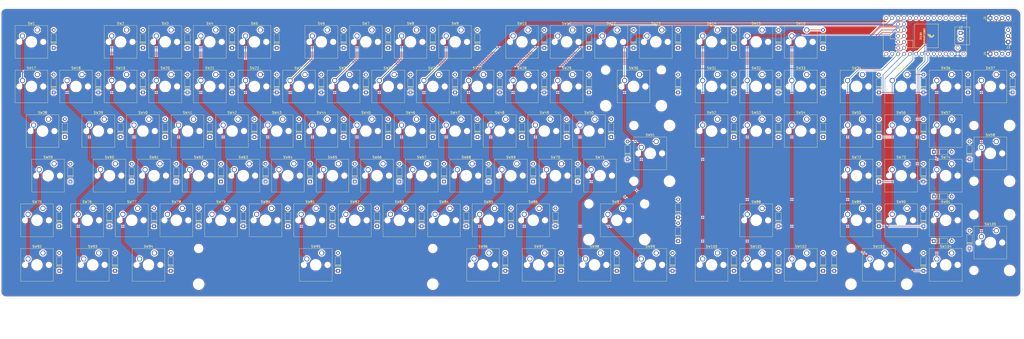
<source format=kicad_pcb>
(kicad_pcb (version 20171130) (host pcbnew "(5.1.12)-1")
  (layers (0 Front signal) (31 Back signal) (34 B.Paste user) (35 F.Paste user) (36 B.SilkS user) (37 F.SilkS user) (38 B.Mask user) (39 F.Mask user) (44 Edge.Cuts user))
  (net 0 "")
  (net 1 GND)
  (net 2 ROW1)
  (net 3 COL21)
  (net 4 COL20)
  (net 5 COL19)
  (net 6 COL18)
  (net 7 COL17)
  (net 8 COL16)
  (net 9 COL12)
  (net 10 COL11)
  (net 11 COL10)
  (net 12 COL9)
  (net 13 ROW6)
  (net 14 ROW5)
  (net 15 ROW4)
  (net 16 ROW3)
  (net 17 ROW2)
  (net 18 COL15)
  (net 19 COL14)
  (net 20 COL13)
  (net 21 COL8)
  (net 22 COL7)
  (net 23 COL6)
  (net 24 COL5)
  (net 25 COL4)
  (net 26 COL3)
  (net 27 COL2)
  (net 28 COL1)
  (net 29 "Net-(D1-Pad2)")
  (net 30 "Net-(D2-Pad2)")
  (net 31 "Net-(D3-Pad2)")
  (net 32 "Net-(D4-Pad2)")
  (net 33 "Net-(D5-Pad2)")
  (net 34 "Net-(D6-Pad2)")
  (net 35 "Net-(D7-Pad2)")
  (net 36 "Net-(D8-Pad2)")
  (net 37 "Net-(D9-Pad2)")
  (net 38 "Net-(D10-Pad2)")
  (net 39 "Net-(D11-Pad2)")
  (net 40 "Net-(D12-Pad2)")
  (net 41 "Net-(D13-Pad2)")
  (net 42 "Net-(D14-Pad2)")
  (net 43 "Net-(D15-Pad2)")
  (net 44 "Net-(D16-Pad2)")
  (net 45 "Net-(D17-Pad2)")
  (net 46 "Net-(D18-Pad2)")
  (net 47 "Net-(D19-Pad2)")
  (net 48 "Net-(D20-Pad2)")
  (net 49 "Net-(D21-Pad2)")
  (net 50 "Net-(D22-Pad2)")
  (net 51 "Net-(D23-Pad2)")
  (net 52 "Net-(D24-Pad2)")
  (net 53 "Net-(D25-Pad2)")
  (net 54 "Net-(D26-Pad2)")
  (net 55 "Net-(D27-Pad2)")
  (net 56 "Net-(D28-Pad2)")
  (net 57 "Net-(D29-Pad2)")
  (net 58 "Net-(D30-Pad2)")
  (net 59 "Net-(D31-Pad2)")
  (net 60 "Net-(D32-Pad2)")
  (net 61 "Net-(D33-Pad2)")
  (net 62 "Net-(D34-Pad2)")
  (net 63 "Net-(D35-Pad2)")
  (net 64 "Net-(D36-Pad2)")
  (net 65 "Net-(D37-Pad2)")
  (net 66 "Net-(D38-Pad2)")
  (net 67 "Net-(D39-Pad2)")
  (net 68 "Net-(D40-Pad2)")
  (net 69 "Net-(D41-Pad2)")
  (net 70 "Net-(D42-Pad2)")
  (net 71 "Net-(D43-Pad2)")
  (net 72 "Net-(D44-Pad2)")
  (net 73 "Net-(D45-Pad2)")
  (net 74 "Net-(D46-Pad2)")
  (net 75 "Net-(D47-Pad2)")
  (net 76 "Net-(D48-Pad2)")
  (net 77 "Net-(D49-Pad2)")
  (net 78 "Net-(D50-Pad2)")
  (net 79 "Net-(D51-Pad2)")
  (net 80 "Net-(D52-Pad2)")
  (net 81 "Net-(D53-Pad2)")
  (net 82 "Net-(D54-Pad2)")
  (net 83 "Net-(D55-Pad2)")
  (net 84 "Net-(D56-Pad2)")
  (net 85 "Net-(D57-Pad2)")
  (net 86 "Net-(D58-Pad2)")
  (net 87 "Net-(D59-Pad2)")
  (net 88 "Net-(D60-Pad2)")
  (net 89 "Net-(D61-Pad2)")
  (net 90 "Net-(D62-Pad2)")
  (net 91 "Net-(D63-Pad2)")
  (net 92 "Net-(D64-Pad2)")
  (net 93 "Net-(D65-Pad2)")
  (net 94 "Net-(D66-Pad2)")
  (net 95 "Net-(D67-Pad2)")
  (net 96 "Net-(D68-Pad2)")
  (net 97 "Net-(D69-Pad2)")
  (net 98 "Net-(D70-Pad2)")
  (net 99 "Net-(D71-Pad2)")
  (net 100 "Net-(D72-Pad2)")
  (net 101 "Net-(D73-Pad2)")
  (net 102 "Net-(D74-Pad2)")
  (net 103 "Net-(D75-Pad2)")
  (net 104 "Net-(D76-Pad2)")
  (net 105 "Net-(D77-Pad2)")
  (net 106 "Net-(D78-Pad2)")
  (net 107 "Net-(D79-Pad2)")
  (net 108 "Net-(D80-Pad2)")
  (net 109 "Net-(D81-Pad2)")
  (net 110 "Net-(D82-Pad2)")
  (net 111 "Net-(D83-Pad2)")
  (net 112 "Net-(D84-Pad2)")
  (net 113 "Net-(D85-Pad2)")
  (net 114 "Net-(D86-Pad2)")
  (net 115 "Net-(D87-Pad2)")
  (net 116 "Net-(D88-Pad2)")
  (net 117 "Net-(D89-Pad2)")
  (net 118 "Net-(D90-Pad2)")
  (net 119 "Net-(D91-Pad2)")
  (net 120 "Net-(D92-Pad2)")
  (net 121 "Net-(D93-Pad2)")
  (net 122 "Net-(D94-Pad2)")
  (net 123 "Net-(D95-Pad2)")
  (net 124 "Net-(D96-Pad2)")
  (net 125 "Net-(D97-Pad2)")
  (net 126 "Net-(D98-Pad2)")
  (net 127 "Net-(D99-Pad2)")
  (net 128 "Net-(D100-Pad2)")
  (net 129 "Net-(D101-Pad2)")
  (net 130 "Net-(D102-Pad2)")
  (net 131 "Net-(D103-Pad2)")
  (net 132 "Net-(D104-Pad2)")
  (net 133 "Net-(D105-Pad2)")
  (net 134 "Net-(U1-Pad34)")
  (net 135 5V)
  (net 136 D-)
  (net 137 D+)
  (net 138 3V3)
  (net 139 "Net-(U1-Pad2)")
  (net 140 "Net-(U1-Pad3)")
  (net 141 "Net-(U1-Pad4)")
  (net 142 "Net-(U1-Pad5)")
  (net 143 "Net-(U1-Pad6)")
  (net 144 SCL)
  (net 145 SDA)
  (module Connector_PinHeader_2.54mm:PinHeader_1x04_P2.54mm_Vertical (layer Front) (at 407.035 19.685 90)
    (fp_text reference J4 (at 0 -2.33 90) (layer F.SilkS))
    (fp_text value Conn_01x04_Female)
    (pad 4 thru_hole oval (at 0 7.62 90) (size 1.7 1.7) (drill 1) (layers *.Cu *.Mask) (net 138 3V3))
    (pad 3 thru_hole oval (at 0 5.08 90) (size 1.7 1.7) (drill 1) (layers *.Cu *.Mask) (net 145 SDA))
    (pad 2 thru_hole oval (at 0 2.54 90) (size 1.7 1.7) (drill 1) (layers *.Cu *.Mask) (net 144 SCL))
    (pad 1 thru_hole rect (at 0 0 90) (size 1.7 1.7) (drill 1) (layers *.Cu *.Mask) (net 1 GND))
  )
  (module Diode_THT:D_DO-35_SOD27_P7.62mm_Horizontal (layer Front) (at 378.46 112.395 90)
    (fp_text reference D104 hide)
    (fp_text value D)
    (pad 2 thru_hole oval (at 7.62 0 90) (size 1.6 1.6) (drill 0.8) (layers *.Cu *.Mask) (net 132 "Net-(D104-Pad2)"))
    (pad 1 thru_hole rect (at 0 0 90) (size 1.6 1.6) (drill 0.8) (layers *.Cu *.Mask) (net 13 ROW6))
  )
  (module teensy:Teensy40_Remove_Last_Col (layer Front) (at 379.095 12.065 180)
    (fp_text reference U1 (at 0 -10.16) (layer F.SilkS))
    (fp_text value Teensy4.0)
    (fp_text user DVL6A (at 1.778 0 90) (layer F.SilkS) (effects (font (size 0.7 0.7))))
    (fp_text user MIMXRT1062 (at 0.254 0 90) (layer F.SilkS) (effects (font (size 0.7 0.7))))
    (pad 44 thru_hole circle (at 8.89 5.08 180) (size 1.6 1.6) (drill 1.1) (layers *.Cu *.Mask) (net 2 ROW1))
    (pad 43 thru_hole circle (at 11.43 5.08 180) (size 1.6 1.6) (drill 1.1) (layers *.Cu *.Mask) (net 7 COL17))
    (pad 42 thru_hole circle (at 8.89 2.54 180) (size 1.6 1.6) (drill 1.1) (layers *.Cu *.Mask) (net 27 COL2))
    (pad 41 thru_hole circle (at 11.43 2.54 180) (size 1.6 1.6) (drill 1.1) (layers *.Cu *.Mask) (net 28 COL1))
    (pad 40 thru_hole circle (at 8.89 0 180) (size 1.6 1.6) (drill 1.1) (layers *.Cu *.Mask) (net 25 COL4))
    (pad 39 thru_hole circle (at 11.43 0 180) (size 1.6 1.6) (drill 1.1) (layers *.Cu *.Mask) (net 26 COL3))
    (pad 38 thru_hole circle (at 8.89 -2.54 180) (size 1.6 1.6) (drill 1.1) (layers *.Cu *.Mask) (net 23 COL6))
    (pad 37 thru_hole circle (at 11.43 -2.54 180) (size 1.6 1.6) (drill 1.1) (layers *.Cu *.Mask) (net 24 COL5))
    (pad 36 thru_hole circle (at 8.89 -5.08 180) (size 1.6 1.6) (drill 1.1) (layers *.Cu *.Mask) (net 21 COL8))
    (pad 35 thru_hole circle (at 11.43 -5.08 180) (size 1.6 1.6) (drill 1.1) (layers *.Cu *.Mask) (net 22 COL7))
    (pad 1 thru_hole circle (at -16.51 7.62 180) (size 1.6 1.6) (drill 1.1) (layers *.Cu *.Mask) (net 1 GND))
    (pad 2 thru_hole circle (at -13.97 7.62 180) (size 1.6 1.6) (drill 1.1) (layers *.Cu *.Mask) (net 139 "Net-(U1-Pad2)"))
    (pad 3 thru_hole circle (at -11.43 7.62 180) (size 1.6 1.6) (drill 1.1) (layers *.Cu *.Mask) (net 140 "Net-(U1-Pad3)"))
    (pad 4 thru_hole circle (at -8.89 7.62 180) (size 1.6 1.6) (drill 1.1) (layers *.Cu *.Mask) (net 141 "Net-(U1-Pad4)"))
    (pad 5 thru_hole circle (at -6.35 7.62 180) (size 1.6 1.6) (drill 1.1) (layers *.Cu *.Mask) (net 142 "Net-(U1-Pad5)"))
    (pad 6 thru_hole circle (at -3.81 7.62 180) (size 1.6 1.6) (drill 1.1) (layers *.Cu *.Mask) (net 143 "Net-(U1-Pad6)"))
    (pad 7 thru_hole circle (at -1.27 7.62 180) (size 1.6 1.6) (drill 1.1) (layers *.Cu *.Mask) (net 15 ROW4))
    (pad 8 thru_hole circle (at 1.27 7.62 180) (size 1.6 1.6) (drill 1.1) (layers *.Cu *.Mask) (net 5 COL19))
    (pad 9 thru_hole circle (at 3.81 7.62 180) (size 1.6 1.6) (drill 1.1) (layers *.Cu *.Mask) (net 8 COL16))
    (pad 10 thru_hole circle (at 6.35 7.62 180) (size 1.6 1.6) (drill 1.1) (layers *.Cu *.Mask) (net 18 COL15))
    (pad 11 thru_hole circle (at 8.89 7.62 180) (size 1.6 1.6) (drill 1.1) (layers *.Cu *.Mask) (net 19 COL14))
    (pad 12 thru_hole circle (at 11.43 7.62 180) (size 1.6 1.6) (drill 1.1) (layers *.Cu *.Mask) (net 20 COL13))
    (pad 13 thru_hole circle (at 13.97 7.62 180) (size 1.6 1.6) (drill 1.1) (layers *.Cu *.Mask) (net 9 COL12))
    (pad 34 thru_hole circle (at -13.97 -5.08 180) (size 1.6 1.6) (drill 1.1) (layers *.Cu *.Mask) (net 134 "Net-(U1-Pad34)"))
    (pad 33 thru_hole circle (at -16.51 -7.62 180) (size 1.6 1.6) (drill 1.1) (layers *.Cu *.Mask) (net 135 5V))
    (pad 32 thru_hole circle (at -13.97 -7.62 180) (size 1.6 1.6) (drill 1.1) (layers *.Cu *.Mask) (net 1 GND))
    (pad 31 thru_hole circle (at -11.43 -7.62 180) (size 1.6 1.6) (drill 1.1) (layers *.Cu *.Mask) (net 138 3V3))
    (pad 30 thru_hole circle (at -8.89 -7.62 180) (size 1.6 1.6) (drill 1.1) (layers *.Cu *.Mask) (net 3 COL21))
    (pad 29 thru_hole circle (at -6.35 -7.62 180) (size 1.6 1.6) (drill 1.1) (layers *.Cu *.Mask) (net 4 COL20))
    (pad 28 thru_hole circle (at -3.81 -7.62 180) (size 1.6 1.6) (drill 1.1) (layers *.Cu *.Mask) (net 17 ROW2))
    (pad 27 thru_hole circle (at -1.27 -7.62 180) (size 1.6 1.6) (drill 1.1) (layers *.Cu *.Mask) (net 16 ROW3))
    (pad 26 thru_hole circle (at 1.27 -7.62 180) (size 1.6 1.6) (drill 1.1) (layers *.Cu *.Mask) (net 144 SCL))
    (pad 25 thru_hole circle (at 3.81 -7.62 180) (size 1.6 1.6) (drill 1.1) (layers *.Cu *.Mask) (net 145 SDA))
    (pad 24 thru_hole circle (at 6.35 -7.62 180) (size 1.6 1.6) (drill 1.1) (layers *.Cu *.Mask) (net 14 ROW5))
    (pad 23 thru_hole circle (at 8.89 -7.62 180) (size 1.6 1.6) (drill 1.1) (layers *.Cu *.Mask) (net 13 ROW6))
    (pad 22 thru_hole circle (at 11.43 -7.62 180) (size 1.6 1.6) (drill 1.1) (layers *.Cu *.Mask) (net 6 COL18))
    (pad 21 thru_hole circle (at 13.97 -7.62 180) (size 1.6 1.6) (drill 1.1) (layers *.Cu *.Mask) (net 11 COL10))
    (pad 14 thru_hole circle (at 16.51 7.62 180) (size 1.6 1.6) (drill 1.1) (layers *.Cu *.Mask) (net 10 COL11))
    (pad 20 thru_hole circle (at 16.51 -7.62 180) (size 1.6 1.6) (drill 1.1) (layers *.Cu *.Mask) (net 12 COL9))
  )
  (module Connector_PinHeader_2.54mm:PinHeader_1x03_P2.54mm_Vertical (layer Front) (at 414.655 14.605 180)
    (fp_text reference J3 (at 0 -2.33) (layer F.SilkS))
    (fp_text value Conn_01x03_Male)
    (pad 3 thru_hole oval (at 0 5.08 180) (size 1.7 1.7) (drill 1) (layers *.Cu *.Mask) (net 135 5V))
    (pad 2 thru_hole oval (at 0 2.54 180) (size 1.7 1.7) (drill 1) (layers *.Cu *.Mask) (net 138 3V3))
    (pad 1 thru_hole rect (at 0 0 180) (size 1.7 1.7) (drill 1) (layers *.Cu *.Mask) (net 1 GND))
  )
  (module Connector_PinHeader_2.54mm:PinHeader_1x02_P2.54mm_Vertical (layer Front) (at 394.335 10.795)
    (fp_text reference J2 (at 0 -2.33) (layer F.SilkS))
    (fp_text value " ")
    (pad 2 thru_hole oval (at 0 2.54) (size 1.7 1.7) (drill 1) (layers *.Cu *.Mask) (net 136 D-))
    (pad 1 thru_hole rect (at 0 0) (size 1.7 1.7) (drill 1) (layers *.Cu *.Mask) (net 137 D+))
  )
  (module Connector_PinHeader_2.54mm:PinHeader_1x04_P2.54mm_Vertical (layer Front) (at 407.035 4.445 90)
    (fp_text reference J1 (at 0 -2.33 90) (layer F.SilkS))
    (fp_text value Conn_01x04_Female)
    (pad 4 thru_hole oval (at 0 7.62 90) (size 1.7 1.7) (drill 1) (layers *.Cu *.Mask) (net 135 5V))
    (pad 3 thru_hole oval (at 0 5.08 90) (size 1.7 1.7) (drill 1) (layers *.Cu *.Mask) (net 136 D-))
    (pad 2 thru_hole oval (at 0 2.54 90) (size 1.7 1.7) (drill 1) (layers *.Cu *.Mask) (net 137 D+))
    (pad 1 thru_hole rect (at 0 0 90) (size 1.7 1.7) (drill 1) (layers *.Cu *.Mask) (net 1 GND))
  )
  (module Button_Switch_Keyboard:SW_Cherry_MX_2.75u_PCB (layer Front) (at 250.031 85.725)
    (fp_text reference SW87 (at -2.54 -2.794) (layer F.SilkS))
    (fp_text value SW_Push)
    (pad "" np_thru_hole circle (at 9.36 -1.92) (size 3.05 3.05) (drill 3.05) (layers *.Cu *.Mask))
    (pad "" np_thru_hole circle (at -14.44 -1.92) (size 3.05 3.05) (drill 3.05) (layers *.Cu *.Mask))
    (pad "" np_thru_hole circle (at -14.44 13.32) (size 4 4) (drill 4) (layers *.Cu *.Mask))
    (pad "" np_thru_hole circle (at 9.36 13.32) (size 4 4) (drill 4) (layers *.Cu *.Mask))
    (pad "" np_thru_hole circle (at 2.54 5.08) (size 1.7 1.7) (drill 1.7) (layers *.Cu *.Mask))
    (pad "" np_thru_hole circle (at -7.62 5.08) (size 1.7 1.7) (drill 1.7) (layers *.Cu *.Mask))
    (pad "" np_thru_hole circle (at -2.54 5.08) (size 4 4) (drill 4) (layers *.Cu *.Mask))
    (pad 2 thru_hole circle (at -6.35 2.54) (size 2.2 2.2) (drill 1.5) (layers *.Cu *.Mask) (net 19 COL14))
    (pad 1 thru_hole circle (at 0 0) (size 2.2 2.2) (drill 1.5) (layers *.Cu *.Mask) (net 115 "Net-(D87-Pad2)"))
  )
  (module Button_Switch_Keyboard:SW_Cherry_MX_1.00u_PCB (layer Front) (at 214.312 85.725)
    (fp_text reference SW86 (at -2.54 -2.794) (layer F.SilkS))
    (fp_text value SW_Push)
    (pad "" np_thru_hole circle (at 2.54 5.08) (size 1.7 1.7) (drill 1.7) (layers *.Cu *.Mask))
    (pad "" np_thru_hole circle (at -7.62 5.08) (size 1.7 1.7) (drill 1.7) (layers *.Cu *.Mask))
    (pad "" np_thru_hole circle (at -2.54 5.08) (size 4 4) (drill 4) (layers *.Cu *.Mask))
    (pad 2 thru_hole circle (at -6.35 2.54) (size 2.2 2.2) (drill 1.5) (layers *.Cu *.Mask) (net 9 COL12))
    (pad 1 thru_hole circle (at 0 0) (size 2.2 2.2) (drill 1.5) (layers *.Cu *.Mask) (net 114 "Net-(D86-Pad2)"))
  )
  (module Button_Switch_Keyboard:SW_Cherry_MX_2.00u_Vertical_PCB (layer Front) (at 409.575 95.25)
    (fp_text reference SW105 (at -2.54 -2.794) (layer F.SilkS))
    (fp_text value SW_Push)
    (pad "" np_thru_hole circle (at -9.54 -6.82) (size 3.05 3.05) (drill 3.05) (layers *.Cu *.Mask))
    (pad "" np_thru_hole circle (at -9.54 16.98) (size 3.05 3.05) (drill 3.05) (layers *.Cu *.Mask))
    (pad "" np_thru_hole circle (at 5.7 16.98) (size 4 4) (drill 4) (layers *.Cu *.Mask))
    (pad "" np_thru_hole circle (at 5.7 -6.82) (size 4 4) (drill 4) (layers *.Cu *.Mask))
    (pad "" np_thru_hole circle (at 2.54 5.08) (size 1.7 1.7) (drill 1.7) (layers *.Cu *.Mask))
    (pad "" np_thru_hole circle (at -7.62 5.08) (size 1.7 1.7) (drill 1.7) (layers *.Cu *.Mask))
    (pad "" np_thru_hole circle (at -2.54 5.08) (size 4 4) (drill 4) (layers *.Cu *.Mask))
    (pad 2 thru_hole circle (at -6.35 2.54) (size 2.2 2.2) (drill 1.5) (layers *.Cu *.Mask) (net 3 COL21))
    (pad 1 thru_hole circle (at 0 0) (size 2.2 2.2) (drill 1.5) (layers *.Cu *.Mask) (net 133 "Net-(D105-Pad2)"))
  )
  (module Button_Switch_Keyboard:SW_Cherry_MX_1.00u_PCB (layer Front) (at 390.525 104.775)
    (fp_text reference SW104 (at -2.54 -2.794) (layer F.SilkS))
    (fp_text value SW_Push)
    (pad "" np_thru_hole circle (at 2.54 5.08) (size 1.7 1.7) (drill 1.7) (layers *.Cu *.Mask))
    (pad "" np_thru_hole circle (at -7.62 5.08) (size 1.7 1.7) (drill 1.7) (layers *.Cu *.Mask))
    (pad "" np_thru_hole circle (at -2.54 5.08) (size 4 4) (drill 4) (layers *.Cu *.Mask))
    (pad 2 thru_hole circle (at -6.35 2.54) (size 2.2 2.2) (drill 1.5) (layers *.Cu *.Mask) (net 4 COL20))
    (pad 1 thru_hole circle (at 0 0) (size 2.2 2.2) (drill 1.5) (layers *.Cu *.Mask) (net 132 "Net-(D104-Pad2)"))
  )
  (module Button_Switch_Keyboard:SW_Cherry_MX_2.00u_PCB (layer Front) (at 361.95 104.775)
    (fp_text reference SW103 (at -2.54 -2.794) (layer F.SilkS))
    (fp_text value SW_Push)
    (pad "" np_thru_hole circle (at 9.36 -1.92) (size 3.05 3.05) (drill 3.05) (layers *.Cu *.Mask))
    (pad "" np_thru_hole circle (at -14.44 -1.92) (size 3.05 3.05) (drill 3.05) (layers *.Cu *.Mask))
    (pad "" np_thru_hole circle (at -14.44 13.32) (size 4 4) (drill 4) (layers *.Cu *.Mask))
    (pad "" np_thru_hole circle (at 9.36 13.32) (size 4 4) (drill 4) (layers *.Cu *.Mask))
    (pad "" np_thru_hole circle (at 2.54 5.08) (size 1.7 1.7) (drill 1.7) (layers *.Cu *.Mask))
    (pad "" np_thru_hole circle (at -7.62 5.08) (size 1.7 1.7) (drill 1.7) (layers *.Cu *.Mask))
    (pad "" np_thru_hole circle (at -2.54 5.08) (size 4 4) (drill 4) (layers *.Cu *.Mask))
    (pad 2 thru_hole circle (at -6.35 2.54) (size 2.2 2.2) (drill 1.5) (layers *.Cu *.Mask) (net 6 COL18))
    (pad 1 thru_hole circle (at 0 0) (size 2.2 2.2) (drill 1.5) (layers *.Cu *.Mask) (net 131 "Net-(D103-Pad2)"))
  )
  (module Button_Switch_Keyboard:SW_Cherry_MX_1.00u_PCB (layer Front) (at 328.612 104.775)
    (fp_text reference SW102 (at -2.54 -2.794) (layer F.SilkS))
    (fp_text value SW_Push)
    (pad "" np_thru_hole circle (at 2.54 5.08) (size 1.7 1.7) (drill 1.7) (layers *.Cu *.Mask))
    (pad "" np_thru_hole circle (at -7.62 5.08) (size 1.7 1.7) (drill 1.7) (layers *.Cu *.Mask))
    (pad "" np_thru_hole circle (at -2.54 5.08) (size 4 4) (drill 4) (layers *.Cu *.Mask))
    (pad 2 thru_hole circle (at -6.35 2.54) (size 2.2 2.2) (drill 1.5) (layers *.Cu *.Mask) (net 7 COL17))
    (pad 1 thru_hole circle (at 0 0) (size 2.2 2.2) (drill 1.5) (layers *.Cu *.Mask) (net 130 "Net-(D102-Pad2)"))
  )
  (module Button_Switch_Keyboard:SW_Cherry_MX_1.00u_PCB (layer Front) (at 309.562 104.775)
    (fp_text reference SW101 (at -2.54 -2.794) (layer F.SilkS))
    (fp_text value SW_Push)
    (pad "" np_thru_hole circle (at 2.54 5.08) (size 1.7 1.7) (drill 1.7) (layers *.Cu *.Mask))
    (pad "" np_thru_hole circle (at -7.62 5.08) (size 1.7 1.7) (drill 1.7) (layers *.Cu *.Mask))
    (pad "" np_thru_hole circle (at -2.54 5.08) (size 4 4) (drill 4) (layers *.Cu *.Mask))
    (pad 2 thru_hole circle (at -6.35 2.54) (size 2.2 2.2) (drill 1.5) (layers *.Cu *.Mask) (net 8 COL16))
    (pad 1 thru_hole circle (at 0 0) (size 2.2 2.2) (drill 1.5) (layers *.Cu *.Mask) (net 129 "Net-(D101-Pad2)"))
  )
  (module Button_Switch_Keyboard:SW_Cherry_MX_1.00u_PCB (layer Front) (at 290.512 104.775)
    (fp_text reference SW100 (at -2.54 -2.794) (layer F.SilkS))
    (fp_text value SW_Push)
    (pad "" np_thru_hole circle (at 2.54 5.08) (size 1.7 1.7) (drill 1.7) (layers *.Cu *.Mask))
    (pad "" np_thru_hole circle (at -7.62 5.08) (size 1.7 1.7) (drill 1.7) (layers *.Cu *.Mask))
    (pad "" np_thru_hole circle (at -2.54 5.08) (size 4 4) (drill 4) (layers *.Cu *.Mask))
    (pad 2 thru_hole circle (at -6.35 2.54) (size 2.2 2.2) (drill 1.5) (layers *.Cu *.Mask) (net 18 COL15))
    (pad 1 thru_hole circle (at 0 0) (size 2.2 2.2) (drill 1.5) (layers *.Cu *.Mask) (net 128 "Net-(D100-Pad2)"))
  )
  (module Button_Switch_Keyboard:SW_Cherry_MX_1.25u_PCB (layer Front) (at 264.319 104.775)
    (fp_text reference SW99 (at -2.54 -2.794) (layer F.SilkS))
    (fp_text value SW_Push)
    (pad "" np_thru_hole circle (at 2.54 5.08) (size 1.7 1.7) (drill 1.7) (layers *.Cu *.Mask))
    (pad "" np_thru_hole circle (at -7.62 5.08) (size 1.7 1.7) (drill 1.7) (layers *.Cu *.Mask))
    (pad "" np_thru_hole circle (at -2.54 5.08) (size 4 4) (drill 4) (layers *.Cu *.Mask))
    (pad 2 thru_hole circle (at -6.35 2.54) (size 2.2 2.2) (drill 1.5) (layers *.Cu *.Mask) (net 19 COL14))
    (pad 1 thru_hole circle (at 0 0) (size 2.2 2.2) (drill 1.5) (layers *.Cu *.Mask) (net 127 "Net-(D99-Pad2)"))
  )
  (module Button_Switch_Keyboard:SW_Cherry_MX_1.25u_PCB (layer Front) (at 240.506 104.775)
    (fp_text reference SW98 (at -2.54 -2.794) (layer F.SilkS))
    (fp_text value SW_Push)
    (pad "" np_thru_hole circle (at 2.54 5.08) (size 1.7 1.7) (drill 1.7) (layers *.Cu *.Mask))
    (pad "" np_thru_hole circle (at -7.62 5.08) (size 1.7 1.7) (drill 1.7) (layers *.Cu *.Mask))
    (pad "" np_thru_hole circle (at -2.54 5.08) (size 4 4) (drill 4) (layers *.Cu *.Mask))
    (pad 2 thru_hole circle (at -6.35 2.54) (size 2.2 2.2) (drill 1.5) (layers *.Cu *.Mask) (net 20 COL13))
    (pad 1 thru_hole circle (at 0 0) (size 2.2 2.2) (drill 1.5) (layers *.Cu *.Mask) (net 126 "Net-(D98-Pad2)"))
  )
  (module Button_Switch_Keyboard:SW_Cherry_MX_1.25u_PCB (layer Front) (at 216.694 104.775)
    (fp_text reference SW97 (at -2.54 -2.794) (layer F.SilkS))
    (fp_text value SW_Push)
    (pad "" np_thru_hole circle (at 2.54 5.08) (size 1.7 1.7) (drill 1.7) (layers *.Cu *.Mask))
    (pad "" np_thru_hole circle (at -7.62 5.08) (size 1.7 1.7) (drill 1.7) (layers *.Cu *.Mask))
    (pad "" np_thru_hole circle (at -2.54 5.08) (size 4 4) (drill 4) (layers *.Cu *.Mask))
    (pad 2 thru_hole circle (at -6.35 2.54) (size 2.2 2.2) (drill 1.5) (layers *.Cu *.Mask) (net 9 COL12))
    (pad 1 thru_hole circle (at 0 0) (size 2.2 2.2) (drill 1.5) (layers *.Cu *.Mask) (net 125 "Net-(D97-Pad2)"))
  )
  (module Button_Switch_Keyboard:SW_Cherry_MX_1.25u_PCB (layer Front) (at 192.881 104.775)
    (fp_text reference SW96 (at -2.54 -2.794) (layer F.SilkS))
    (fp_text value SW_Push)
    (pad "" np_thru_hole circle (at 2.54 5.08) (size 1.7 1.7) (drill 1.7) (layers *.Cu *.Mask))
    (pad "" np_thru_hole circle (at -7.62 5.08) (size 1.7 1.7) (drill 1.7) (layers *.Cu *.Mask))
    (pad "" np_thru_hole circle (at -2.54 5.08) (size 4 4) (drill 4) (layers *.Cu *.Mask))
    (pad 2 thru_hole circle (at -6.35 2.54) (size 2.2 2.2) (drill 1.5) (layers *.Cu *.Mask) (net 10 COL11))
    (pad 1 thru_hole circle (at 0 0) (size 2.2 2.2) (drill 1.5) (layers *.Cu *.Mask) (net 124 "Net-(D96-Pad2)"))
  )
  (module Button_Switch_Keyboard:SW_Cherry_MX_6.25u_PCB (layer Front) (at 121.444 104.775)
    (fp_text reference SW95 (at -2.54 -2.794) (layer F.SilkS))
    (fp_text value SW_Push)
    (pad "" np_thru_hole circle (at 47.46 -1.92) (size 3.05 3.05) (drill 3.05) (layers *.Cu *.Mask))
    (pad "" np_thru_hole circle (at -52.54 -1.92) (size 3.05 3.05) (drill 3.05) (layers *.Cu *.Mask))
    (pad "" np_thru_hole circle (at -52.54 13.32) (size 4 4) (drill 4) (layers *.Cu *.Mask))
    (pad "" np_thru_hole circle (at 47.46 13.32) (size 4 4) (drill 4) (layers *.Cu *.Mask))
    (pad "" np_thru_hole circle (at 2.54 5.08) (size 1.7 1.7) (drill 1.7) (layers *.Cu *.Mask))
    (pad "" np_thru_hole circle (at -7.62 5.08) (size 1.7 1.7) (drill 1.7) (layers *.Cu *.Mask))
    (pad "" np_thru_hole circle (at -2.54 5.08) (size 4 4) (drill 4) (layers *.Cu *.Mask))
    (pad 2 thru_hole circle (at -6.35 2.54) (size 2.2 2.2) (drill 1.5) (layers *.Cu *.Mask) (net 22 COL7))
    (pad 1 thru_hole circle (at 0 0) (size 2.2 2.2) (drill 1.5) (layers *.Cu *.Mask) (net 123 "Net-(D95-Pad2)"))
  )
  (module Button_Switch_Keyboard:SW_Cherry_MX_1.25u_PCB (layer Front) (at 50.0062 104.775)
    (fp_text reference SW94 (at -2.54 -2.794) (layer F.SilkS))
    (fp_text value SW_Push)
    (pad "" np_thru_hole circle (at 2.54 5.08) (size 1.7 1.7) (drill 1.7) (layers *.Cu *.Mask))
    (pad "" np_thru_hole circle (at -7.62 5.08) (size 1.7 1.7) (drill 1.7) (layers *.Cu *.Mask))
    (pad "" np_thru_hole circle (at -2.54 5.08) (size 4 4) (drill 4) (layers *.Cu *.Mask))
    (pad 2 thru_hole circle (at -6.35 2.54) (size 2.2 2.2) (drill 1.5) (layers *.Cu *.Mask) (net 26 COL3))
    (pad 1 thru_hole circle (at 0 0) (size 2.2 2.2) (drill 1.5) (layers *.Cu *.Mask) (net 122 "Net-(D94-Pad2)"))
  )
  (module Button_Switch_Keyboard:SW_Cherry_MX_1.25u_PCB (layer Front) (at 26.1938 104.775)
    (fp_text reference SW93 (at -2.54 -2.794) (layer F.SilkS))
    (fp_text value SW_Push)
    (pad "" np_thru_hole circle (at 2.54 5.08) (size 1.7 1.7) (drill 1.7) (layers *.Cu *.Mask))
    (pad "" np_thru_hole circle (at -7.62 5.08) (size 1.7 1.7) (drill 1.7) (layers *.Cu *.Mask))
    (pad "" np_thru_hole circle (at -2.54 5.08) (size 4 4) (drill 4) (layers *.Cu *.Mask))
    (pad 2 thru_hole circle (at -6.35 2.54) (size 2.2 2.2) (drill 1.5) (layers *.Cu *.Mask) (net 27 COL2))
    (pad 1 thru_hole circle (at 0 0) (size 2.2 2.2) (drill 1.5) (layers *.Cu *.Mask) (net 121 "Net-(D93-Pad2)"))
  )
  (module Button_Switch_Keyboard:SW_Cherry_MX_1.25u_PCB (layer Front) (at 2.3813 104.775)
    (fp_text reference SW92 (at -2.54 -2.794) (layer F.SilkS))
    (fp_text value SW_Push)
    (pad "" np_thru_hole circle (at 2.54 5.08) (size 1.7 1.7) (drill 1.7) (layers *.Cu *.Mask))
    (pad "" np_thru_hole circle (at -7.62 5.08) (size 1.7 1.7) (drill 1.7) (layers *.Cu *.Mask))
    (pad "" np_thru_hole circle (at -2.54 5.08) (size 4 4) (drill 4) (layers *.Cu *.Mask))
    (pad 2 thru_hole circle (at -6.35 2.54) (size 2.2 2.2) (drill 1.5) (layers *.Cu *.Mask) (net 28 COL1))
    (pad 1 thru_hole circle (at 0 0) (size 2.2 2.2) (drill 1.5) (layers *.Cu *.Mask) (net 120 "Net-(D92-Pad2)"))
  )
  (module Button_Switch_Keyboard:SW_Cherry_MX_1.00u_PCB (layer Front) (at 390.525 85.725)
    (fp_text reference SW91 (at -2.54 -2.794) (layer F.SilkS))
    (fp_text value SW_Push)
    (pad "" np_thru_hole circle (at 2.54 5.08) (size 1.7 1.7) (drill 1.7) (layers *.Cu *.Mask))
    (pad "" np_thru_hole circle (at -7.62 5.08) (size 1.7 1.7) (drill 1.7) (layers *.Cu *.Mask))
    (pad "" np_thru_hole circle (at -2.54 5.08) (size 4 4) (drill 4) (layers *.Cu *.Mask))
    (pad 2 thru_hole circle (at -6.35 2.54) (size 2.2 2.2) (drill 1.5) (layers *.Cu *.Mask) (net 4 COL20))
    (pad 1 thru_hole circle (at 0 0) (size 2.2 2.2) (drill 1.5) (layers *.Cu *.Mask) (net 119 "Net-(D91-Pad2)"))
  )
  (module Button_Switch_Keyboard:SW_Cherry_MX_1.00u_PCB (layer Front) (at 371.475 85.725)
    (fp_text reference SW90 (at -2.54 -2.794) (layer F.SilkS))
    (fp_text value SW_Push)
    (pad "" np_thru_hole circle (at 2.54 5.08) (size 1.7 1.7) (drill 1.7) (layers *.Cu *.Mask))
    (pad "" np_thru_hole circle (at -7.62 5.08) (size 1.7 1.7) (drill 1.7) (layers *.Cu *.Mask))
    (pad "" np_thru_hole circle (at -2.54 5.08) (size 4 4) (drill 4) (layers *.Cu *.Mask))
    (pad 2 thru_hole circle (at -6.35 2.54) (size 2.2 2.2) (drill 1.5) (layers *.Cu *.Mask) (net 5 COL19))
    (pad 1 thru_hole circle (at 0 0) (size 2.2 2.2) (drill 1.5) (layers *.Cu *.Mask) (net 118 "Net-(D90-Pad2)"))
  )
  (module Button_Switch_Keyboard:SW_Cherry_MX_1.00u_PCB (layer Front) (at 352.425 85.725)
    (fp_text reference SW89 (at -2.54 -2.794) (layer F.SilkS))
    (fp_text value SW_Push)
    (pad "" np_thru_hole circle (at 2.54 5.08) (size 1.7 1.7) (drill 1.7) (layers *.Cu *.Mask))
    (pad "" np_thru_hole circle (at -7.62 5.08) (size 1.7 1.7) (drill 1.7) (layers *.Cu *.Mask))
    (pad "" np_thru_hole circle (at -2.54 5.08) (size 4 4) (drill 4) (layers *.Cu *.Mask))
    (pad 2 thru_hole circle (at -6.35 2.54) (size 2.2 2.2) (drill 1.5) (layers *.Cu *.Mask) (net 6 COL18))
    (pad 1 thru_hole circle (at 0 0) (size 2.2 2.2) (drill 1.5) (layers *.Cu *.Mask) (net 117 "Net-(D89-Pad2)"))
  )
  (module Button_Switch_Keyboard:SW_Cherry_MX_1.00u_PCB (layer Front) (at 309.562 85.725)
    (fp_text reference SW88 (at -2.54 -2.794) (layer F.SilkS))
    (fp_text value SW_Push)
    (pad "" np_thru_hole circle (at 2.54 5.08) (size 1.7 1.7) (drill 1.7) (layers *.Cu *.Mask))
    (pad "" np_thru_hole circle (at -7.62 5.08) (size 1.7 1.7) (drill 1.7) (layers *.Cu *.Mask))
    (pad "" np_thru_hole circle (at -2.54 5.08) (size 4 4) (drill 4) (layers *.Cu *.Mask))
    (pad 2 thru_hole circle (at -6.35 2.54) (size 2.2 2.2) (drill 1.5) (layers *.Cu *.Mask) (net 8 COL16))
    (pad 1 thru_hole circle (at 0 0) (size 2.2 2.2) (drill 1.5) (layers *.Cu *.Mask) (net 116 "Net-(D88-Pad2)"))
  )
  (module Button_Switch_Keyboard:SW_Cherry_MX_1.00u_PCB (layer Front) (at 195.262 85.725)
    (fp_text reference SW85 (at -2.54 -2.794) (layer F.SilkS))
    (fp_text value SW_Push)
    (pad "" np_thru_hole circle (at 2.54 5.08) (size 1.7 1.7) (drill 1.7) (layers *.Cu *.Mask))
    (pad "" np_thru_hole circle (at -7.62 5.08) (size 1.7 1.7) (drill 1.7) (layers *.Cu *.Mask))
    (pad "" np_thru_hole circle (at -2.54 5.08) (size 4 4) (drill 4) (layers *.Cu *.Mask))
    (pad 2 thru_hole circle (at -6.35 2.54) (size 2.2 2.2) (drill 1.5) (layers *.Cu *.Mask) (net 10 COL11))
    (pad 1 thru_hole circle (at 0 0) (size 2.2 2.2) (drill 1.5) (layers *.Cu *.Mask) (net 113 "Net-(D85-Pad2)"))
  )
  (module Button_Switch_Keyboard:SW_Cherry_MX_1.00u_PCB (layer Front) (at 176.212 85.725)
    (fp_text reference SW84 (at -2.54 -2.794) (layer F.SilkS))
    (fp_text value SW_Push)
    (pad "" np_thru_hole circle (at 2.54 5.08) (size 1.7 1.7) (drill 1.7) (layers *.Cu *.Mask))
    (pad "" np_thru_hole circle (at -7.62 5.08) (size 1.7 1.7) (drill 1.7) (layers *.Cu *.Mask))
    (pad "" np_thru_hole circle (at -2.54 5.08) (size 4 4) (drill 4) (layers *.Cu *.Mask))
    (pad 2 thru_hole circle (at -6.35 2.54) (size 2.2 2.2) (drill 1.5) (layers *.Cu *.Mask) (net 11 COL10))
    (pad 1 thru_hole circle (at 0 0) (size 2.2 2.2) (drill 1.5) (layers *.Cu *.Mask) (net 112 "Net-(D84-Pad2)"))
  )
  (module Button_Switch_Keyboard:SW_Cherry_MX_1.00u_PCB (layer Front) (at 157.162 85.725)
    (fp_text reference SW83 (at -2.54 -2.794) (layer F.SilkS))
    (fp_text value SW_Push)
    (pad "" np_thru_hole circle (at 2.54 5.08) (size 1.7 1.7) (drill 1.7) (layers *.Cu *.Mask))
    (pad "" np_thru_hole circle (at -7.62 5.08) (size 1.7 1.7) (drill 1.7) (layers *.Cu *.Mask))
    (pad "" np_thru_hole circle (at -2.54 5.08) (size 4 4) (drill 4) (layers *.Cu *.Mask))
    (pad 2 thru_hole circle (at -6.35 2.54) (size 2.2 2.2) (drill 1.5) (layers *.Cu *.Mask) (net 12 COL9))
    (pad 1 thru_hole circle (at 0 0) (size 2.2 2.2) (drill 1.5) (layers *.Cu *.Mask) (net 111 "Net-(D83-Pad2)"))
  )
  (module Button_Switch_Keyboard:SW_Cherry_MX_1.00u_PCB (layer Front) (at 138.112 85.725)
    (fp_text reference SW82 (at -2.54 -2.794) (layer F.SilkS))
    (fp_text value SW_Push)
    (pad "" np_thru_hole circle (at 2.54 5.08) (size 1.7 1.7) (drill 1.7) (layers *.Cu *.Mask))
    (pad "" np_thru_hole circle (at -7.62 5.08) (size 1.7 1.7) (drill 1.7) (layers *.Cu *.Mask))
    (pad "" np_thru_hole circle (at -2.54 5.08) (size 4 4) (drill 4) (layers *.Cu *.Mask))
    (pad 2 thru_hole circle (at -6.35 2.54) (size 2.2 2.2) (drill 1.5) (layers *.Cu *.Mask) (net 21 COL8))
    (pad 1 thru_hole circle (at 0 0) (size 2.2 2.2) (drill 1.5) (layers *.Cu *.Mask) (net 110 "Net-(D82-Pad2)"))
  )
  (module Button_Switch_Keyboard:SW_Cherry_MX_1.00u_PCB (layer Front) (at 119.062 85.725)
    (fp_text reference SW81 (at -2.54 -2.794) (layer F.SilkS))
    (fp_text value SW_Push)
    (pad "" np_thru_hole circle (at 2.54 5.08) (size 1.7 1.7) (drill 1.7) (layers *.Cu *.Mask))
    (pad "" np_thru_hole circle (at -7.62 5.08) (size 1.7 1.7) (drill 1.7) (layers *.Cu *.Mask))
    (pad "" np_thru_hole circle (at -2.54 5.08) (size 4 4) (drill 4) (layers *.Cu *.Mask))
    (pad 2 thru_hole circle (at -6.35 2.54) (size 2.2 2.2) (drill 1.5) (layers *.Cu *.Mask) (net 22 COL7))
    (pad 1 thru_hole circle (at 0 0) (size 2.2 2.2) (drill 1.5) (layers *.Cu *.Mask) (net 109 "Net-(D81-Pad2)"))
  )
  (module Button_Switch_Keyboard:SW_Cherry_MX_1.00u_PCB (layer Front) (at 100.012 85.725)
    (fp_text reference SW80 (at -2.54 -2.794) (layer F.SilkS))
    (fp_text value SW_Push)
    (pad "" np_thru_hole circle (at 2.54 5.08) (size 1.7 1.7) (drill 1.7) (layers *.Cu *.Mask))
    (pad "" np_thru_hole circle (at -7.62 5.08) (size 1.7 1.7) (drill 1.7) (layers *.Cu *.Mask))
    (pad "" np_thru_hole circle (at -2.54 5.08) (size 4 4) (drill 4) (layers *.Cu *.Mask))
    (pad 2 thru_hole circle (at -6.35 2.54) (size 2.2 2.2) (drill 1.5) (layers *.Cu *.Mask) (net 23 COL6))
    (pad 1 thru_hole circle (at 0 0) (size 2.2 2.2) (drill 1.5) (layers *.Cu *.Mask) (net 108 "Net-(D80-Pad2)"))
  )
  (module Button_Switch_Keyboard:SW_Cherry_MX_1.00u_PCB (layer Front) (at 80.9625 85.725)
    (fp_text reference SW79 (at -2.54 -2.794) (layer F.SilkS))
    (fp_text value SW_Push)
    (pad "" np_thru_hole circle (at 2.54 5.08) (size 1.7 1.7) (drill 1.7) (layers *.Cu *.Mask))
    (pad "" np_thru_hole circle (at -7.62 5.08) (size 1.7 1.7) (drill 1.7) (layers *.Cu *.Mask))
    (pad "" np_thru_hole circle (at -2.54 5.08) (size 4 4) (drill 4) (layers *.Cu *.Mask))
    (pad 2 thru_hole circle (at -6.35 2.54) (size 2.2 2.2) (drill 1.5) (layers *.Cu *.Mask) (net 24 COL5))
    (pad 1 thru_hole circle (at 0 0) (size 2.2 2.2) (drill 1.5) (layers *.Cu *.Mask) (net 107 "Net-(D79-Pad2)"))
  )
  (module Button_Switch_Keyboard:SW_Cherry_MX_1.00u_PCB (layer Front) (at 61.9125 85.725)
    (fp_text reference SW78 (at -2.54 -2.794) (layer F.SilkS))
    (fp_text value SW_Push)
    (pad "" np_thru_hole circle (at 2.54 5.08) (size 1.7 1.7) (drill 1.7) (layers *.Cu *.Mask))
    (pad "" np_thru_hole circle (at -7.62 5.08) (size 1.7 1.7) (drill 1.7) (layers *.Cu *.Mask))
    (pad "" np_thru_hole circle (at -2.54 5.08) (size 4 4) (drill 4) (layers *.Cu *.Mask))
    (pad 2 thru_hole circle (at -6.35 2.54) (size 2.2 2.2) (drill 1.5) (layers *.Cu *.Mask) (net 25 COL4))
    (pad 1 thru_hole circle (at 0 0) (size 2.2 2.2) (drill 1.5) (layers *.Cu *.Mask) (net 106 "Net-(D78-Pad2)"))
  )
  (module Button_Switch_Keyboard:SW_Cherry_MX_1.00u_PCB (layer Front) (at 42.8625 85.725)
    (fp_text reference SW77 (at -2.54 -2.794) (layer F.SilkS))
    (fp_text value SW_Push)
    (pad "" np_thru_hole circle (at 2.54 5.08) (size 1.7 1.7) (drill 1.7) (layers *.Cu *.Mask))
    (pad "" np_thru_hole circle (at -7.62 5.08) (size 1.7 1.7) (drill 1.7) (layers *.Cu *.Mask))
    (pad "" np_thru_hole circle (at -2.54 5.08) (size 4 4) (drill 4) (layers *.Cu *.Mask))
    (pad 2 thru_hole circle (at -6.35 2.54) (size 2.2 2.2) (drill 1.5) (layers *.Cu *.Mask) (net 26 COL3))
    (pad 1 thru_hole circle (at 0 0) (size 2.2 2.2) (drill 1.5) (layers *.Cu *.Mask) (net 105 "Net-(D77-Pad2)"))
  )
  (module Button_Switch_Keyboard:SW_Cherry_MX_1.00u_PCB (layer Front) (at 23.8125 85.725)
    (fp_text reference SW76 (at -2.54 -2.794) (layer F.SilkS))
    (fp_text value SW_Push)
    (pad "" np_thru_hole circle (at 2.54 5.08) (size 1.7 1.7) (drill 1.7) (layers *.Cu *.Mask))
    (pad "" np_thru_hole circle (at -7.62 5.08) (size 1.7 1.7) (drill 1.7) (layers *.Cu *.Mask))
    (pad "" np_thru_hole circle (at -2.54 5.08) (size 4 4) (drill 4) (layers *.Cu *.Mask))
    (pad 2 thru_hole circle (at -6.35 2.54) (size 2.2 2.2) (drill 1.5) (layers *.Cu *.Mask) (net 27 COL2))
    (pad 1 thru_hole circle (at 0 0) (size 2.2 2.2) (drill 1.5) (layers *.Cu *.Mask) (net 104 "Net-(D76-Pad2)"))
  )
  (module Button_Switch_Keyboard:SW_Cherry_MX_1.25u_PCB (layer Front) (at 2.3813 85.725)
    (fp_text reference SW75 (at -2.54 -2.794) (layer F.SilkS))
    (fp_text value SW_Push)
    (pad "" np_thru_hole circle (at 2.54 5.08) (size 1.7 1.7) (drill 1.7) (layers *.Cu *.Mask))
    (pad "" np_thru_hole circle (at -7.62 5.08) (size 1.7 1.7) (drill 1.7) (layers *.Cu *.Mask))
    (pad "" np_thru_hole circle (at -2.54 5.08) (size 4 4) (drill 4) (layers *.Cu *.Mask))
    (pad 2 thru_hole circle (at -6.35 2.54) (size 2.2 2.2) (drill 1.5) (layers *.Cu *.Mask) (net 28 COL1))
    (pad 1 thru_hole circle (at 0 0) (size 2.2 2.2) (drill 1.5) (layers *.Cu *.Mask) (net 103 "Net-(D75-Pad2)"))
  )
  (module Button_Switch_Keyboard:SW_Cherry_MX_1.00u_PCB (layer Front) (at 390.525 66.675)
    (fp_text reference SW74 (at -2.54 -2.794) (layer F.SilkS))
    (fp_text value SW_Push)
    (pad "" np_thru_hole circle (at 2.54 5.08) (size 1.7 1.7) (drill 1.7) (layers *.Cu *.Mask))
    (pad "" np_thru_hole circle (at -7.62 5.08) (size 1.7 1.7) (drill 1.7) (layers *.Cu *.Mask))
    (pad "" np_thru_hole circle (at -2.54 5.08) (size 4 4) (drill 4) (layers *.Cu *.Mask))
    (pad 2 thru_hole circle (at -6.35 2.54) (size 2.2 2.2) (drill 1.5) (layers *.Cu *.Mask) (net 4 COL20))
    (pad 1 thru_hole circle (at 0 0) (size 2.2 2.2) (drill 1.5) (layers *.Cu *.Mask) (net 102 "Net-(D74-Pad2)"))
  )
  (module Button_Switch_Keyboard:SW_Cherry_MX_1.00u_PCB (layer Front) (at 371.475 66.675)
    (fp_text reference SW73 (at -2.54 -2.794) (layer F.SilkS))
    (fp_text value SW_Push)
    (pad "" np_thru_hole circle (at 2.54 5.08) (size 1.7 1.7) (drill 1.7) (layers *.Cu *.Mask))
    (pad "" np_thru_hole circle (at -7.62 5.08) (size 1.7 1.7) (drill 1.7) (layers *.Cu *.Mask))
    (pad "" np_thru_hole circle (at -2.54 5.08) (size 4 4) (drill 4) (layers *.Cu *.Mask))
    (pad 2 thru_hole circle (at -6.35 2.54) (size 2.2 2.2) (drill 1.5) (layers *.Cu *.Mask) (net 5 COL19))
    (pad 1 thru_hole circle (at 0 0) (size 2.2 2.2) (drill 1.5) (layers *.Cu *.Mask) (net 101 "Net-(D73-Pad2)"))
  )
  (module Button_Switch_Keyboard:SW_Cherry_MX_1.00u_PCB (layer Front) (at 352.425 66.675)
    (fp_text reference SW72 (at -2.54 -2.794) (layer F.SilkS))
    (fp_text value SW_Push)
    (pad "" np_thru_hole circle (at 2.54 5.08) (size 1.7 1.7) (drill 1.7) (layers *.Cu *.Mask))
    (pad "" np_thru_hole circle (at -7.62 5.08) (size 1.7 1.7) (drill 1.7) (layers *.Cu *.Mask))
    (pad "" np_thru_hole circle (at -2.54 5.08) (size 4 4) (drill 4) (layers *.Cu *.Mask))
    (pad 2 thru_hole circle (at -6.35 2.54) (size 2.2 2.2) (drill 1.5) (layers *.Cu *.Mask) (net 6 COL18))
    (pad 1 thru_hole circle (at 0 0) (size 2.2 2.2) (drill 1.5) (layers *.Cu *.Mask) (net 100 "Net-(D72-Pad2)"))
  )
  (module Button_Switch_Keyboard:SW_Cherry_MX_1.00u_PCB (layer Front) (at 242.888 66.675)
    (fp_text reference SW71 (at -2.54 -2.794) (layer F.SilkS))
    (fp_text value SW_Push)
    (pad "" np_thru_hole circle (at 2.54 5.08) (size 1.7 1.7) (drill 1.7) (layers *.Cu *.Mask))
    (pad "" np_thru_hole circle (at -7.62 5.08) (size 1.7 1.7) (drill 1.7) (layers *.Cu *.Mask))
    (pad "" np_thru_hole circle (at -2.54 5.08) (size 4 4) (drill 4) (layers *.Cu *.Mask))
    (pad 2 thru_hole circle (at -6.35 2.54) (size 2.2 2.2) (drill 1.5) (layers *.Cu *.Mask) (net 20 COL13))
    (pad 1 thru_hole circle (at 0 0) (size 2.2 2.2) (drill 1.5) (layers *.Cu *.Mask) (net 99 "Net-(D71-Pad2)"))
  )
  (module Button_Switch_Keyboard:SW_Cherry_MX_1.00u_PCB (layer Front) (at 223.838 66.675)
    (fp_text reference SW70 (at -2.54 -2.794) (layer F.SilkS))
    (fp_text value SW_Push)
    (pad "" np_thru_hole circle (at 2.54 5.08) (size 1.7 1.7) (drill 1.7) (layers *.Cu *.Mask))
    (pad "" np_thru_hole circle (at -7.62 5.08) (size 1.7 1.7) (drill 1.7) (layers *.Cu *.Mask))
    (pad "" np_thru_hole circle (at -2.54 5.08) (size 4 4) (drill 4) (layers *.Cu *.Mask))
    (pad 2 thru_hole circle (at -6.35 2.54) (size 2.2 2.2) (drill 1.5) (layers *.Cu *.Mask) (net 9 COL12))
    (pad 1 thru_hole circle (at 0 0) (size 2.2 2.2) (drill 1.5) (layers *.Cu *.Mask) (net 98 "Net-(D70-Pad2)"))
  )
  (module Button_Switch_Keyboard:SW_Cherry_MX_1.00u_PCB (layer Front) (at 204.788 66.675)
    (fp_text reference SW69 (at -2.54 -2.794) (layer F.SilkS))
    (fp_text value SW_Push)
    (pad "" np_thru_hole circle (at 2.54 5.08) (size 1.7 1.7) (drill 1.7) (layers *.Cu *.Mask))
    (pad "" np_thru_hole circle (at -7.62 5.08) (size 1.7 1.7) (drill 1.7) (layers *.Cu *.Mask))
    (pad "" np_thru_hole circle (at -2.54 5.08) (size 4 4) (drill 4) (layers *.Cu *.Mask))
    (pad 2 thru_hole circle (at -6.35 2.54) (size 2.2 2.2) (drill 1.5) (layers *.Cu *.Mask) (net 10 COL11))
    (pad 1 thru_hole circle (at 0 0) (size 2.2 2.2) (drill 1.5) (layers *.Cu *.Mask) (net 97 "Net-(D69-Pad2)"))
  )
  (module Button_Switch_Keyboard:SW_Cherry_MX_1.00u_PCB (layer Front) (at 185.738 66.675)
    (fp_text reference SW68 (at -2.54 -2.794) (layer F.SilkS))
    (fp_text value SW_Push)
    (pad "" np_thru_hole circle (at 2.54 5.08) (size 1.7 1.7) (drill 1.7) (layers *.Cu *.Mask))
    (pad "" np_thru_hole circle (at -7.62 5.08) (size 1.7 1.7) (drill 1.7) (layers *.Cu *.Mask))
    (pad "" np_thru_hole circle (at -2.54 5.08) (size 4 4) (drill 4) (layers *.Cu *.Mask))
    (pad 2 thru_hole circle (at -6.35 2.54) (size 2.2 2.2) (drill 1.5) (layers *.Cu *.Mask) (net 11 COL10))
    (pad 1 thru_hole circle (at 0 0) (size 2.2 2.2) (drill 1.5) (layers *.Cu *.Mask) (net 96 "Net-(D68-Pad2)"))
  )
  (module Button_Switch_Keyboard:SW_Cherry_MX_1.00u_PCB (layer Front) (at 166.688 66.675)
    (fp_text reference SW67 (at -2.54 -2.794) (layer F.SilkS))
    (fp_text value SW_Push)
    (pad "" np_thru_hole circle (at 2.54 5.08) (size 1.7 1.7) (drill 1.7) (layers *.Cu *.Mask))
    (pad "" np_thru_hole circle (at -7.62 5.08) (size 1.7 1.7) (drill 1.7) (layers *.Cu *.Mask))
    (pad "" np_thru_hole circle (at -2.54 5.08) (size 4 4) (drill 4) (layers *.Cu *.Mask))
    (pad 2 thru_hole circle (at -6.35 2.54) (size 2.2 2.2) (drill 1.5) (layers *.Cu *.Mask) (net 12 COL9))
    (pad 1 thru_hole circle (at 0 0) (size 2.2 2.2) (drill 1.5) (layers *.Cu *.Mask) (net 95 "Net-(D67-Pad2)"))
  )
  (module Button_Switch_Keyboard:SW_Cherry_MX_1.00u_PCB (layer Front) (at 147.638 66.675)
    (fp_text reference SW66 (at -2.54 -2.794) (layer F.SilkS))
    (fp_text value SW_Push)
    (pad "" np_thru_hole circle (at 2.54 5.08) (size 1.7 1.7) (drill 1.7) (layers *.Cu *.Mask))
    (pad "" np_thru_hole circle (at -7.62 5.08) (size 1.7 1.7) (drill 1.7) (layers *.Cu *.Mask))
    (pad "" np_thru_hole circle (at -2.54 5.08) (size 4 4) (drill 4) (layers *.Cu *.Mask))
    (pad 2 thru_hole circle (at -6.35 2.54) (size 2.2 2.2) (drill 1.5) (layers *.Cu *.Mask) (net 21 COL8))
    (pad 1 thru_hole circle (at 0 0) (size 2.2 2.2) (drill 1.5) (layers *.Cu *.Mask) (net 94 "Net-(D66-Pad2)"))
  )
  (module Button_Switch_Keyboard:SW_Cherry_MX_1.00u_PCB (layer Front) (at 128.588 66.675)
    (fp_text reference SW65 (at -2.54 -2.794) (layer F.SilkS))
    (fp_text value SW_Push)
    (pad "" np_thru_hole circle (at 2.54 5.08) (size 1.7 1.7) (drill 1.7) (layers *.Cu *.Mask))
    (pad "" np_thru_hole circle (at -7.62 5.08) (size 1.7 1.7) (drill 1.7) (layers *.Cu *.Mask))
    (pad "" np_thru_hole circle (at -2.54 5.08) (size 4 4) (drill 4) (layers *.Cu *.Mask))
    (pad 2 thru_hole circle (at -6.35 2.54) (size 2.2 2.2) (drill 1.5) (layers *.Cu *.Mask) (net 22 COL7))
    (pad 1 thru_hole circle (at 0 0) (size 2.2 2.2) (drill 1.5) (layers *.Cu *.Mask) (net 93 "Net-(D65-Pad2)"))
  )
  (module Button_Switch_Keyboard:SW_Cherry_MX_1.00u_PCB (layer Front) (at 109.538 66.675)
    (fp_text reference SW64 (at -2.54 -2.794) (layer F.SilkS))
    (fp_text value SW_Push)
    (pad "" np_thru_hole circle (at 2.54 5.08) (size 1.7 1.7) (drill 1.7) (layers *.Cu *.Mask))
    (pad "" np_thru_hole circle (at -7.62 5.08) (size 1.7 1.7) (drill 1.7) (layers *.Cu *.Mask))
    (pad "" np_thru_hole circle (at -2.54 5.08) (size 4 4) (drill 4) (layers *.Cu *.Mask))
    (pad 2 thru_hole circle (at -6.35 2.54) (size 2.2 2.2) (drill 1.5) (layers *.Cu *.Mask) (net 23 COL6))
    (pad 1 thru_hole circle (at 0 0) (size 2.2 2.2) (drill 1.5) (layers *.Cu *.Mask) (net 92 "Net-(D64-Pad2)"))
  )
  (module Button_Switch_Keyboard:SW_Cherry_MX_1.00u_PCB (layer Front) (at 90.4875 66.675)
    (fp_text reference SW63 (at -2.54 -2.794) (layer F.SilkS))
    (fp_text value SW_Push)
    (pad "" np_thru_hole circle (at 2.54 5.08) (size 1.7 1.7) (drill 1.7) (layers *.Cu *.Mask))
    (pad "" np_thru_hole circle (at -7.62 5.08) (size 1.7 1.7) (drill 1.7) (layers *.Cu *.Mask))
    (pad "" np_thru_hole circle (at -2.54 5.08) (size 4 4) (drill 4) (layers *.Cu *.Mask))
    (pad 2 thru_hole circle (at -6.35 2.54) (size 2.2 2.2) (drill 1.5) (layers *.Cu *.Mask) (net 24 COL5))
    (pad 1 thru_hole circle (at 0 0) (size 2.2 2.2) (drill 1.5) (layers *.Cu *.Mask) (net 91 "Net-(D63-Pad2)"))
  )
  (module Button_Switch_Keyboard:SW_Cherry_MX_1.00u_PCB (layer Front) (at 71.4375 66.675)
    (fp_text reference SW62 (at -2.54 -2.794) (layer F.SilkS))
    (fp_text value SW_Push)
    (pad "" np_thru_hole circle (at 2.54 5.08) (size 1.7 1.7) (drill 1.7) (layers *.Cu *.Mask))
    (pad "" np_thru_hole circle (at -7.62 5.08) (size 1.7 1.7) (drill 1.7) (layers *.Cu *.Mask))
    (pad "" np_thru_hole circle (at -2.54 5.08) (size 4 4) (drill 4) (layers *.Cu *.Mask))
    (pad 2 thru_hole circle (at -6.35 2.54) (size 2.2 2.2) (drill 1.5) (layers *.Cu *.Mask) (net 25 COL4))
    (pad 1 thru_hole circle (at 0 0) (size 2.2 2.2) (drill 1.5) (layers *.Cu *.Mask) (net 90 "Net-(D62-Pad2)"))
  )
  (module Button_Switch_Keyboard:SW_Cherry_MX_1.00u_PCB (layer Front) (at 52.3875 66.675)
    (fp_text reference SW61 (at -2.54 -2.794) (layer F.SilkS))
    (fp_text value SW_Push)
    (pad "" np_thru_hole circle (at 2.54 5.08) (size 1.7 1.7) (drill 1.7) (layers *.Cu *.Mask))
    (pad "" np_thru_hole circle (at -7.62 5.08) (size 1.7 1.7) (drill 1.7) (layers *.Cu *.Mask))
    (pad "" np_thru_hole circle (at -2.54 5.08) (size 4 4) (drill 4) (layers *.Cu *.Mask))
    (pad 2 thru_hole circle (at -6.35 2.54) (size 2.2 2.2) (drill 1.5) (layers *.Cu *.Mask) (net 26 COL3))
    (pad 1 thru_hole circle (at 0 0) (size 2.2 2.2) (drill 1.5) (layers *.Cu *.Mask) (net 89 "Net-(D61-Pad2)"))
  )
  (module Button_Switch_Keyboard:SW_Cherry_MX_1.00u_PCB (layer Front) (at 33.3375 66.675)
    (fp_text reference SW60 (at -2.54 -2.794) (layer F.SilkS))
    (fp_text value SW_Push)
    (pad "" np_thru_hole circle (at 2.54 5.08) (size 1.7 1.7) (drill 1.7) (layers *.Cu *.Mask))
    (pad "" np_thru_hole circle (at -7.62 5.08) (size 1.7 1.7) (drill 1.7) (layers *.Cu *.Mask))
    (pad "" np_thru_hole circle (at -2.54 5.08) (size 4 4) (drill 4) (layers *.Cu *.Mask))
    (pad 2 thru_hole circle (at -6.35 2.54) (size 2.2 2.2) (drill 1.5) (layers *.Cu *.Mask) (net 27 COL2))
    (pad 1 thru_hole circle (at 0 0) (size 2.2 2.2) (drill 1.5) (layers *.Cu *.Mask) (net 88 "Net-(D60-Pad2)"))
  )
  (module Button_Switch_Keyboard:SW_Cherry_MX_1.75u_PCB (layer Front) (at 7.1438 66.675)
    (fp_text reference SW59 (at -2.54 -2.794) (layer F.SilkS))
    (fp_text value SW_Push)
    (pad "" np_thru_hole circle (at 2.54 5.08) (size 1.7 1.7) (drill 1.7) (layers *.Cu *.Mask))
    (pad "" np_thru_hole circle (at -7.62 5.08) (size 1.7 1.7) (drill 1.7) (layers *.Cu *.Mask))
    (pad "" np_thru_hole circle (at -2.54 5.08) (size 4 4) (drill 4) (layers *.Cu *.Mask))
    (pad 2 thru_hole circle (at -6.35 2.54) (size 2.2 2.2) (drill 1.5) (layers *.Cu *.Mask) (net 28 COL1))
    (pad 1 thru_hole circle (at 0 0) (size 2.2 2.2) (drill 1.5) (layers *.Cu *.Mask) (net 87 "Net-(D59-Pad2)"))
  )
  (module Button_Switch_Keyboard:SW_Cherry_MX_2.00u_Vertical_PCB (layer Front) (at 409.575 57.15)
    (fp_text reference SW58 (at -2.54 -2.794) (layer F.SilkS))
    (fp_text value SW_Push)
    (pad "" np_thru_hole circle (at -9.54 -6.82) (size 3.05 3.05) (drill 3.05) (layers *.Cu *.Mask))
    (pad "" np_thru_hole circle (at -9.54 16.98) (size 3.05 3.05) (drill 3.05) (layers *.Cu *.Mask))
    (pad "" np_thru_hole circle (at 5.7 16.98) (size 4 4) (drill 4) (layers *.Cu *.Mask))
    (pad "" np_thru_hole circle (at 5.7 -6.82) (size 4 4) (drill 4) (layers *.Cu *.Mask))
    (pad "" np_thru_hole circle (at 2.54 5.08) (size 1.7 1.7) (drill 1.7) (layers *.Cu *.Mask))
    (pad "" np_thru_hole circle (at -7.62 5.08) (size 1.7 1.7) (drill 1.7) (layers *.Cu *.Mask))
    (pad "" np_thru_hole circle (at -2.54 5.08) (size 4 4) (drill 4) (layers *.Cu *.Mask))
    (pad 2 thru_hole circle (at -6.35 2.54) (size 2.2 2.2) (drill 1.5) (layers *.Cu *.Mask) (net 3 COL21))
    (pad 1 thru_hole circle (at 0 0) (size 2.2 2.2) (drill 1.5) (layers *.Cu *.Mask) (net 86 "Net-(D58-Pad2)"))
  )
  (module Button_Switch_Keyboard:SW_Cherry_MX_1.00u_PCB (layer Front) (at 390.525 47.625)
    (fp_text reference SW57 (at -2.54 -2.794) (layer F.SilkS))
    (fp_text value SW_Push)
    (pad "" np_thru_hole circle (at 2.54 5.08) (size 1.7 1.7) (drill 1.7) (layers *.Cu *.Mask))
    (pad "" np_thru_hole circle (at -7.62 5.08) (size 1.7 1.7) (drill 1.7) (layers *.Cu *.Mask))
    (pad "" np_thru_hole circle (at -2.54 5.08) (size 4 4) (drill 4) (layers *.Cu *.Mask))
    (pad 2 thru_hole circle (at -6.35 2.54) (size 2.2 2.2) (drill 1.5) (layers *.Cu *.Mask) (net 4 COL20))
    (pad 1 thru_hole circle (at 0 0) (size 2.2 2.2) (drill 1.5) (layers *.Cu *.Mask) (net 85 "Net-(D57-Pad2)"))
  )
  (module Button_Switch_Keyboard:SW_Cherry_MX_1.00u_PCB (layer Front) (at 371.475 47.625)
    (fp_text reference SW56 (at -2.54 -2.794) (layer F.SilkS))
    (fp_text value SW_Push)
    (pad "" np_thru_hole circle (at 2.54 5.08) (size 1.7 1.7) (drill 1.7) (layers *.Cu *.Mask))
    (pad "" np_thru_hole circle (at -7.62 5.08) (size 1.7 1.7) (drill 1.7) (layers *.Cu *.Mask))
    (pad "" np_thru_hole circle (at -2.54 5.08) (size 4 4) (drill 4) (layers *.Cu *.Mask))
    (pad 2 thru_hole circle (at -6.35 2.54) (size 2.2 2.2) (drill 1.5) (layers *.Cu *.Mask) (net 5 COL19))
    (pad 1 thru_hole circle (at 0 0) (size 2.2 2.2) (drill 1.5) (layers *.Cu *.Mask) (net 84 "Net-(D56-Pad2)"))
  )
  (module Button_Switch_Keyboard:SW_Cherry_MX_1.00u_PCB (layer Front) (at 352.425 47.625)
    (fp_text reference SW55 (at -2.54 -2.794) (layer F.SilkS))
    (fp_text value SW_Push)
    (pad "" np_thru_hole circle (at 2.54 5.08) (size 1.7 1.7) (drill 1.7) (layers *.Cu *.Mask))
    (pad "" np_thru_hole circle (at -7.62 5.08) (size 1.7 1.7) (drill 1.7) (layers *.Cu *.Mask))
    (pad "" np_thru_hole circle (at -2.54 5.08) (size 4 4) (drill 4) (layers *.Cu *.Mask))
    (pad 2 thru_hole circle (at -6.35 2.54) (size 2.2 2.2) (drill 1.5) (layers *.Cu *.Mask) (net 6 COL18))
    (pad 1 thru_hole circle (at 0 0) (size 2.2 2.2) (drill 1.5) (layers *.Cu *.Mask) (net 83 "Net-(D55-Pad2)"))
  )
  (module Button_Switch_Keyboard:SW_Cherry_MX_1.00u_PCB (layer Front) (at 328.612 47.625)
    (fp_text reference SW54 (at -2.54 -2.794) (layer F.SilkS))
    (fp_text value SW_Push)
    (pad "" np_thru_hole circle (at 2.54 5.08) (size 1.7 1.7) (drill 1.7) (layers *.Cu *.Mask))
    (pad "" np_thru_hole circle (at -7.62 5.08) (size 1.7 1.7) (drill 1.7) (layers *.Cu *.Mask))
    (pad "" np_thru_hole circle (at -2.54 5.08) (size 4 4) (drill 4) (layers *.Cu *.Mask))
    (pad 2 thru_hole circle (at -6.35 2.54) (size 2.2 2.2) (drill 1.5) (layers *.Cu *.Mask) (net 7 COL17))
    (pad 1 thru_hole circle (at 0 0) (size 2.2 2.2) (drill 1.5) (layers *.Cu *.Mask) (net 82 "Net-(D54-Pad2)"))
  )
  (module Button_Switch_Keyboard:SW_Cherry_MX_1.00u_PCB (layer Front) (at 309.562 47.625)
    (fp_text reference SW53 (at -2.54 -2.794) (layer F.SilkS))
    (fp_text value SW_Push)
    (pad "" np_thru_hole circle (at 2.54 5.08) (size 1.7 1.7) (drill 1.7) (layers *.Cu *.Mask))
    (pad "" np_thru_hole circle (at -7.62 5.08) (size 1.7 1.7) (drill 1.7) (layers *.Cu *.Mask))
    (pad "" np_thru_hole circle (at -2.54 5.08) (size 4 4) (drill 4) (layers *.Cu *.Mask))
    (pad 2 thru_hole circle (at -6.35 2.54) (size 2.2 2.2) (drill 1.5) (layers *.Cu *.Mask) (net 8 COL16))
    (pad 1 thru_hole circle (at 0 0) (size 2.2 2.2) (drill 1.5) (layers *.Cu *.Mask) (net 81 "Net-(D53-Pad2)"))
  )
  (module Button_Switch_Keyboard:SW_Cherry_MX_1.00u_PCB (layer Front) (at 290.512 47.625)
    (fp_text reference SW52 (at -2.54 -2.794) (layer F.SilkS))
    (fp_text value SW_Push)
    (pad "" np_thru_hole circle (at 2.54 5.08) (size 1.7 1.7) (drill 1.7) (layers *.Cu *.Mask))
    (pad "" np_thru_hole circle (at -7.62 5.08) (size 1.7 1.7) (drill 1.7) (layers *.Cu *.Mask))
    (pad "" np_thru_hole circle (at -2.54 5.08) (size 4 4) (drill 4) (layers *.Cu *.Mask))
    (pad 2 thru_hole circle (at -6.35 2.54) (size 2.2 2.2) (drill 1.5) (layers *.Cu *.Mask) (net 18 COL15))
    (pad 1 thru_hole circle (at 0 0) (size 2.2 2.2) (drill 1.5) (layers *.Cu *.Mask) (net 80 "Net-(D52-Pad2)"))
  )
  (module Button_Switch_Keyboard:SW_Cherry_MX_ISOEnter_PCB (layer Front) (at 264.319 57.15)
    (fp_text reference SW51 (at -2.54 -2.794) (layer F.SilkS))
    (fp_text value SW_Push)
    (pad "" np_thru_hole circle (at -9.54 -6.82) (size 3.05 3.05) (drill 3.05) (layers *.Cu *.Mask))
    (pad "" np_thru_hole circle (at -9.54 16.98) (size 3.05 3.05) (drill 3.05) (layers *.Cu *.Mask))
    (pad "" np_thru_hole circle (at 5.7 16.98) (size 4 4) (drill 4) (layers *.Cu *.Mask))
    (pad "" np_thru_hole circle (at 5.7 -6.82) (size 4 4) (drill 4) (layers *.Cu *.Mask))
    (pad "" np_thru_hole circle (at 2.54 5.08) (size 1.7 1.7) (drill 1.7) (layers *.Cu *.Mask))
    (pad "" np_thru_hole circle (at -7.62 5.08) (size 1.7 1.7) (drill 1.7) (layers *.Cu *.Mask))
    (pad "" np_thru_hole circle (at -2.54 5.08) (size 4 4) (drill 4) (layers *.Cu *.Mask))
    (pad 2 thru_hole circle (at -6.35 2.54) (size 2.2 2.2) (drill 1.5) (layers *.Cu *.Mask) (net 19 COL14))
    (pad 1 thru_hole circle (at 0 0) (size 2.2 2.2) (drill 1.5) (layers *.Cu *.Mask) (net 79 "Net-(D51-Pad2)"))
  )
  (module Button_Switch_Keyboard:SW_Cherry_MX_1.00u_PCB (layer Front) (at 238.125 47.625)
    (fp_text reference SW50 (at -2.54 -2.794) (layer F.SilkS))
    (fp_text value SW_Push)
    (pad "" np_thru_hole circle (at 2.54 5.08) (size 1.7 1.7) (drill 1.7) (layers *.Cu *.Mask))
    (pad "" np_thru_hole circle (at -7.62 5.08) (size 1.7 1.7) (drill 1.7) (layers *.Cu *.Mask))
    (pad "" np_thru_hole circle (at -2.54 5.08) (size 4 4) (drill 4) (layers *.Cu *.Mask))
    (pad 2 thru_hole circle (at -6.35 2.54) (size 2.2 2.2) (drill 1.5) (layers *.Cu *.Mask) (net 20 COL13))
    (pad 1 thru_hole circle (at 0 0) (size 2.2 2.2) (drill 1.5) (layers *.Cu *.Mask) (net 78 "Net-(D50-Pad2)"))
  )
  (module Button_Switch_Keyboard:SW_Cherry_MX_1.00u_PCB (layer Front) (at 219.075 47.625)
    (fp_text reference SW49 (at -2.54 -2.794) (layer F.SilkS))
    (fp_text value SW_Push)
    (pad "" np_thru_hole circle (at 2.54 5.08) (size 1.7 1.7) (drill 1.7) (layers *.Cu *.Mask))
    (pad "" np_thru_hole circle (at -7.62 5.08) (size 1.7 1.7) (drill 1.7) (layers *.Cu *.Mask))
    (pad "" np_thru_hole circle (at -2.54 5.08) (size 4 4) (drill 4) (layers *.Cu *.Mask))
    (pad 2 thru_hole circle (at -6.35 2.54) (size 2.2 2.2) (drill 1.5) (layers *.Cu *.Mask) (net 9 COL12))
    (pad 1 thru_hole circle (at 0 0) (size 2.2 2.2) (drill 1.5) (layers *.Cu *.Mask) (net 77 "Net-(D49-Pad2)"))
  )
  (module Button_Switch_Keyboard:SW_Cherry_MX_1.00u_PCB (layer Front) (at 200.025 47.625)
    (fp_text reference SW48 (at -2.54 -2.794) (layer F.SilkS))
    (fp_text value SW_Push)
    (pad "" np_thru_hole circle (at 2.54 5.08) (size 1.7 1.7) (drill 1.7) (layers *.Cu *.Mask))
    (pad "" np_thru_hole circle (at -7.62 5.08) (size 1.7 1.7) (drill 1.7) (layers *.Cu *.Mask))
    (pad "" np_thru_hole circle (at -2.54 5.08) (size 4 4) (drill 4) (layers *.Cu *.Mask))
    (pad 2 thru_hole circle (at -6.35 2.54) (size 2.2 2.2) (drill 1.5) (layers *.Cu *.Mask) (net 10 COL11))
    (pad 1 thru_hole circle (at 0 0) (size 2.2 2.2) (drill 1.5) (layers *.Cu *.Mask) (net 76 "Net-(D48-Pad2)"))
  )
  (module Button_Switch_Keyboard:SW_Cherry_MX_1.00u_PCB (layer Front) (at 180.975 47.625)
    (fp_text reference SW47 (at -2.54 -2.794) (layer F.SilkS))
    (fp_text value SW_Push)
    (pad "" np_thru_hole circle (at 2.54 5.08) (size 1.7 1.7) (drill 1.7) (layers *.Cu *.Mask))
    (pad "" np_thru_hole circle (at -7.62 5.08) (size 1.7 1.7) (drill 1.7) (layers *.Cu *.Mask))
    (pad "" np_thru_hole circle (at -2.54 5.08) (size 4 4) (drill 4) (layers *.Cu *.Mask))
    (pad 2 thru_hole circle (at -6.35 2.54) (size 2.2 2.2) (drill 1.5) (layers *.Cu *.Mask) (net 11 COL10))
    (pad 1 thru_hole circle (at 0 0) (size 2.2 2.2) (drill 1.5) (layers *.Cu *.Mask) (net 75 "Net-(D47-Pad2)"))
  )
  (module Button_Switch_Keyboard:SW_Cherry_MX_1.00u_PCB (layer Front) (at 161.925 47.625)
    (fp_text reference SW46 (at -2.54 -2.794) (layer F.SilkS))
    (fp_text value SW_Push)
    (pad "" np_thru_hole circle (at 2.54 5.08) (size 1.7 1.7) (drill 1.7) (layers *.Cu *.Mask))
    (pad "" np_thru_hole circle (at -7.62 5.08) (size 1.7 1.7) (drill 1.7) (layers *.Cu *.Mask))
    (pad "" np_thru_hole circle (at -2.54 5.08) (size 4 4) (drill 4) (layers *.Cu *.Mask))
    (pad 2 thru_hole circle (at -6.35 2.54) (size 2.2 2.2) (drill 1.5) (layers *.Cu *.Mask) (net 12 COL9))
    (pad 1 thru_hole circle (at 0 0) (size 2.2 2.2) (drill 1.5) (layers *.Cu *.Mask) (net 74 "Net-(D46-Pad2)"))
  )
  (module Button_Switch_Keyboard:SW_Cherry_MX_1.00u_PCB (layer Front) (at 142.875 47.625)
    (fp_text reference SW45 (at -2.54 -2.794) (layer F.SilkS))
    (fp_text value SW_Push)
    (pad "" np_thru_hole circle (at 2.54 5.08) (size 1.7 1.7) (drill 1.7) (layers *.Cu *.Mask))
    (pad "" np_thru_hole circle (at -7.62 5.08) (size 1.7 1.7) (drill 1.7) (layers *.Cu *.Mask))
    (pad "" np_thru_hole circle (at -2.54 5.08) (size 4 4) (drill 4) (layers *.Cu *.Mask))
    (pad 2 thru_hole circle (at -6.35 2.54) (size 2.2 2.2) (drill 1.5) (layers *.Cu *.Mask) (net 21 COL8))
    (pad 1 thru_hole circle (at 0 0) (size 2.2 2.2) (drill 1.5) (layers *.Cu *.Mask) (net 73 "Net-(D45-Pad2)"))
  )
  (module Button_Switch_Keyboard:SW_Cherry_MX_1.00u_PCB (layer Front) (at 123.825 47.625)
    (fp_text reference SW44 (at -2.54 -2.794) (layer F.SilkS))
    (fp_text value SW_Push)
    (pad "" np_thru_hole circle (at 2.54 5.08) (size 1.7 1.7) (drill 1.7) (layers *.Cu *.Mask))
    (pad "" np_thru_hole circle (at -7.62 5.08) (size 1.7 1.7) (drill 1.7) (layers *.Cu *.Mask))
    (pad "" np_thru_hole circle (at -2.54 5.08) (size 4 4) (drill 4) (layers *.Cu *.Mask))
    (pad 2 thru_hole circle (at -6.35 2.54) (size 2.2 2.2) (drill 1.5) (layers *.Cu *.Mask) (net 22 COL7))
    (pad 1 thru_hole circle (at 0 0) (size 2.2 2.2) (drill 1.5) (layers *.Cu *.Mask) (net 72 "Net-(D44-Pad2)"))
  )
  (module Button_Switch_Keyboard:SW_Cherry_MX_1.00u_PCB (layer Front) (at 104.775 47.625)
    (fp_text reference SW43 (at -2.54 -2.794) (layer F.SilkS))
    (fp_text value SW_Push)
    (pad "" np_thru_hole circle (at 2.54 5.08) (size 1.7 1.7) (drill 1.7) (layers *.Cu *.Mask))
    (pad "" np_thru_hole circle (at -7.62 5.08) (size 1.7 1.7) (drill 1.7) (layers *.Cu *.Mask))
    (pad "" np_thru_hole circle (at -2.54 5.08) (size 4 4) (drill 4) (layers *.Cu *.Mask))
    (pad 2 thru_hole circle (at -6.35 2.54) (size 2.2 2.2) (drill 1.5) (layers *.Cu *.Mask) (net 23 COL6))
    (pad 1 thru_hole circle (at 0 0) (size 2.2 2.2) (drill 1.5) (layers *.Cu *.Mask) (net 71 "Net-(D43-Pad2)"))
  )
  (module Button_Switch_Keyboard:SW_Cherry_MX_1.00u_PCB (layer Front) (at 85.725 47.625)
    (fp_text reference SW42 (at -2.54 -2.794) (layer F.SilkS))
    (fp_text value SW_Push)
    (pad "" np_thru_hole circle (at 2.54 5.08) (size 1.7 1.7) (drill 1.7) (layers *.Cu *.Mask))
    (pad "" np_thru_hole circle (at -7.62 5.08) (size 1.7 1.7) (drill 1.7) (layers *.Cu *.Mask))
    (pad "" np_thru_hole circle (at -2.54 5.08) (size 4 4) (drill 4) (layers *.Cu *.Mask))
    (pad 2 thru_hole circle (at -6.35 2.54) (size 2.2 2.2) (drill 1.5) (layers *.Cu *.Mask) (net 24 COL5))
    (pad 1 thru_hole circle (at 0 0) (size 2.2 2.2) (drill 1.5) (layers *.Cu *.Mask) (net 70 "Net-(D42-Pad2)"))
  )
  (module Button_Switch_Keyboard:SW_Cherry_MX_1.00u_PCB (layer Front) (at 66.675 47.625)
    (fp_text reference SW41 (at -2.54 -2.794) (layer F.SilkS))
    (fp_text value SW_Push)
    (pad "" np_thru_hole circle (at 2.54 5.08) (size 1.7 1.7) (drill 1.7) (layers *.Cu *.Mask))
    (pad "" np_thru_hole circle (at -7.62 5.08) (size 1.7 1.7) (drill 1.7) (layers *.Cu *.Mask))
    (pad "" np_thru_hole circle (at -2.54 5.08) (size 4 4) (drill 4) (layers *.Cu *.Mask))
    (pad 2 thru_hole circle (at -6.35 2.54) (size 2.2 2.2) (drill 1.5) (layers *.Cu *.Mask) (net 25 COL4))
    (pad 1 thru_hole circle (at 0 0) (size 2.2 2.2) (drill 1.5) (layers *.Cu *.Mask) (net 69 "Net-(D41-Pad2)"))
  )
  (module Button_Switch_Keyboard:SW_Cherry_MX_1.00u_PCB (layer Front) (at 47.625 47.625)
    (fp_text reference SW40 (at -2.54 -2.794) (layer F.SilkS))
    (fp_text value SW_Push)
    (pad "" np_thru_hole circle (at 2.54 5.08) (size 1.7 1.7) (drill 1.7) (layers *.Cu *.Mask))
    (pad "" np_thru_hole circle (at -7.62 5.08) (size 1.7 1.7) (drill 1.7) (layers *.Cu *.Mask))
    (pad "" np_thru_hole circle (at -2.54 5.08) (size 4 4) (drill 4) (layers *.Cu *.Mask))
    (pad 2 thru_hole circle (at -6.35 2.54) (size 2.2 2.2) (drill 1.5) (layers *.Cu *.Mask) (net 26 COL3))
    (pad 1 thru_hole circle (at 0 0) (size 2.2 2.2) (drill 1.5) (layers *.Cu *.Mask) (net 68 "Net-(D40-Pad2)"))
  )
  (module Button_Switch_Keyboard:SW_Cherry_MX_1.00u_PCB (layer Front) (at 28.575 47.625)
    (fp_text reference SW39 (at -2.54 -2.794) (layer F.SilkS))
    (fp_text value SW_Push)
    (pad "" np_thru_hole circle (at 2.54 5.08) (size 1.7 1.7) (drill 1.7) (layers *.Cu *.Mask))
    (pad "" np_thru_hole circle (at -7.62 5.08) (size 1.7 1.7) (drill 1.7) (layers *.Cu *.Mask))
    (pad "" np_thru_hole circle (at -2.54 5.08) (size 4 4) (drill 4) (layers *.Cu *.Mask))
    (pad 2 thru_hole circle (at -6.35 2.54) (size 2.2 2.2) (drill 1.5) (layers *.Cu *.Mask) (net 27 COL2))
    (pad 1 thru_hole circle (at 0 0) (size 2.2 2.2) (drill 1.5) (layers *.Cu *.Mask) (net 67 "Net-(D39-Pad2)"))
  )
  (module Button_Switch_Keyboard:SW_Cherry_MX_1.50u_PCB (layer Front) (at 4.7625 47.625)
    (fp_text reference SW38 (at -2.54 -2.794) (layer F.SilkS))
    (fp_text value SW_Push)
    (pad "" np_thru_hole circle (at 2.54 5.08) (size 1.7 1.7) (drill 1.7) (layers *.Cu *.Mask))
    (pad "" np_thru_hole circle (at -7.62 5.08) (size 1.7 1.7) (drill 1.7) (layers *.Cu *.Mask))
    (pad "" np_thru_hole circle (at -2.54 5.08) (size 4 4) (drill 4) (layers *.Cu *.Mask))
    (pad 2 thru_hole circle (at -6.35 2.54) (size 2.2 2.2) (drill 1.5) (layers *.Cu *.Mask) (net 28 COL1))
    (pad 1 thru_hole circle (at 0 0) (size 2.2 2.2) (drill 1.5) (layers *.Cu *.Mask) (net 66 "Net-(D38-Pad2)"))
  )
  (module Button_Switch_Keyboard:SW_Cherry_MX_1.00u_PCB (layer Front) (at 409.575 28.575)
    (fp_text reference SW37 (at -2.54 -2.794) (layer F.SilkS))
    (fp_text value SW_Push)
    (pad "" np_thru_hole circle (at 2.54 5.08) (size 1.7 1.7) (drill 1.7) (layers *.Cu *.Mask))
    (pad "" np_thru_hole circle (at -7.62 5.08) (size 1.7 1.7) (drill 1.7) (layers *.Cu *.Mask))
    (pad "" np_thru_hole circle (at -2.54 5.08) (size 4 4) (drill 4) (layers *.Cu *.Mask))
    (pad 2 thru_hole circle (at -6.35 2.54) (size 2.2 2.2) (drill 1.5) (layers *.Cu *.Mask) (net 3 COL21))
    (pad 1 thru_hole circle (at 0 0) (size 2.2 2.2) (drill 1.5) (layers *.Cu *.Mask) (net 65 "Net-(D37-Pad2)"))
  )
  (module Button_Switch_Keyboard:SW_Cherry_MX_1.00u_PCB (layer Front) (at 390.525 28.575)
    (fp_text reference SW36 (at -2.54 -2.794) (layer F.SilkS))
    (fp_text value SW_Push)
    (pad "" np_thru_hole circle (at 2.54 5.08) (size 1.7 1.7) (drill 1.7) (layers *.Cu *.Mask))
    (pad "" np_thru_hole circle (at -7.62 5.08) (size 1.7 1.7) (drill 1.7) (layers *.Cu *.Mask))
    (pad "" np_thru_hole circle (at -2.54 5.08) (size 4 4) (drill 4) (layers *.Cu *.Mask))
    (pad 2 thru_hole circle (at -6.35 2.54) (size 2.2 2.2) (drill 1.5) (layers *.Cu *.Mask) (net 4 COL20))
    (pad 1 thru_hole circle (at 0 0) (size 2.2 2.2) (drill 1.5) (layers *.Cu *.Mask) (net 64 "Net-(D36-Pad2)"))
  )
  (module Button_Switch_Keyboard:SW_Cherry_MX_1.00u_PCB (layer Front) (at 371.475 28.575)
    (fp_text reference SW35 (at -2.54 -2.794) (layer F.SilkS))
    (fp_text value SW_Push)
    (pad "" np_thru_hole circle (at 2.54 5.08) (size 1.7 1.7) (drill 1.7) (layers *.Cu *.Mask))
    (pad "" np_thru_hole circle (at -7.62 5.08) (size 1.7 1.7) (drill 1.7) (layers *.Cu *.Mask))
    (pad "" np_thru_hole circle (at -2.54 5.08) (size 4 4) (drill 4) (layers *.Cu *.Mask))
    (pad 2 thru_hole circle (at -6.35 2.54) (size 2.2 2.2) (drill 1.5) (layers *.Cu *.Mask) (net 5 COL19))
    (pad 1 thru_hole circle (at 0 0) (size 2.2 2.2) (drill 1.5) (layers *.Cu *.Mask) (net 63 "Net-(D35-Pad2)"))
  )
  (module Button_Switch_Keyboard:SW_Cherry_MX_1.00u_PCB (layer Front) (at 352.425 28.575)
    (fp_text reference SW34 (at -2.54 -2.794) (layer F.SilkS))
    (fp_text value SW_Push)
    (pad "" np_thru_hole circle (at 2.54 5.08) (size 1.7 1.7) (drill 1.7) (layers *.Cu *.Mask))
    (pad "" np_thru_hole circle (at -7.62 5.08) (size 1.7 1.7) (drill 1.7) (layers *.Cu *.Mask))
    (pad "" np_thru_hole circle (at -2.54 5.08) (size 4 4) (drill 4) (layers *.Cu *.Mask))
    (pad 2 thru_hole circle (at -6.35 2.54) (size 2.2 2.2) (drill 1.5) (layers *.Cu *.Mask) (net 6 COL18))
    (pad 1 thru_hole circle (at 0 0) (size 2.2 2.2) (drill 1.5) (layers *.Cu *.Mask) (net 62 "Net-(D34-Pad2)"))
  )
  (module Button_Switch_Keyboard:SW_Cherry_MX_1.00u_PCB (layer Front) (at 328.612 28.575)
    (fp_text reference SW33 (at -2.54 -2.794) (layer F.SilkS))
    (fp_text value SW_Push)
    (pad "" np_thru_hole circle (at 2.54 5.08) (size 1.7 1.7) (drill 1.7) (layers *.Cu *.Mask))
    (pad "" np_thru_hole circle (at -7.62 5.08) (size 1.7 1.7) (drill 1.7) (layers *.Cu *.Mask))
    (pad "" np_thru_hole circle (at -2.54 5.08) (size 4 4) (drill 4) (layers *.Cu *.Mask))
    (pad 2 thru_hole circle (at -6.35 2.54) (size 2.2 2.2) (drill 1.5) (layers *.Cu *.Mask) (net 7 COL17))
    (pad 1 thru_hole circle (at 0 0) (size 2.2 2.2) (drill 1.5) (layers *.Cu *.Mask) (net 61 "Net-(D33-Pad2)"))
  )
  (module Button_Switch_Keyboard:SW_Cherry_MX_1.00u_PCB (layer Front) (at 309.562 28.575)
    (fp_text reference SW32 (at -2.54 -2.794) (layer F.SilkS))
    (fp_text value SW_Push)
    (pad "" np_thru_hole circle (at 2.54 5.08) (size 1.7 1.7) (drill 1.7) (layers *.Cu *.Mask))
    (pad "" np_thru_hole circle (at -7.62 5.08) (size 1.7 1.7) (drill 1.7) (layers *.Cu *.Mask))
    (pad "" np_thru_hole circle (at -2.54 5.08) (size 4 4) (drill 4) (layers *.Cu *.Mask))
    (pad 2 thru_hole circle (at -6.35 2.54) (size 2.2 2.2) (drill 1.5) (layers *.Cu *.Mask) (net 8 COL16))
    (pad 1 thru_hole circle (at 0 0) (size 2.2 2.2) (drill 1.5) (layers *.Cu *.Mask) (net 60 "Net-(D32-Pad2)"))
  )
  (module Button_Switch_Keyboard:SW_Cherry_MX_1.00u_PCB (layer Front) (at 290.512 28.575)
    (fp_text reference SW31 (at -2.54 -2.794) (layer F.SilkS))
    (fp_text value SW_Push)
    (pad "" np_thru_hole circle (at 2.54 5.08) (size 1.7 1.7) (drill 1.7) (layers *.Cu *.Mask))
    (pad "" np_thru_hole circle (at -7.62 5.08) (size 1.7 1.7) (drill 1.7) (layers *.Cu *.Mask))
    (pad "" np_thru_hole circle (at -2.54 5.08) (size 4 4) (drill 4) (layers *.Cu *.Mask))
    (pad 2 thru_hole circle (at -6.35 2.54) (size 2.2 2.2) (drill 1.5) (layers *.Cu *.Mask) (net 18 COL15))
    (pad 1 thru_hole circle (at 0 0) (size 2.2 2.2) (drill 1.5) (layers *.Cu *.Mask) (net 59 "Net-(D31-Pad2)"))
  )
  (module Button_Switch_Keyboard:SW_Cherry_MX_2.00u_PCB (layer Front) (at 257.175 28.575)
    (fp_text reference SW30 (at -2.54 -2.794) (layer F.SilkS))
    (fp_text value SW_Push)
    (pad "" np_thru_hole circle (at 9.36 -1.92) (size 3.05 3.05) (drill 3.05) (layers *.Cu *.Mask))
    (pad "" np_thru_hole circle (at -14.44 -1.92) (size 3.05 3.05) (drill 3.05) (layers *.Cu *.Mask))
    (pad "" np_thru_hole circle (at -14.44 13.32) (size 4 4) (drill 4) (layers *.Cu *.Mask))
    (pad "" np_thru_hole circle (at 9.36 13.32) (size 4 4) (drill 4) (layers *.Cu *.Mask))
    (pad "" np_thru_hole circle (at 2.54 5.08) (size 1.7 1.7) (drill 1.7) (layers *.Cu *.Mask))
    (pad "" np_thru_hole circle (at -7.62 5.08) (size 1.7 1.7) (drill 1.7) (layers *.Cu *.Mask))
    (pad "" np_thru_hole circle (at -2.54 5.08) (size 4 4) (drill 4) (layers *.Cu *.Mask))
    (pad 2 thru_hole circle (at -6.35 2.54) (size 2.2 2.2) (drill 1.5) (layers *.Cu *.Mask) (net 19 COL14))
    (pad 1 thru_hole circle (at 0 0) (size 2.2 2.2) (drill 1.5) (layers *.Cu *.Mask) (net 58 "Net-(D30-Pad2)"))
  )
  (module Button_Switch_Keyboard:SW_Cherry_MX_1.00u_PCB (layer Front) (at 228.6 28.575)
    (fp_text reference SW29 (at -2.54 -2.794) (layer F.SilkS))
    (fp_text value SW_Push)
    (pad "" np_thru_hole circle (at 2.54 5.08) (size 1.7 1.7) (drill 1.7) (layers *.Cu *.Mask))
    (pad "" np_thru_hole circle (at -7.62 5.08) (size 1.7 1.7) (drill 1.7) (layers *.Cu *.Mask))
    (pad "" np_thru_hole circle (at -2.54 5.08) (size 4 4) (drill 4) (layers *.Cu *.Mask))
    (pad 2 thru_hole circle (at -6.35 2.54) (size 2.2 2.2) (drill 1.5) (layers *.Cu *.Mask) (net 20 COL13))
    (pad 1 thru_hole circle (at 0 0) (size 2.2 2.2) (drill 1.5) (layers *.Cu *.Mask) (net 57 "Net-(D29-Pad2)"))
  )
  (module Button_Switch_Keyboard:SW_Cherry_MX_1.00u_PCB (layer Front) (at 209.55 28.575)
    (fp_text reference SW28 (at -2.54 -2.794) (layer F.SilkS))
    (fp_text value SW_Push)
    (pad "" np_thru_hole circle (at 2.54 5.08) (size 1.7 1.7) (drill 1.7) (layers *.Cu *.Mask))
    (pad "" np_thru_hole circle (at -7.62 5.08) (size 1.7 1.7) (drill 1.7) (layers *.Cu *.Mask))
    (pad "" np_thru_hole circle (at -2.54 5.08) (size 4 4) (drill 4) (layers *.Cu *.Mask))
    (pad 2 thru_hole circle (at -6.35 2.54) (size 2.2 2.2) (drill 1.5) (layers *.Cu *.Mask) (net 9 COL12))
    (pad 1 thru_hole circle (at 0 0) (size 2.2 2.2) (drill 1.5) (layers *.Cu *.Mask) (net 56 "Net-(D28-Pad2)"))
  )
  (module Button_Switch_Keyboard:SW_Cherry_MX_1.00u_PCB (layer Front) (at 190.5 28.575)
    (fp_text reference SW27 (at -2.54 -2.794) (layer F.SilkS))
    (fp_text value SW_Push)
    (pad "" np_thru_hole circle (at 2.54 5.08) (size 1.7 1.7) (drill 1.7) (layers *.Cu *.Mask))
    (pad "" np_thru_hole circle (at -7.62 5.08) (size 1.7 1.7) (drill 1.7) (layers *.Cu *.Mask))
    (pad "" np_thru_hole circle (at -2.54 5.08) (size 4 4) (drill 4) (layers *.Cu *.Mask))
    (pad 2 thru_hole circle (at -6.35 2.54) (size 2.2 2.2) (drill 1.5) (layers *.Cu *.Mask) (net 10 COL11))
    (pad 1 thru_hole circle (at 0 0) (size 2.2 2.2) (drill 1.5) (layers *.Cu *.Mask) (net 55 "Net-(D27-Pad2)"))
  )
  (module Button_Switch_Keyboard:SW_Cherry_MX_1.00u_PCB (layer Front) (at 171.45 28.575)
    (fp_text reference SW26 (at -2.54 -2.794) (layer F.SilkS))
    (fp_text value SW_Push)
    (pad "" np_thru_hole circle (at 2.54 5.08) (size 1.7 1.7) (drill 1.7) (layers *.Cu *.Mask))
    (pad "" np_thru_hole circle (at -7.62 5.08) (size 1.7 1.7) (drill 1.7) (layers *.Cu *.Mask))
    (pad "" np_thru_hole circle (at -2.54 5.08) (size 4 4) (drill 4) (layers *.Cu *.Mask))
    (pad 2 thru_hole circle (at -6.35 2.54) (size 2.2 2.2) (drill 1.5) (layers *.Cu *.Mask) (net 11 COL10))
    (pad 1 thru_hole circle (at 0 0) (size 2.2 2.2) (drill 1.5) (layers *.Cu *.Mask) (net 54 "Net-(D26-Pad2)"))
  )
  (module Button_Switch_Keyboard:SW_Cherry_MX_1.00u_PCB (layer Front) (at 152.4 28.575)
    (fp_text reference SW25 (at -2.54 -2.794) (layer F.SilkS))
    (fp_text value SW_Push)
    (pad "" np_thru_hole circle (at 2.54 5.08) (size 1.7 1.7) (drill 1.7) (layers *.Cu *.Mask))
    (pad "" np_thru_hole circle (at -7.62 5.08) (size 1.7 1.7) (drill 1.7) (layers *.Cu *.Mask))
    (pad "" np_thru_hole circle (at -2.54 5.08) (size 4 4) (drill 4) (layers *.Cu *.Mask))
    (pad 2 thru_hole circle (at -6.35 2.54) (size 2.2 2.2) (drill 1.5) (layers *.Cu *.Mask) (net 12 COL9))
    (pad 1 thru_hole circle (at 0 0) (size 2.2 2.2) (drill 1.5) (layers *.Cu *.Mask) (net 53 "Net-(D25-Pad2)"))
  )
  (module Button_Switch_Keyboard:SW_Cherry_MX_1.00u_PCB (layer Front) (at 133.35 28.575)
    (fp_text reference SW24 (at -2.54 -2.794) (layer F.SilkS))
    (fp_text value SW_Push)
    (pad "" np_thru_hole circle (at 2.54 5.08) (size 1.7 1.7) (drill 1.7) (layers *.Cu *.Mask))
    (pad "" np_thru_hole circle (at -7.62 5.08) (size 1.7 1.7) (drill 1.7) (layers *.Cu *.Mask))
    (pad "" np_thru_hole circle (at -2.54 5.08) (size 4 4) (drill 4) (layers *.Cu *.Mask))
    (pad 2 thru_hole circle (at -6.35 2.54) (size 2.2 2.2) (drill 1.5) (layers *.Cu *.Mask) (net 21 COL8))
    (pad 1 thru_hole circle (at 0 0) (size 2.2 2.2) (drill 1.5) (layers *.Cu *.Mask) (net 52 "Net-(D24-Pad2)"))
  )
  (module Button_Switch_Keyboard:SW_Cherry_MX_1.00u_PCB (layer Front) (at 114.3 28.575)
    (fp_text reference SW23 (at -2.54 -2.794) (layer F.SilkS))
    (fp_text value SW_Push)
    (pad "" np_thru_hole circle (at 2.54 5.08) (size 1.7 1.7) (drill 1.7) (layers *.Cu *.Mask))
    (pad "" np_thru_hole circle (at -7.62 5.08) (size 1.7 1.7) (drill 1.7) (layers *.Cu *.Mask))
    (pad "" np_thru_hole circle (at -2.54 5.08) (size 4 4) (drill 4) (layers *.Cu *.Mask))
    (pad 2 thru_hole circle (at -6.35 2.54) (size 2.2 2.2) (drill 1.5) (layers *.Cu *.Mask) (net 22 COL7))
    (pad 1 thru_hole circle (at 0 0) (size 2.2 2.2) (drill 1.5) (layers *.Cu *.Mask) (net 51 "Net-(D23-Pad2)"))
  )
  (module Button_Switch_Keyboard:SW_Cherry_MX_1.00u_PCB (layer Front) (at 95.25 28.575)
    (fp_text reference SW22 (at -2.54 -2.794) (layer F.SilkS))
    (fp_text value SW_Push)
    (pad "" np_thru_hole circle (at 2.54 5.08) (size 1.7 1.7) (drill 1.7) (layers *.Cu *.Mask))
    (pad "" np_thru_hole circle (at -7.62 5.08) (size 1.7 1.7) (drill 1.7) (layers *.Cu *.Mask))
    (pad "" np_thru_hole circle (at -2.54 5.08) (size 4 4) (drill 4) (layers *.Cu *.Mask))
    (pad 2 thru_hole circle (at -6.35 2.54) (size 2.2 2.2) (drill 1.5) (layers *.Cu *.Mask) (net 23 COL6))
    (pad 1 thru_hole circle (at 0 0) (size 2.2 2.2) (drill 1.5) (layers *.Cu *.Mask) (net 50 "Net-(D22-Pad2)"))
  )
  (module Button_Switch_Keyboard:SW_Cherry_MX_1.00u_PCB (layer Front) (at 76.2 28.575)
    (fp_text reference SW21 (at -2.54 -2.794) (layer F.SilkS))
    (fp_text value SW_Push)
    (pad "" np_thru_hole circle (at 2.54 5.08) (size 1.7 1.7) (drill 1.7) (layers *.Cu *.Mask))
    (pad "" np_thru_hole circle (at -7.62 5.08) (size 1.7 1.7) (drill 1.7) (layers *.Cu *.Mask))
    (pad "" np_thru_hole circle (at -2.54 5.08) (size 4 4) (drill 4) (layers *.Cu *.Mask))
    (pad 2 thru_hole circle (at -6.35 2.54) (size 2.2 2.2) (drill 1.5) (layers *.Cu *.Mask) (net 24 COL5))
    (pad 1 thru_hole circle (at 0 0) (size 2.2 2.2) (drill 1.5) (layers *.Cu *.Mask) (net 49 "Net-(D21-Pad2)"))
  )
  (module Button_Switch_Keyboard:SW_Cherry_MX_1.00u_PCB (layer Front) (at 57.15 28.575)
    (fp_text reference SW20 (at -2.54 -2.794) (layer F.SilkS))
    (fp_text value SW_Push)
    (pad "" np_thru_hole circle (at 2.54 5.08) (size 1.7 1.7) (drill 1.7) (layers *.Cu *.Mask))
    (pad "" np_thru_hole circle (at -7.62 5.08) (size 1.7 1.7) (drill 1.7) (layers *.Cu *.Mask))
    (pad "" np_thru_hole circle (at -2.54 5.08) (size 4 4) (drill 4) (layers *.Cu *.Mask))
    (pad 2 thru_hole circle (at -6.35 2.54) (size 2.2 2.2) (drill 1.5) (layers *.Cu *.Mask) (net 25 COL4))
    (pad 1 thru_hole circle (at 0 0) (size 2.2 2.2) (drill 1.5) (layers *.Cu *.Mask) (net 48 "Net-(D20-Pad2)"))
  )
  (module Button_Switch_Keyboard:SW_Cherry_MX_1.00u_PCB (layer Front) (at 38.1 28.575)
    (fp_text reference SW19 (at -2.54 -2.794) (layer F.SilkS))
    (fp_text value SW_Push)
    (pad "" np_thru_hole circle (at 2.54 5.08) (size 1.7 1.7) (drill 1.7) (layers *.Cu *.Mask))
    (pad "" np_thru_hole circle (at -7.62 5.08) (size 1.7 1.7) (drill 1.7) (layers *.Cu *.Mask))
    (pad "" np_thru_hole circle (at -2.54 5.08) (size 4 4) (drill 4) (layers *.Cu *.Mask))
    (pad 2 thru_hole circle (at -6.35 2.54) (size 2.2 2.2) (drill 1.5) (layers *.Cu *.Mask) (net 26 COL3))
    (pad 1 thru_hole circle (at 0 0) (size 2.2 2.2) (drill 1.5) (layers *.Cu *.Mask) (net 47 "Net-(D19-Pad2)"))
  )
  (module Button_Switch_Keyboard:SW_Cherry_MX_1.00u_PCB (layer Front) (at 19.05 28.575)
    (fp_text reference SW18 (at -2.54 -2.794) (layer F.SilkS))
    (fp_text value SW_Push)
    (pad "" np_thru_hole circle (at 2.54 5.08) (size 1.7 1.7) (drill 1.7) (layers *.Cu *.Mask))
    (pad "" np_thru_hole circle (at -7.62 5.08) (size 1.7 1.7) (drill 1.7) (layers *.Cu *.Mask))
    (pad "" np_thru_hole circle (at -2.54 5.08) (size 4 4) (drill 4) (layers *.Cu *.Mask))
    (pad 2 thru_hole circle (at -6.35 2.54) (size 2.2 2.2) (drill 1.5) (layers *.Cu *.Mask) (net 27 COL2))
    (pad 1 thru_hole circle (at 0 0) (size 2.2 2.2) (drill 1.5) (layers *.Cu *.Mask) (net 46 "Net-(D18-Pad2)"))
  )
  (module Button_Switch_Keyboard:SW_Cherry_MX_1.00u_PCB (layer Front) (at 0 28.575)
    (fp_text reference SW17 (at -2.54 -2.794) (layer F.SilkS))
    (fp_text value SW_Push)
    (pad "" np_thru_hole circle (at 2.54 5.08) (size 1.7 1.7) (drill 1.7) (layers *.Cu *.Mask))
    (pad "" np_thru_hole circle (at -7.62 5.08) (size 1.7 1.7) (drill 1.7) (layers *.Cu *.Mask))
    (pad "" np_thru_hole circle (at -2.54 5.08) (size 4 4) (drill 4) (layers *.Cu *.Mask))
    (pad 2 thru_hole circle (at -6.35 2.54) (size 2.2 2.2) (drill 1.5) (layers *.Cu *.Mask) (net 28 COL1))
    (pad 1 thru_hole circle (at 0 0) (size 2.2 2.2) (drill 1.5) (layers *.Cu *.Mask) (net 45 "Net-(D17-Pad2)"))
  )
  (module Button_Switch_Keyboard:SW_Cherry_MX_1.00u_PCB (layer Front) (at 328.612 9.525)
    (fp_text reference SW16 (at -2.54 -2.794) (layer F.SilkS))
    (fp_text value SW_Push)
    (pad "" np_thru_hole circle (at 2.54 5.08) (size 1.7 1.7) (drill 1.7) (layers *.Cu *.Mask))
    (pad "" np_thru_hole circle (at -7.62 5.08) (size 1.7 1.7) (drill 1.7) (layers *.Cu *.Mask))
    (pad "" np_thru_hole circle (at -2.54 5.08) (size 4 4) (drill 4) (layers *.Cu *.Mask))
    (pad 2 thru_hole circle (at -6.35 2.54) (size 2.2 2.2) (drill 1.5) (layers *.Cu *.Mask) (net 7 COL17))
    (pad 1 thru_hole circle (at 0 0) (size 2.2 2.2) (drill 1.5) (layers *.Cu *.Mask) (net 44 "Net-(D16-Pad2)"))
  )
  (module Button_Switch_Keyboard:SW_Cherry_MX_1.00u_PCB (layer Front) (at 309.562 9.525)
    (fp_text reference SW15 (at -2.54 -2.794) (layer F.SilkS))
    (fp_text value SW_Push)
    (pad "" np_thru_hole circle (at 2.54 5.08) (size 1.7 1.7) (drill 1.7) (layers *.Cu *.Mask))
    (pad "" np_thru_hole circle (at -7.62 5.08) (size 1.7 1.7) (drill 1.7) (layers *.Cu *.Mask))
    (pad "" np_thru_hole circle (at -2.54 5.08) (size 4 4) (drill 4) (layers *.Cu *.Mask))
    (pad 2 thru_hole circle (at -6.35 2.54) (size 2.2 2.2) (drill 1.5) (layers *.Cu *.Mask) (net 8 COL16))
    (pad 1 thru_hole circle (at 0 0) (size 2.2 2.2) (drill 1.5) (layers *.Cu *.Mask) (net 43 "Net-(D15-Pad2)"))
  )
  (module Button_Switch_Keyboard:SW_Cherry_MX_1.00u_PCB (layer Front) (at 290.512 9.525)
    (fp_text reference SW14 (at -2.54 -2.794) (layer F.SilkS))
    (fp_text value SW_Push)
    (pad "" np_thru_hole circle (at 2.54 5.08) (size 1.7 1.7) (drill 1.7) (layers *.Cu *.Mask))
    (pad "" np_thru_hole circle (at -7.62 5.08) (size 1.7 1.7) (drill 1.7) (layers *.Cu *.Mask))
    (pad "" np_thru_hole circle (at -2.54 5.08) (size 4 4) (drill 4) (layers *.Cu *.Mask))
    (pad 2 thru_hole circle (at -6.35 2.54) (size 2.2 2.2) (drill 1.5) (layers *.Cu *.Mask) (net 18 COL15))
    (pad 1 thru_hole circle (at 0 0) (size 2.2 2.2) (drill 1.5) (layers *.Cu *.Mask) (net 42 "Net-(D14-Pad2)"))
  )
  (module Button_Switch_Keyboard:SW_Cherry_MX_1.00u_PCB (layer Front) (at 266.7 9.525)
    (fp_text reference SW13 (at -2.54 -2.794) (layer F.SilkS))
    (fp_text value SW_Push)
    (pad "" np_thru_hole circle (at 2.54 5.08) (size 1.7 1.7) (drill 1.7) (layers *.Cu *.Mask))
    (pad "" np_thru_hole circle (at -7.62 5.08) (size 1.7 1.7) (drill 1.7) (layers *.Cu *.Mask))
    (pad "" np_thru_hole circle (at -2.54 5.08) (size 4 4) (drill 4) (layers *.Cu *.Mask))
    (pad 2 thru_hole circle (at -6.35 2.54) (size 2.2 2.2) (drill 1.5) (layers *.Cu *.Mask) (net 19 COL14))
    (pad 1 thru_hole circle (at 0 0) (size 2.2 2.2) (drill 1.5) (layers *.Cu *.Mask) (net 41 "Net-(D13-Pad2)"))
  )
  (module Button_Switch_Keyboard:SW_Cherry_MX_1.00u_PCB (layer Front) (at 247.65 9.525)
    (fp_text reference SW12 (at -2.54 -2.794) (layer F.SilkS))
    (fp_text value SW_Push)
    (pad "" np_thru_hole circle (at 2.54 5.08) (size 1.7 1.7) (drill 1.7) (layers *.Cu *.Mask))
    (pad "" np_thru_hole circle (at -7.62 5.08) (size 1.7 1.7) (drill 1.7) (layers *.Cu *.Mask))
    (pad "" np_thru_hole circle (at -2.54 5.08) (size 4 4) (drill 4) (layers *.Cu *.Mask))
    (pad 2 thru_hole circle (at -6.35 2.54) (size 2.2 2.2) (drill 1.5) (layers *.Cu *.Mask) (net 20 COL13))
    (pad 1 thru_hole circle (at 0 0) (size 2.2 2.2) (drill 1.5) (layers *.Cu *.Mask) (net 40 "Net-(D12-Pad2)"))
  )
  (module Button_Switch_Keyboard:SW_Cherry_MX_1.00u_PCB (layer Front) (at 228.6 9.525)
    (fp_text reference SW11 (at -2.54 -2.794) (layer F.SilkS))
    (fp_text value SW_Push)
    (pad "" np_thru_hole circle (at 2.54 5.08) (size 1.7 1.7) (drill 1.7) (layers *.Cu *.Mask))
    (pad "" np_thru_hole circle (at -7.62 5.08) (size 1.7 1.7) (drill 1.7) (layers *.Cu *.Mask))
    (pad "" np_thru_hole circle (at -2.54 5.08) (size 4 4) (drill 4) (layers *.Cu *.Mask))
    (pad 2 thru_hole circle (at -6.35 2.54) (size 2.2 2.2) (drill 1.5) (layers *.Cu *.Mask) (net 9 COL12))
    (pad 1 thru_hole circle (at 0 0) (size 2.2 2.2) (drill 1.5) (layers *.Cu *.Mask) (net 39 "Net-(D11-Pad2)"))
  )
  (module Button_Switch_Keyboard:SW_Cherry_MX_1.00u_PCB (layer Front) (at 209.55 9.525)
    (fp_text reference SW10 (at -2.54 -2.794) (layer F.SilkS))
    (fp_text value SW_Push)
    (pad "" np_thru_hole circle (at 2.54 5.08) (size 1.7 1.7) (drill 1.7) (layers *.Cu *.Mask))
    (pad "" np_thru_hole circle (at -7.62 5.08) (size 1.7 1.7) (drill 1.7) (layers *.Cu *.Mask))
    (pad "" np_thru_hole circle (at -2.54 5.08) (size 4 4) (drill 4) (layers *.Cu *.Mask))
    (pad 2 thru_hole circle (at -6.35 2.54) (size 2.2 2.2) (drill 1.5) (layers *.Cu *.Mask) (net 10 COL11))
    (pad 1 thru_hole circle (at 0 0) (size 2.2 2.2) (drill 1.5) (layers *.Cu *.Mask) (net 38 "Net-(D10-Pad2)"))
  )
  (module Button_Switch_Keyboard:SW_Cherry_MX_1.00u_PCB (layer Front) (at 180.975 9.525)
    (fp_text reference SW9 (at -2.54 -2.794) (layer F.SilkS))
    (fp_text value SW_Push)
    (pad "" np_thru_hole circle (at 2.54 5.08) (size 1.7 1.7) (drill 1.7) (layers *.Cu *.Mask))
    (pad "" np_thru_hole circle (at -7.62 5.08) (size 1.7 1.7) (drill 1.7) (layers *.Cu *.Mask))
    (pad "" np_thru_hole circle (at -2.54 5.08) (size 4 4) (drill 4) (layers *.Cu *.Mask))
    (pad 2 thru_hole circle (at -6.35 2.54) (size 2.2 2.2) (drill 1.5) (layers *.Cu *.Mask) (net 11 COL10))
    (pad 1 thru_hole circle (at 0 0) (size 2.2 2.2) (drill 1.5) (layers *.Cu *.Mask) (net 37 "Net-(D9-Pad2)"))
  )
  (module Button_Switch_Keyboard:SW_Cherry_MX_1.00u_PCB (layer Front) (at 161.925 9.525)
    (fp_text reference SW8 (at -2.54 -2.794) (layer F.SilkS))
    (fp_text value SW_Push)
    (pad "" np_thru_hole circle (at 2.54 5.08) (size 1.7 1.7) (drill 1.7) (layers *.Cu *.Mask))
    (pad "" np_thru_hole circle (at -7.62 5.08) (size 1.7 1.7) (drill 1.7) (layers *.Cu *.Mask))
    (pad "" np_thru_hole circle (at -2.54 5.08) (size 4 4) (drill 4) (layers *.Cu *.Mask))
    (pad 2 thru_hole circle (at -6.35 2.54) (size 2.2 2.2) (drill 1.5) (layers *.Cu *.Mask) (net 12 COL9))
    (pad 1 thru_hole circle (at 0 0) (size 2.2 2.2) (drill 1.5) (layers *.Cu *.Mask) (net 36 "Net-(D8-Pad2)"))
  )
  (module Button_Switch_Keyboard:SW_Cherry_MX_1.00u_PCB (layer Front) (at 142.875 9.525)
    (fp_text reference SW7 (at -2.54 -2.794) (layer F.SilkS))
    (fp_text value SW_Push)
    (pad "" np_thru_hole circle (at 2.54 5.08) (size 1.7 1.7) (drill 1.7) (layers *.Cu *.Mask))
    (pad "" np_thru_hole circle (at -7.62 5.08) (size 1.7 1.7) (drill 1.7) (layers *.Cu *.Mask))
    (pad "" np_thru_hole circle (at -2.54 5.08) (size 4 4) (drill 4) (layers *.Cu *.Mask))
    (pad 2 thru_hole circle (at -6.35 2.54) (size 2.2 2.2) (drill 1.5) (layers *.Cu *.Mask) (net 21 COL8))
    (pad 1 thru_hole circle (at 0 0) (size 2.2 2.2) (drill 1.5) (layers *.Cu *.Mask) (net 35 "Net-(D7-Pad2)"))
  )
  (module Button_Switch_Keyboard:SW_Cherry_MX_1.00u_PCB (layer Front) (at 123.825 9.525)
    (fp_text reference SW6 (at -2.54 -2.794) (layer F.SilkS))
    (fp_text value SW_Push)
    (pad "" np_thru_hole circle (at 2.54 5.08) (size 1.7 1.7) (drill 1.7) (layers *.Cu *.Mask))
    (pad "" np_thru_hole circle (at -7.62 5.08) (size 1.7 1.7) (drill 1.7) (layers *.Cu *.Mask))
    (pad "" np_thru_hole circle (at -2.54 5.08) (size 4 4) (drill 4) (layers *.Cu *.Mask))
    (pad 2 thru_hole circle (at -6.35 2.54) (size 2.2 2.2) (drill 1.5) (layers *.Cu *.Mask) (net 22 COL7))
    (pad 1 thru_hole circle (at 0 0) (size 2.2 2.2) (drill 1.5) (layers *.Cu *.Mask) (net 34 "Net-(D6-Pad2)"))
  )
  (module Button_Switch_Keyboard:SW_Cherry_MX_1.00u_PCB (layer Front) (at 95.25 9.525)
    (fp_text reference SW5 (at -2.54 -2.794) (layer F.SilkS))
    (fp_text value SW_Push)
    (pad "" np_thru_hole circle (at 2.54 5.08) (size 1.7 1.7) (drill 1.7) (layers *.Cu *.Mask))
    (pad "" np_thru_hole circle (at -7.62 5.08) (size 1.7 1.7) (drill 1.7) (layers *.Cu *.Mask))
    (pad "" np_thru_hole circle (at -2.54 5.08) (size 4 4) (drill 4) (layers *.Cu *.Mask))
    (pad 2 thru_hole circle (at -6.35 2.54) (size 2.2 2.2) (drill 1.5) (layers *.Cu *.Mask) (net 23 COL6))
    (pad 1 thru_hole circle (at 0 0) (size 2.2 2.2) (drill 1.5) (layers *.Cu *.Mask) (net 33 "Net-(D5-Pad2)"))
  )
  (module Button_Switch_Keyboard:SW_Cherry_MX_1.00u_PCB (layer Front) (at 76.2 9.525)
    (fp_text reference SW4 (at -2.54 -2.794) (layer F.SilkS))
    (fp_text value SW_Push)
    (pad "" np_thru_hole circle (at 2.54 5.08) (size 1.7 1.7) (drill 1.7) (layers *.Cu *.Mask))
    (pad "" np_thru_hole circle (at -7.62 5.08) (size 1.7 1.7) (drill 1.7) (layers *.Cu *.Mask))
    (pad "" np_thru_hole circle (at -2.54 5.08) (size 4 4) (drill 4) (layers *.Cu *.Mask))
    (pad 2 thru_hole circle (at -6.35 2.54) (size 2.2 2.2) (drill 1.5) (layers *.Cu *.Mask) (net 24 COL5))
    (pad 1 thru_hole circle (at 0 0) (size 2.2 2.2) (drill 1.5) (layers *.Cu *.Mask) (net 32 "Net-(D4-Pad2)"))
  )
  (module Button_Switch_Keyboard:SW_Cherry_MX_1.00u_PCB (layer Front) (at 57.15 9.525)
    (fp_text reference SW3 (at -2.54 -2.794) (layer F.SilkS))
    (fp_text value SW_Push)
    (pad "" np_thru_hole circle (at 2.54 5.08) (size 1.7 1.7) (drill 1.7) (layers *.Cu *.Mask))
    (pad "" np_thru_hole circle (at -7.62 5.08) (size 1.7 1.7) (drill 1.7) (layers *.Cu *.Mask))
    (pad "" np_thru_hole circle (at -2.54 5.08) (size 4 4) (drill 4) (layers *.Cu *.Mask))
    (pad 2 thru_hole circle (at -6.35 2.54) (size 2.2 2.2) (drill 1.5) (layers *.Cu *.Mask) (net 25 COL4))
    (pad 1 thru_hole circle (at 0 0) (size 2.2 2.2) (drill 1.5) (layers *.Cu *.Mask) (net 31 "Net-(D3-Pad2)"))
  )
  (module Button_Switch_Keyboard:SW_Cherry_MX_1.00u_PCB (layer Front) (at 38.1 9.525)
    (fp_text reference SW2 (at -2.54 -2.794) (layer F.SilkS))
    (fp_text value SW_Push)
    (pad "" np_thru_hole circle (at 2.54 5.08) (size 1.7 1.7) (drill 1.7) (layers *.Cu *.Mask))
    (pad "" np_thru_hole circle (at -7.62 5.08) (size 1.7 1.7) (drill 1.7) (layers *.Cu *.Mask))
    (pad "" np_thru_hole circle (at -2.54 5.08) (size 4 4) (drill 4) (layers *.Cu *.Mask))
    (pad 2 thru_hole circle (at -6.35 2.54) (size 2.2 2.2) (drill 1.5) (layers *.Cu *.Mask) (net 26 COL3))
    (pad 1 thru_hole circle (at 0 0) (size 2.2 2.2) (drill 1.5) (layers *.Cu *.Mask) (net 30 "Net-(D2-Pad2)"))
  )
  (module Button_Switch_Keyboard:SW_Cherry_MX_1.00u_PCB (layer Front) (at 0 9.525)
    (fp_text reference SW1 (at -2.54 -2.794) (layer F.SilkS))
    (fp_text value SW_Push)
    (pad "" np_thru_hole circle (at 2.54 5.08) (size 1.7 1.7) (drill 1.7) (layers *.Cu *.Mask))
    (pad "" np_thru_hole circle (at -7.62 5.08) (size 1.7 1.7) (drill 1.7) (layers *.Cu *.Mask))
    (pad "" np_thru_hole circle (at -2.54 5.08) (size 4 4) (drill 4) (layers *.Cu *.Mask))
    (pad 2 thru_hole circle (at -6.35 2.54) (size 2.2 2.2) (drill 1.5) (layers *.Cu *.Mask) (net 28 COL1))
    (pad 1 thru_hole circle (at 0 0) (size 2.2 2.2) (drill 1.5) (layers *.Cu *.Mask) (net 29 "Net-(D1-Pad2)"))
  )
  (module Diode_THT:D_DO-35_SOD27_P7.62mm_Horizontal (layer Front) (at 398.145 102.87 90)
    (fp_text reference D105 hide)
    (fp_text value D)
    (pad 2 thru_hole oval (at 7.62 0 90) (size 1.6 1.6) (drill 0.8) (layers *.Cu *.Mask) (net 133 "Net-(D105-Pad2)"))
    (pad 1 thru_hole rect (at 0 0 90) (size 1.6 1.6) (drill 0.8) (layers *.Cu *.Mask) (net 13 ROW6))
  )
  (module Diode_THT:D_DO-35_SOD27_P7.62mm_Horizontal (layer Front) (at 340.36 112.395 90)
    (fp_text reference D103 hide)
    (fp_text value D)
    (pad 2 thru_hole oval (at 7.62 0 90) (size 1.6 1.6) (drill 0.8) (layers *.Cu *.Mask) (net 131 "Net-(D103-Pad2)"))
    (pad 1 thru_hole rect (at 0 0 90) (size 1.6 1.6) (drill 0.8) (layers *.Cu *.Mask) (net 13 ROW6))
  )
  (module Diode_THT:D_DO-35_SOD27_P7.62mm_Horizontal (layer Front) (at 335.598 112.395 90)
    (fp_text reference D102 hide)
    (fp_text value D)
    (pad 2 thru_hole oval (at 7.62 0 90) (size 1.6 1.6) (drill 0.8) (layers *.Cu *.Mask) (net 130 "Net-(D102-Pad2)"))
    (pad 1 thru_hole rect (at 0 0 90) (size 1.6 1.6) (drill 0.8) (layers *.Cu *.Mask) (net 13 ROW6))
  )
  (module Diode_THT:D_DO-35_SOD27_P7.62mm_Horizontal (layer Front) (at 316.548 112.395 90)
    (fp_text reference D101 hide)
    (fp_text value D)
    (pad 2 thru_hole oval (at 7.62 0 90) (size 1.6 1.6) (drill 0.8) (layers *.Cu *.Mask) (net 129 "Net-(D101-Pad2)"))
    (pad 1 thru_hole rect (at 0 0 90) (size 1.6 1.6) (drill 0.8) (layers *.Cu *.Mask) (net 13 ROW6))
  )
  (module Diode_THT:D_DO-35_SOD27_P7.62mm_Horizontal (layer Front) (at 297.498 112.395 90)
    (fp_text reference D100 hide)
    (fp_text value D)
    (pad 2 thru_hole oval (at 7.62 0 90) (size 1.6 1.6) (drill 0.8) (layers *.Cu *.Mask) (net 128 "Net-(D100-Pad2)"))
    (pad 1 thru_hole rect (at 0 0 90) (size 1.6 1.6) (drill 0.8) (layers *.Cu *.Mask) (net 13 ROW6))
  )
  (module Diode_THT:D_DO-35_SOD27_P7.62mm_Horizontal (layer Front) (at 271.304 112.395 90)
    (fp_text reference D99 hide)
    (fp_text value D)
    (pad 2 thru_hole oval (at 7.62 0 90) (size 1.6 1.6) (drill 0.8) (layers *.Cu *.Mask) (net 127 "Net-(D99-Pad2)"))
    (pad 1 thru_hole rect (at 0 0 90) (size 1.6 1.6) (drill 0.8) (layers *.Cu *.Mask) (net 13 ROW6))
  )
  (module Diode_THT:D_DO-35_SOD27_P7.62mm_Horizontal (layer Front) (at 247.491 112.395 90)
    (fp_text reference D98 hide)
    (fp_text value D)
    (pad 2 thru_hole oval (at 7.62 0 90) (size 1.6 1.6) (drill 0.8) (layers *.Cu *.Mask) (net 126 "Net-(D98-Pad2)"))
    (pad 1 thru_hole rect (at 0 0 90) (size 1.6 1.6) (drill 0.8) (layers *.Cu *.Mask) (net 13 ROW6))
  )
  (module Diode_THT:D_DO-35_SOD27_P7.62mm_Horizontal (layer Front) (at 223.679 112.395 90)
    (fp_text reference D97 hide)
    (fp_text value D)
    (pad 2 thru_hole oval (at 7.62 0 90) (size 1.6 1.6) (drill 0.8) (layers *.Cu *.Mask) (net 125 "Net-(D97-Pad2)"))
    (pad 1 thru_hole rect (at 0 0 90) (size 1.6 1.6) (drill 0.8) (layers *.Cu *.Mask) (net 13 ROW6))
  )
  (module Diode_THT:D_DO-35_SOD27_P7.62mm_Horizontal (layer Front) (at 199.866 112.395 90)
    (fp_text reference D96 hide)
    (fp_text value D)
    (pad 2 thru_hole oval (at 7.62 0 90) (size 1.6 1.6) (drill 0.8) (layers *.Cu *.Mask) (net 124 "Net-(D96-Pad2)"))
    (pad 1 thru_hole rect (at 0 0 90) (size 1.6 1.6) (drill 0.8) (layers *.Cu *.Mask) (net 13 ROW6))
  )
  (module Diode_THT:D_DO-35_SOD27_P7.62mm_Horizontal (layer Front) (at 128.429 112.395 90)
    (fp_text reference D95 hide)
    (fp_text value D)
    (pad 2 thru_hole oval (at 7.62 0 90) (size 1.6 1.6) (drill 0.8) (layers *.Cu *.Mask) (net 123 "Net-(D95-Pad2)"))
    (pad 1 thru_hole rect (at 0 0 90) (size 1.6 1.6) (drill 0.8) (layers *.Cu *.Mask) (net 13 ROW6))
  )
  (module Diode_THT:D_DO-35_SOD27_P7.62mm_Horizontal (layer Front) (at 56.9912 112.395 90)
    (fp_text reference D94 hide)
    (fp_text value D)
    (pad 2 thru_hole oval (at 7.62 0 90) (size 1.6 1.6) (drill 0.8) (layers *.Cu *.Mask) (net 122 "Net-(D94-Pad2)"))
    (pad 1 thru_hole rect (at 0 0 90) (size 1.6 1.6) (drill 0.8) (layers *.Cu *.Mask) (net 13 ROW6))
  )
  (module Diode_THT:D_DO-35_SOD27_P7.62mm_Horizontal (layer Front) (at 33.1788 112.395 90)
    (fp_text reference D93 hide)
    (fp_text value D)
    (pad 2 thru_hole oval (at 7.62 0 90) (size 1.6 1.6) (drill 0.8) (layers *.Cu *.Mask) (net 121 "Net-(D93-Pad2)"))
    (pad 1 thru_hole rect (at 0 0 90) (size 1.6 1.6) (drill 0.8) (layers *.Cu *.Mask) (net 13 ROW6))
  )
  (module Diode_THT:D_DO-35_SOD27_P7.62mm_Horizontal (layer Front) (at 9.3663 112.395 90)
    (fp_text reference D92 hide)
    (fp_text value D)
    (pad 2 thru_hole oval (at 7.62 0 90) (size 1.6 1.6) (drill 0.8) (layers *.Cu *.Mask) (net 120 "Net-(D92-Pad2)"))
    (pad 1 thru_hole rect (at 0 0 90) (size 1.6 1.6) (drill 0.8) (layers *.Cu *.Mask) (net 13 ROW6))
  )
  (module Diode_THT:D_DO-35_SOD27_P7.62mm_Horizontal (layer Front) (at 382.905 99.695)
    (fp_text reference D91 hide)
    (fp_text value D)
    (pad 2 thru_hole oval (at 7.62 0) (size 1.6 1.6) (drill 0.8) (layers *.Cu *.Mask) (net 119 "Net-(D91-Pad2)"))
    (pad 1 thru_hole rect (at 0 0) (size 1.6 1.6) (drill 0.8) (layers *.Cu *.Mask) (net 14 ROW5))
  )
  (module Diode_THT:D_DO-35_SOD27_P7.62mm_Horizontal (layer Front) (at 378.46 93.345 90)
    (fp_text reference D90 hide)
    (fp_text value D)
    (pad 2 thru_hole oval (at 7.62 0 90) (size 1.6 1.6) (drill 0.8) (layers *.Cu *.Mask) (net 118 "Net-(D90-Pad2)"))
    (pad 1 thru_hole rect (at 0 0 90) (size 1.6 1.6) (drill 0.8) (layers *.Cu *.Mask) (net 14 ROW5))
  )
  (module Diode_THT:D_DO-35_SOD27_P7.62mm_Horizontal (layer Front) (at 359.41 93.345 90)
    (fp_text reference D89 hide)
    (fp_text value D)
    (pad 2 thru_hole oval (at 7.62 0 90) (size 1.6 1.6) (drill 0.8) (layers *.Cu *.Mask) (net 117 "Net-(D89-Pad2)"))
    (pad 1 thru_hole rect (at 0 0 90) (size 1.6 1.6) (drill 0.8) (layers *.Cu *.Mask) (net 14 ROW5))
  )
  (module Diode_THT:D_DO-35_SOD27_P7.62mm_Horizontal (layer Front) (at 316.548 93.345 90)
    (fp_text reference D88 hide)
    (fp_text value D)
    (pad 2 thru_hole oval (at 7.62 0 90) (size 1.6 1.6) (drill 0.8) (layers *.Cu *.Mask) (net 116 "Net-(D88-Pad2)"))
    (pad 1 thru_hole rect (at 0 0 90) (size 1.6 1.6) (drill 0.8) (layers *.Cu *.Mask) (net 14 ROW5))
  )
  (module Diode_THT:D_DO-35_SOD27_P7.62mm_Horizontal (layer Front) (at 273.685 99.695 90)
    (fp_text reference D87 hide)
    (fp_text value D)
    (pad 2 thru_hole oval (at 7.62 0 90) (size 1.6 1.6) (drill 0.8) (layers *.Cu *.Mask) (net 115 "Net-(D87-Pad2)"))
    (pad 1 thru_hole rect (at 0 0 90) (size 1.6 1.6) (drill 0.8) (layers *.Cu *.Mask) (net 14 ROW5))
  )
  (module Diode_THT:D_DO-35_SOD27_P7.62mm_Horizontal (layer Front) (at 221.298 93.345 90)
    (fp_text reference D86 hide)
    (fp_text value D)
    (pad 2 thru_hole oval (at 7.62 0 90) (size 1.6 1.6) (drill 0.8) (layers *.Cu *.Mask) (net 114 "Net-(D86-Pad2)"))
    (pad 1 thru_hole rect (at 0 0 90) (size 1.6 1.6) (drill 0.8) (layers *.Cu *.Mask) (net 14 ROW5))
  )
  (module Diode_THT:D_DO-35_SOD27_P7.62mm_Horizontal (layer Front) (at 202.248 93.345 90)
    (fp_text reference D85 hide)
    (fp_text value D)
    (pad 2 thru_hole oval (at 7.62 0 90) (size 1.6 1.6) (drill 0.8) (layers *.Cu *.Mask) (net 113 "Net-(D85-Pad2)"))
    (pad 1 thru_hole rect (at 0 0 90) (size 1.6 1.6) (drill 0.8) (layers *.Cu *.Mask) (net 14 ROW5))
  )
  (module Diode_THT:D_DO-35_SOD27_P7.62mm_Horizontal (layer Front) (at 183.198 93.345 90)
    (fp_text reference D84 hide)
    (fp_text value D)
    (pad 2 thru_hole oval (at 7.62 0 90) (size 1.6 1.6) (drill 0.8) (layers *.Cu *.Mask) (net 112 "Net-(D84-Pad2)"))
    (pad 1 thru_hole rect (at 0 0 90) (size 1.6 1.6) (drill 0.8) (layers *.Cu *.Mask) (net 14 ROW5))
  )
  (module Diode_THT:D_DO-35_SOD27_P7.62mm_Horizontal (layer Front) (at 164.148 93.345 90)
    (fp_text reference D83 hide)
    (fp_text value D)
    (pad 2 thru_hole oval (at 7.62 0 90) (size 1.6 1.6) (drill 0.8) (layers *.Cu *.Mask) (net 111 "Net-(D83-Pad2)"))
    (pad 1 thru_hole rect (at 0 0 90) (size 1.6 1.6) (drill 0.8) (layers *.Cu *.Mask) (net 14 ROW5))
  )
  (module Diode_THT:D_DO-35_SOD27_P7.62mm_Horizontal (layer Front) (at 145.098 93.345 90)
    (fp_text reference D82 hide)
    (fp_text value D)
    (pad 2 thru_hole oval (at 7.62 0 90) (size 1.6 1.6) (drill 0.8) (layers *.Cu *.Mask) (net 110 "Net-(D82-Pad2)"))
    (pad 1 thru_hole rect (at 0 0 90) (size 1.6 1.6) (drill 0.8) (layers *.Cu *.Mask) (net 14 ROW5))
  )
  (module Diode_THT:D_DO-35_SOD27_P7.62mm_Horizontal (layer Front) (at 126.048 93.345 90)
    (fp_text reference D81 hide)
    (fp_text value D)
    (pad 2 thru_hole oval (at 7.62 0 90) (size 1.6 1.6) (drill 0.8) (layers *.Cu *.Mask) (net 109 "Net-(D81-Pad2)"))
    (pad 1 thru_hole rect (at 0 0 90) (size 1.6 1.6) (drill 0.8) (layers *.Cu *.Mask) (net 14 ROW5))
  )
  (module Diode_THT:D_DO-35_SOD27_P7.62mm_Horizontal (layer Front) (at 106.998 93.345 90)
    (fp_text reference D80 hide)
    (fp_text value D)
    (pad 2 thru_hole oval (at 7.62 0 90) (size 1.6 1.6) (drill 0.8) (layers *.Cu *.Mask) (net 108 "Net-(D80-Pad2)"))
    (pad 1 thru_hole rect (at 0 0 90) (size 1.6 1.6) (drill 0.8) (layers *.Cu *.Mask) (net 14 ROW5))
  )
  (module Diode_THT:D_DO-35_SOD27_P7.62mm_Horizontal (layer Front) (at 87.9475 93.345 90)
    (fp_text reference D79 hide)
    (fp_text value D)
    (pad 2 thru_hole oval (at 7.62 0 90) (size 1.6 1.6) (drill 0.8) (layers *.Cu *.Mask) (net 107 "Net-(D79-Pad2)"))
    (pad 1 thru_hole rect (at 0 0 90) (size 1.6 1.6) (drill 0.8) (layers *.Cu *.Mask) (net 14 ROW5))
  )
  (module Diode_THT:D_DO-35_SOD27_P7.62mm_Horizontal (layer Front) (at 68.8975 93.345 90)
    (fp_text reference D78 hide)
    (fp_text value D)
    (pad 2 thru_hole oval (at 7.62 0 90) (size 1.6 1.6) (drill 0.8) (layers *.Cu *.Mask) (net 106 "Net-(D78-Pad2)"))
    (pad 1 thru_hole rect (at 0 0 90) (size 1.6 1.6) (drill 0.8) (layers *.Cu *.Mask) (net 14 ROW5))
  )
  (module Diode_THT:D_DO-35_SOD27_P7.62mm_Horizontal (layer Front) (at 49.8475 93.345 90)
    (fp_text reference D77 hide)
    (fp_text value D)
    (pad 2 thru_hole oval (at 7.62 0 90) (size 1.6 1.6) (drill 0.8) (layers *.Cu *.Mask) (net 105 "Net-(D77-Pad2)"))
    (pad 1 thru_hole rect (at 0 0 90) (size 1.6 1.6) (drill 0.8) (layers *.Cu *.Mask) (net 14 ROW5))
  )
  (module Diode_THT:D_DO-35_SOD27_P7.62mm_Horizontal (layer Front) (at 30.7975 93.345 90)
    (fp_text reference D76 hide)
    (fp_text value D)
    (pad 2 thru_hole oval (at 7.62 0 90) (size 1.6 1.6) (drill 0.8) (layers *.Cu *.Mask) (net 104 "Net-(D76-Pad2)"))
    (pad 1 thru_hole rect (at 0 0 90) (size 1.6 1.6) (drill 0.8) (layers *.Cu *.Mask) (net 14 ROW5))
  )
  (module Diode_THT:D_DO-35_SOD27_P7.62mm_Horizontal (layer Front) (at 9.3663 93.345 90)
    (fp_text reference D75 hide)
    (fp_text value D)
    (pad 2 thru_hole oval (at 7.62 0 90) (size 1.6 1.6) (drill 0.8) (layers *.Cu *.Mask) (net 103 "Net-(D75-Pad2)"))
    (pad 1 thru_hole rect (at 0 0 90) (size 1.6 1.6) (drill 0.8) (layers *.Cu *.Mask) (net 14 ROW5))
  )
  (module Diode_THT:D_DO-35_SOD27_P7.62mm_Horizontal (layer Front) (at 382.905 80.645)
    (fp_text reference D74 hide)
    (fp_text value D)
    (pad 2 thru_hole oval (at 7.62 0) (size 1.6 1.6) (drill 0.8) (layers *.Cu *.Mask) (net 102 "Net-(D74-Pad2)"))
    (pad 1 thru_hole rect (at 0 0) (size 1.6 1.6) (drill 0.8) (layers *.Cu *.Mask) (net 15 ROW4))
  )
  (module Diode_THT:D_DO-35_SOD27_P7.62mm_Horizontal (layer Front) (at 378.46 74.295 90)
    (fp_text reference D73 hide)
    (fp_text value D)
    (pad 2 thru_hole oval (at 7.62 0 90) (size 1.6 1.6) (drill 0.8) (layers *.Cu *.Mask) (net 101 "Net-(D73-Pad2)"))
    (pad 1 thru_hole rect (at 0 0 90) (size 1.6 1.6) (drill 0.8) (layers *.Cu *.Mask) (net 15 ROW4))
  )
  (module Diode_THT:D_DO-35_SOD27_P7.62mm_Horizontal (layer Front) (at 359.41 74.295 90)
    (fp_text reference D72 hide)
    (fp_text value D)
    (pad 2 thru_hole oval (at 7.62 0 90) (size 1.6 1.6) (drill 0.8) (layers *.Cu *.Mask) (net 100 "Net-(D72-Pad2)"))
    (pad 1 thru_hole rect (at 0 0 90) (size 1.6 1.6) (drill 0.8) (layers *.Cu *.Mask) (net 15 ROW4))
  )
  (module Diode_THT:D_DO-35_SOD27_P7.62mm_Horizontal (layer Front) (at 273.685 89.535 90)
    (fp_text reference D71 hide)
    (fp_text value D)
    (pad 2 thru_hole oval (at 7.62 0 90) (size 1.6 1.6) (drill 0.8) (layers *.Cu *.Mask) (net 99 "Net-(D71-Pad2)"))
    (pad 1 thru_hole rect (at 0 0 90) (size 1.6 1.6) (drill 0.8) (layers *.Cu *.Mask) (net 15 ROW4))
  )
  (module Diode_THT:D_DO-35_SOD27_P7.62mm_Horizontal (layer Front) (at 230.822 74.295 90)
    (fp_text reference D70 hide)
    (fp_text value D)
    (pad 2 thru_hole oval (at 7.62 0 90) (size 1.6 1.6) (drill 0.8) (layers *.Cu *.Mask) (net 98 "Net-(D70-Pad2)"))
    (pad 1 thru_hole rect (at 0 0 90) (size 1.6 1.6) (drill 0.8) (layers *.Cu *.Mask) (net 15 ROW4))
  )
  (module Diode_THT:D_DO-35_SOD27_P7.62mm_Horizontal (layer Front) (at 211.772 74.295 90)
    (fp_text reference D69 hide)
    (fp_text value D)
    (pad 2 thru_hole oval (at 7.62 0 90) (size 1.6 1.6) (drill 0.8) (layers *.Cu *.Mask) (net 97 "Net-(D69-Pad2)"))
    (pad 1 thru_hole rect (at 0 0 90) (size 1.6 1.6) (drill 0.8) (layers *.Cu *.Mask) (net 15 ROW4))
  )
  (module Diode_THT:D_DO-35_SOD27_P7.62mm_Horizontal (layer Front) (at 192.722 74.295 90)
    (fp_text reference D68 hide)
    (fp_text value D)
    (pad 2 thru_hole oval (at 7.62 0 90) (size 1.6 1.6) (drill 0.8) (layers *.Cu *.Mask) (net 96 "Net-(D68-Pad2)"))
    (pad 1 thru_hole rect (at 0 0 90) (size 1.6 1.6) (drill 0.8) (layers *.Cu *.Mask) (net 15 ROW4))
  )
  (module Diode_THT:D_DO-35_SOD27_P7.62mm_Horizontal (layer Front) (at 173.672 74.295 90)
    (fp_text reference D67 hide)
    (fp_text value D)
    (pad 2 thru_hole oval (at 7.62 0 90) (size 1.6 1.6) (drill 0.8) (layers *.Cu *.Mask) (net 95 "Net-(D67-Pad2)"))
    (pad 1 thru_hole rect (at 0 0 90) (size 1.6 1.6) (drill 0.8) (layers *.Cu *.Mask) (net 15 ROW4))
  )
  (module Diode_THT:D_DO-35_SOD27_P7.62mm_Horizontal (layer Front) (at 154.622 74.295 90)
    (fp_text reference D66 hide)
    (fp_text value D)
    (pad 2 thru_hole oval (at 7.62 0 90) (size 1.6 1.6) (drill 0.8) (layers *.Cu *.Mask) (net 94 "Net-(D66-Pad2)"))
    (pad 1 thru_hole rect (at 0 0 90) (size 1.6 1.6) (drill 0.8) (layers *.Cu *.Mask) (net 15 ROW4))
  )
  (module Diode_THT:D_DO-35_SOD27_P7.62mm_Horizontal (layer Front) (at 135.572 74.295 90)
    (fp_text reference D65 hide)
    (fp_text value D)
    (pad 2 thru_hole oval (at 7.62 0 90) (size 1.6 1.6) (drill 0.8) (layers *.Cu *.Mask) (net 93 "Net-(D65-Pad2)"))
    (pad 1 thru_hole rect (at 0 0 90) (size 1.6 1.6) (drill 0.8) (layers *.Cu *.Mask) (net 15 ROW4))
  )
  (module Diode_THT:D_DO-35_SOD27_P7.62mm_Horizontal (layer Front) (at 116.522 74.295 90)
    (fp_text reference D64 hide)
    (fp_text value D)
    (pad 2 thru_hole oval (at 7.62 0 90) (size 1.6 1.6) (drill 0.8) (layers *.Cu *.Mask) (net 92 "Net-(D64-Pad2)"))
    (pad 1 thru_hole rect (at 0 0 90) (size 1.6 1.6) (drill 0.8) (layers *.Cu *.Mask) (net 15 ROW4))
  )
  (module Diode_THT:D_DO-35_SOD27_P7.62mm_Horizontal (layer Front) (at 97.4725 74.295 90)
    (fp_text reference D63 hide)
    (fp_text value D)
    (pad 2 thru_hole oval (at 7.62 0 90) (size 1.6 1.6) (drill 0.8) (layers *.Cu *.Mask) (net 91 "Net-(D63-Pad2)"))
    (pad 1 thru_hole rect (at 0 0 90) (size 1.6 1.6) (drill 0.8) (layers *.Cu *.Mask) (net 15 ROW4))
  )
  (module Diode_THT:D_DO-35_SOD27_P7.62mm_Horizontal (layer Front) (at 78.4225 74.295 90)
    (fp_text reference D62 hide)
    (fp_text value D)
    (pad 2 thru_hole oval (at 7.62 0 90) (size 1.6 1.6) (drill 0.8) (layers *.Cu *.Mask) (net 90 "Net-(D62-Pad2)"))
    (pad 1 thru_hole rect (at 0 0 90) (size 1.6 1.6) (drill 0.8) (layers *.Cu *.Mask) (net 15 ROW4))
  )
  (module Diode_THT:D_DO-35_SOD27_P7.62mm_Horizontal (layer Front) (at 59.3725 74.295 90)
    (fp_text reference D61 hide)
    (fp_text value D)
    (pad 2 thru_hole oval (at 7.62 0 90) (size 1.6 1.6) (drill 0.8) (layers *.Cu *.Mask) (net 89 "Net-(D61-Pad2)"))
    (pad 1 thru_hole rect (at 0 0 90) (size 1.6 1.6) (drill 0.8) (layers *.Cu *.Mask) (net 15 ROW4))
  )
  (module Diode_THT:D_DO-35_SOD27_P7.62mm_Horizontal (layer Front) (at 40.3225 74.295 90)
    (fp_text reference D60 hide)
    (fp_text value D)
    (pad 2 thru_hole oval (at 7.62 0 90) (size 1.6 1.6) (drill 0.8) (layers *.Cu *.Mask) (net 88 "Net-(D60-Pad2)"))
    (pad 1 thru_hole rect (at 0 0 90) (size 1.6 1.6) (drill 0.8) (layers *.Cu *.Mask) (net 15 ROW4))
  )
  (module Diode_THT:D_DO-35_SOD27_P7.62mm_Horizontal (layer Front) (at 14.1288 74.295 90)
    (fp_text reference D59 hide)
    (fp_text value D)
    (pad 2 thru_hole oval (at 7.62 0 90) (size 1.6 1.6) (drill 0.8) (layers *.Cu *.Mask) (net 87 "Net-(D59-Pad2)"))
    (pad 1 thru_hole rect (at 0 0 90) (size 1.6 1.6) (drill 0.8) (layers *.Cu *.Mask) (net 15 ROW4))
  )
  (module Diode_THT:D_DO-35_SOD27_P7.62mm_Horizontal (layer Front) (at 398.145 64.77 90)
    (fp_text reference D58 hide)
    (fp_text value D)
    (pad 2 thru_hole oval (at 7.62 0 90) (size 1.6 1.6) (drill 0.8) (layers *.Cu *.Mask) (net 86 "Net-(D58-Pad2)"))
    (pad 1 thru_hole rect (at 0 0 90) (size 1.6 1.6) (drill 0.8) (layers *.Cu *.Mask) (net 16 ROW3))
  )
  (module Diode_THT:D_DO-35_SOD27_P7.62mm_Horizontal (layer Front) (at 382.905 61.595)
    (fp_text reference D57 hide)
    (fp_text value D)
    (pad 2 thru_hole oval (at 7.62 0) (size 1.6 1.6) (drill 0.8) (layers *.Cu *.Mask) (net 85 "Net-(D57-Pad2)"))
    (pad 1 thru_hole rect (at 0 0) (size 1.6 1.6) (drill 0.8) (layers *.Cu *.Mask) (net 16 ROW3))
  )
  (module Diode_THT:D_DO-35_SOD27_P7.62mm_Horizontal (layer Front) (at 378.46 55.245 90)
    (fp_text reference D56 hide)
    (fp_text value D)
    (pad 2 thru_hole oval (at 7.62 0 90) (size 1.6 1.6) (drill 0.8) (layers *.Cu *.Mask) (net 84 "Net-(D56-Pad2)"))
    (pad 1 thru_hole rect (at 0 0 90) (size 1.6 1.6) (drill 0.8) (layers *.Cu *.Mask) (net 16 ROW3))
  )
  (module Diode_THT:D_DO-35_SOD27_P7.62mm_Horizontal (layer Front) (at 359.41 55.245 90)
    (fp_text reference D55 hide)
    (fp_text value D)
    (pad 2 thru_hole oval (at 7.62 0 90) (size 1.6 1.6) (drill 0.8) (layers *.Cu *.Mask) (net 83 "Net-(D55-Pad2)"))
    (pad 1 thru_hole rect (at 0 0 90) (size 1.6 1.6) (drill 0.8) (layers *.Cu *.Mask) (net 16 ROW3))
  )
  (module Diode_THT:D_DO-35_SOD27_P7.62mm_Horizontal (layer Front) (at 335.598 55.245 90)
    (fp_text reference D54 hide)
    (fp_text value D)
    (pad 2 thru_hole oval (at 7.62 0 90) (size 1.6 1.6) (drill 0.8) (layers *.Cu *.Mask) (net 82 "Net-(D54-Pad2)"))
    (pad 1 thru_hole rect (at 0 0 90) (size 1.6 1.6) (drill 0.8) (layers *.Cu *.Mask) (net 16 ROW3))
  )
  (module Diode_THT:D_DO-35_SOD27_P7.62mm_Horizontal (layer Front) (at 316.548 55.245 90)
    (fp_text reference D53 hide)
    (fp_text value D)
    (pad 2 thru_hole oval (at 7.62 0 90) (size 1.6 1.6) (drill 0.8) (layers *.Cu *.Mask) (net 81 "Net-(D53-Pad2)"))
    (pad 1 thru_hole rect (at 0 0 90) (size 1.6 1.6) (drill 0.8) (layers *.Cu *.Mask) (net 16 ROW3))
  )
  (module Diode_THT:D_DO-35_SOD27_P7.62mm_Horizontal (layer Front) (at 297.498 55.245 90)
    (fp_text reference D52 hide)
    (fp_text value D)
    (pad 2 thru_hole oval (at 7.62 0 90) (size 1.6 1.6) (drill 0.8) (layers *.Cu *.Mask) (net 80 "Net-(D52-Pad2)"))
    (pad 1 thru_hole rect (at 0 0 90) (size 1.6 1.6) (drill 0.8) (layers *.Cu *.Mask) (net 16 ROW3))
  )
  (module Diode_THT:D_DO-35_SOD27_P7.62mm_Horizontal (layer Front) (at 252.095 64.77 90)
    (fp_text reference D51 hide)
    (fp_text value D)
    (pad 2 thru_hole oval (at 7.62 0 90) (size 1.6 1.6) (drill 0.8) (layers *.Cu *.Mask) (net 79 "Net-(D51-Pad2)"))
    (pad 1 thru_hole rect (at 0 0 90) (size 1.6 1.6) (drill 0.8) (layers *.Cu *.Mask) (net 16 ROW3))
  )
  (module Diode_THT:D_DO-35_SOD27_P7.62mm_Horizontal (layer Front) (at 245.11 55.245 90)
    (fp_text reference D50 hide)
    (fp_text value D)
    (pad 2 thru_hole oval (at 7.62 0 90) (size 1.6 1.6) (drill 0.8) (layers *.Cu *.Mask) (net 78 "Net-(D50-Pad2)"))
    (pad 1 thru_hole rect (at 0 0 90) (size 1.6 1.6) (drill 0.8) (layers *.Cu *.Mask) (net 16 ROW3))
  )
  (module Diode_THT:D_DO-35_SOD27_P7.62mm_Horizontal (layer Front) (at 226.06 55.245 90)
    (fp_text reference D49 hide)
    (fp_text value D)
    (pad 2 thru_hole oval (at 7.62 0 90) (size 1.6 1.6) (drill 0.8) (layers *.Cu *.Mask) (net 77 "Net-(D49-Pad2)"))
    (pad 1 thru_hole rect (at 0 0 90) (size 1.6 1.6) (drill 0.8) (layers *.Cu *.Mask) (net 16 ROW3))
  )
  (module Diode_THT:D_DO-35_SOD27_P7.62mm_Horizontal (layer Front) (at 207.01 55.245 90)
    (fp_text reference D48 hide)
    (fp_text value D)
    (pad 2 thru_hole oval (at 7.62 0 90) (size 1.6 1.6) (drill 0.8) (layers *.Cu *.Mask) (net 76 "Net-(D48-Pad2)"))
    (pad 1 thru_hole rect (at 0 0 90) (size 1.6 1.6) (drill 0.8) (layers *.Cu *.Mask) (net 16 ROW3))
  )
  (module Diode_THT:D_DO-35_SOD27_P7.62mm_Horizontal (layer Front) (at 187.96 55.245 90)
    (fp_text reference D47 hide)
    (fp_text value D)
    (pad 2 thru_hole oval (at 7.62 0 90) (size 1.6 1.6) (drill 0.8) (layers *.Cu *.Mask) (net 75 "Net-(D47-Pad2)"))
    (pad 1 thru_hole rect (at 0 0 90) (size 1.6 1.6) (drill 0.8) (layers *.Cu *.Mask) (net 16 ROW3))
  )
  (module Diode_THT:D_DO-35_SOD27_P7.62mm_Horizontal (layer Front) (at 168.91 55.245 90)
    (fp_text reference D46 hide)
    (fp_text value D)
    (pad 2 thru_hole oval (at 7.62 0 90) (size 1.6 1.6) (drill 0.8) (layers *.Cu *.Mask) (net 74 "Net-(D46-Pad2)"))
    (pad 1 thru_hole rect (at 0 0 90) (size 1.6 1.6) (drill 0.8) (layers *.Cu *.Mask) (net 16 ROW3))
  )
  (module Diode_THT:D_DO-35_SOD27_P7.62mm_Horizontal (layer Front) (at 149.86 55.245 90)
    (fp_text reference D45 hide)
    (fp_text value D)
    (pad 2 thru_hole oval (at 7.62 0 90) (size 1.6 1.6) (drill 0.8) (layers *.Cu *.Mask) (net 73 "Net-(D45-Pad2)"))
    (pad 1 thru_hole rect (at 0 0 90) (size 1.6 1.6) (drill 0.8) (layers *.Cu *.Mask) (net 16 ROW3))
  )
  (module Diode_THT:D_DO-35_SOD27_P7.62mm_Horizontal (layer Front) (at 130.81 55.245 90)
    (fp_text reference D44 hide)
    (fp_text value D)
    (pad 2 thru_hole oval (at 7.62 0 90) (size 1.6 1.6) (drill 0.8) (layers *.Cu *.Mask) (net 72 "Net-(D44-Pad2)"))
    (pad 1 thru_hole rect (at 0 0 90) (size 1.6 1.6) (drill 0.8) (layers *.Cu *.Mask) (net 16 ROW3))
  )
  (module Diode_THT:D_DO-35_SOD27_P7.62mm_Horizontal (layer Front) (at 111.76 55.245 90)
    (fp_text reference D43 hide)
    (fp_text value D)
    (pad 2 thru_hole oval (at 7.62 0 90) (size 1.6 1.6) (drill 0.8) (layers *.Cu *.Mask) (net 71 "Net-(D43-Pad2)"))
    (pad 1 thru_hole rect (at 0 0 90) (size 1.6 1.6) (drill 0.8) (layers *.Cu *.Mask) (net 16 ROW3))
  )
  (module Diode_THT:D_DO-35_SOD27_P7.62mm_Horizontal (layer Front) (at 92.71 55.245 90)
    (fp_text reference D42 hide)
    (fp_text value D)
    (pad 2 thru_hole oval (at 7.62 0 90) (size 1.6 1.6) (drill 0.8) (layers *.Cu *.Mask) (net 70 "Net-(D42-Pad2)"))
    (pad 1 thru_hole rect (at 0 0 90) (size 1.6 1.6) (drill 0.8) (layers *.Cu *.Mask) (net 16 ROW3))
  )
  (module Diode_THT:D_DO-35_SOD27_P7.62mm_Horizontal (layer Front) (at 73.66 55.245 90)
    (fp_text reference D41 hide)
    (fp_text value D)
    (pad 2 thru_hole oval (at 7.62 0 90) (size 1.6 1.6) (drill 0.8) (layers *.Cu *.Mask) (net 69 "Net-(D41-Pad2)"))
    (pad 1 thru_hole rect (at 0 0 90) (size 1.6 1.6) (drill 0.8) (layers *.Cu *.Mask) (net 16 ROW3))
  )
  (module Diode_THT:D_DO-35_SOD27_P7.62mm_Horizontal (layer Front) (at 54.61 55.245 90)
    (fp_text reference D40 hide)
    (fp_text value D)
    (pad 2 thru_hole oval (at 7.62 0 90) (size 1.6 1.6) (drill 0.8) (layers *.Cu *.Mask) (net 68 "Net-(D40-Pad2)"))
    (pad 1 thru_hole rect (at 0 0 90) (size 1.6 1.6) (drill 0.8) (layers *.Cu *.Mask) (net 16 ROW3))
  )
  (module Diode_THT:D_DO-35_SOD27_P7.62mm_Horizontal (layer Front) (at 35.56 55.245 90)
    (fp_text reference D39 hide)
    (fp_text value D)
    (pad 2 thru_hole oval (at 7.62 0 90) (size 1.6 1.6) (drill 0.8) (layers *.Cu *.Mask) (net 67 "Net-(D39-Pad2)"))
    (pad 1 thru_hole rect (at 0 0 90) (size 1.6 1.6) (drill 0.8) (layers *.Cu *.Mask) (net 16 ROW3))
  )
  (module Diode_THT:D_DO-35_SOD27_P7.62mm_Horizontal (layer Front) (at 11.7475 55.245 90)
    (fp_text reference D38 hide)
    (fp_text value D)
    (pad 2 thru_hole oval (at 7.62 0 90) (size 1.6 1.6) (drill 0.8) (layers *.Cu *.Mask) (net 66 "Net-(D38-Pad2)"))
    (pad 1 thru_hole rect (at 0 0 90) (size 1.6 1.6) (drill 0.8) (layers *.Cu *.Mask) (net 16 ROW3))
  )
  (module Diode_THT:D_DO-35_SOD27_P7.62mm_Horizontal (layer Front) (at 416.56 36.195 90)
    (fp_text reference D37 hide)
    (fp_text value D)
    (pad 2 thru_hole oval (at 7.62 0 90) (size 1.6 1.6) (drill 0.8) (layers *.Cu *.Mask) (net 65 "Net-(D37-Pad2)"))
    (pad 1 thru_hole rect (at 0 0 90) (size 1.6 1.6) (drill 0.8) (layers *.Cu *.Mask) (net 17 ROW2))
  )
  (module Diode_THT:D_DO-35_SOD27_P7.62mm_Horizontal (layer Front) (at 397.51 36.195 90)
    (fp_text reference D36 hide)
    (fp_text value D)
    (pad 2 thru_hole oval (at 7.62 0 90) (size 1.6 1.6) (drill 0.8) (layers *.Cu *.Mask) (net 64 "Net-(D36-Pad2)"))
    (pad 1 thru_hole rect (at 0 0 90) (size 1.6 1.6) (drill 0.8) (layers *.Cu *.Mask) (net 17 ROW2))
  )
  (module Diode_THT:D_DO-35_SOD27_P7.62mm_Horizontal (layer Front) (at 378.46 36.195 90)
    (fp_text reference D35 hide)
    (fp_text value D)
    (pad 2 thru_hole oval (at 7.62 0 90) (size 1.6 1.6) (drill 0.8) (layers *.Cu *.Mask) (net 63 "Net-(D35-Pad2)"))
    (pad 1 thru_hole rect (at 0 0 90) (size 1.6 1.6) (drill 0.8) (layers *.Cu *.Mask) (net 17 ROW2))
  )
  (module Diode_THT:D_DO-35_SOD27_P7.62mm_Horizontal (layer Front) (at 359.41 36.195 90)
    (fp_text reference D34 hide)
    (fp_text value D)
    (pad 2 thru_hole oval (at 7.62 0 90) (size 1.6 1.6) (drill 0.8) (layers *.Cu *.Mask) (net 62 "Net-(D34-Pad2)"))
    (pad 1 thru_hole rect (at 0 0 90) (size 1.6 1.6) (drill 0.8) (layers *.Cu *.Mask) (net 17 ROW2))
  )
  (module Diode_THT:D_DO-35_SOD27_P7.62mm_Horizontal (layer Front) (at 335.598 36.195 90)
    (fp_text reference D33 hide)
    (fp_text value D)
    (pad 2 thru_hole oval (at 7.62 0 90) (size 1.6 1.6) (drill 0.8) (layers *.Cu *.Mask) (net 61 "Net-(D33-Pad2)"))
    (pad 1 thru_hole rect (at 0 0 90) (size 1.6 1.6) (drill 0.8) (layers *.Cu *.Mask) (net 17 ROW2))
  )
  (module Diode_THT:D_DO-35_SOD27_P7.62mm_Horizontal (layer Front) (at 316.548 36.195 90)
    (fp_text reference D32 hide)
    (fp_text value D)
    (pad 2 thru_hole oval (at 7.62 0 90) (size 1.6 1.6) (drill 0.8) (layers *.Cu *.Mask) (net 60 "Net-(D32-Pad2)"))
    (pad 1 thru_hole rect (at 0 0 90) (size 1.6 1.6) (drill 0.8) (layers *.Cu *.Mask) (net 17 ROW2))
  )
  (module Diode_THT:D_DO-35_SOD27_P7.62mm_Horizontal (layer Front) (at 297.498 36.195 90)
    (fp_text reference D31 hide)
    (fp_text value D)
    (pad 2 thru_hole oval (at 7.62 0 90) (size 1.6 1.6) (drill 0.8) (layers *.Cu *.Mask) (net 59 "Net-(D31-Pad2)"))
    (pad 1 thru_hole rect (at 0 0 90) (size 1.6 1.6) (drill 0.8) (layers *.Cu *.Mask) (net 17 ROW2))
  )
  (module Diode_THT:D_DO-35_SOD27_P7.62mm_Horizontal (layer Front) (at 273.685 36.195 90)
    (fp_text reference D30 hide)
    (fp_text value D)
    (pad 2 thru_hole oval (at 7.62 0 90) (size 1.6 1.6) (drill 0.8) (layers *.Cu *.Mask) (net 58 "Net-(D30-Pad2)"))
    (pad 1 thru_hole rect (at 0 0 90) (size 1.6 1.6) (drill 0.8) (layers *.Cu *.Mask) (net 17 ROW2))
  )
  (module Diode_THT:D_DO-35_SOD27_P7.62mm_Horizontal (layer Front) (at 235.585 36.195 90)
    (fp_text reference D29 hide)
    (fp_text value D)
    (pad 2 thru_hole oval (at 7.62 0 90) (size 1.6 1.6) (drill 0.8) (layers *.Cu *.Mask) (net 57 "Net-(D29-Pad2)"))
    (pad 1 thru_hole rect (at 0 0 90) (size 1.6 1.6) (drill 0.8) (layers *.Cu *.Mask) (net 17 ROW2))
  )
  (module Diode_THT:D_DO-35_SOD27_P7.62mm_Horizontal (layer Front) (at 216.535 36.195 90)
    (fp_text reference D28 hide)
    (fp_text value D)
    (pad 2 thru_hole oval (at 7.62 0 90) (size 1.6 1.6) (drill 0.8) (layers *.Cu *.Mask) (net 56 "Net-(D28-Pad2)"))
    (pad 1 thru_hole rect (at 0 0 90) (size 1.6 1.6) (drill 0.8) (layers *.Cu *.Mask) (net 17 ROW2))
  )
  (module Diode_THT:D_DO-35_SOD27_P7.62mm_Horizontal (layer Front) (at 197.485 36.195 90)
    (fp_text reference D27 hide)
    (fp_text value D)
    (pad 2 thru_hole oval (at 7.62 0 90) (size 1.6 1.6) (drill 0.8) (layers *.Cu *.Mask) (net 55 "Net-(D27-Pad2)"))
    (pad 1 thru_hole rect (at 0 0 90) (size 1.6 1.6) (drill 0.8) (layers *.Cu *.Mask) (net 17 ROW2))
  )
  (module Diode_THT:D_DO-35_SOD27_P7.62mm_Horizontal (layer Front) (at 178.435 36.195 90)
    (fp_text reference D26 hide)
    (fp_text value D)
    (pad 2 thru_hole oval (at 7.62 0 90) (size 1.6 1.6) (drill 0.8) (layers *.Cu *.Mask) (net 54 "Net-(D26-Pad2)"))
    (pad 1 thru_hole rect (at 0 0 90) (size 1.6 1.6) (drill 0.8) (layers *.Cu *.Mask) (net 17 ROW2))
  )
  (module Diode_THT:D_DO-35_SOD27_P7.62mm_Horizontal (layer Front) (at 159.385 36.195 90)
    (fp_text reference D25 hide)
    (fp_text value D)
    (pad 2 thru_hole oval (at 7.62 0 90) (size 1.6 1.6) (drill 0.8) (layers *.Cu *.Mask) (net 53 "Net-(D25-Pad2)"))
    (pad 1 thru_hole rect (at 0 0 90) (size 1.6 1.6) (drill 0.8) (layers *.Cu *.Mask) (net 17 ROW2))
  )
  (module Diode_THT:D_DO-35_SOD27_P7.62mm_Horizontal (layer Front) (at 140.335 36.195 90)
    (fp_text reference D24 hide)
    (fp_text value D)
    (pad 2 thru_hole oval (at 7.62 0 90) (size 1.6 1.6) (drill 0.8) (layers *.Cu *.Mask) (net 52 "Net-(D24-Pad2)"))
    (pad 1 thru_hole rect (at 0 0 90) (size 1.6 1.6) (drill 0.8) (layers *.Cu *.Mask) (net 17 ROW2))
  )
  (module Diode_THT:D_DO-35_SOD27_P7.62mm_Horizontal (layer Front) (at 121.285 36.195 90)
    (fp_text reference D23 hide)
    (fp_text value D)
    (pad 2 thru_hole oval (at 7.62 0 90) (size 1.6 1.6) (drill 0.8) (layers *.Cu *.Mask) (net 51 "Net-(D23-Pad2)"))
    (pad 1 thru_hole rect (at 0 0 90) (size 1.6 1.6) (drill 0.8) (layers *.Cu *.Mask) (net 17 ROW2))
  )
  (module Diode_THT:D_DO-35_SOD27_P7.62mm_Horizontal (layer Front) (at 102.235 36.195 90)
    (fp_text reference D22 hide)
    (fp_text value D)
    (pad 2 thru_hole oval (at 7.62 0 90) (size 1.6 1.6) (drill 0.8) (layers *.Cu *.Mask) (net 50 "Net-(D22-Pad2)"))
    (pad 1 thru_hole rect (at 0 0 90) (size 1.6 1.6) (drill 0.8) (layers *.Cu *.Mask) (net 17 ROW2))
  )
  (module Diode_THT:D_DO-35_SOD27_P7.62mm_Horizontal (layer Front) (at 83.185 36.195 90)
    (fp_text reference D21 hide)
    (fp_text value D)
    (pad 2 thru_hole oval (at 7.62 0 90) (size 1.6 1.6) (drill 0.8) (layers *.Cu *.Mask) (net 49 "Net-(D21-Pad2)"))
    (pad 1 thru_hole rect (at 0 0 90) (size 1.6 1.6) (drill 0.8) (layers *.Cu *.Mask) (net 17 ROW2))
  )
  (module Diode_THT:D_DO-35_SOD27_P7.62mm_Horizontal (layer Front) (at 64.135 36.195 90)
    (fp_text reference D20 hide)
    (fp_text value D)
    (pad 2 thru_hole oval (at 7.62 0 90) (size 1.6 1.6) (drill 0.8) (layers *.Cu *.Mask) (net 48 "Net-(D20-Pad2)"))
    (pad 1 thru_hole rect (at 0 0 90) (size 1.6 1.6) (drill 0.8) (layers *.Cu *.Mask) (net 17 ROW2))
  )
  (module Diode_THT:D_DO-35_SOD27_P7.62mm_Horizontal (layer Front) (at 45.085 36.195 90)
    (fp_text reference D19 hide)
    (fp_text value D)
    (pad 2 thru_hole oval (at 7.62 0 90) (size 1.6 1.6) (drill 0.8) (layers *.Cu *.Mask) (net 47 "Net-(D19-Pad2)"))
    (pad 1 thru_hole rect (at 0 0 90) (size 1.6 1.6) (drill 0.8) (layers *.Cu *.Mask) (net 17 ROW2))
  )
  (module Diode_THT:D_DO-35_SOD27_P7.62mm_Horizontal (layer Front) (at 26.035 36.195 90)
    (fp_text reference D18 hide)
    (fp_text value D)
    (pad 2 thru_hole oval (at 7.62 0 90) (size 1.6 1.6) (drill 0.8) (layers *.Cu *.Mask) (net 46 "Net-(D18-Pad2)"))
    (pad 1 thru_hole rect (at 0 0 90) (size 1.6 1.6) (drill 0.8) (layers *.Cu *.Mask) (net 17 ROW2))
  )
  (module Diode_THT:D_DO-35_SOD27_P7.62mm_Horizontal (layer Front) (at 6.985 36.195 90)
    (fp_text reference D17 hide)
    (fp_text value D)
    (pad 2 thru_hole oval (at 7.62 0 90) (size 1.6 1.6) (drill 0.8) (layers *.Cu *.Mask) (net 45 "Net-(D17-Pad2)"))
    (pad 1 thru_hole rect (at 0 0 90) (size 1.6 1.6) (drill 0.8) (layers *.Cu *.Mask) (net 17 ROW2))
  )
  (module Diode_THT:D_DO-35_SOD27_P7.62mm_Horizontal (layer Front) (at 335.598 17.145 90)
    (fp_text reference D16 hide)
    (fp_text value D)
    (pad 2 thru_hole oval (at 7.62 0 90) (size 1.6 1.6) (drill 0.8) (layers *.Cu *.Mask) (net 44 "Net-(D16-Pad2)"))
    (pad 1 thru_hole rect (at 0 0 90) (size 1.6 1.6) (drill 0.8) (layers *.Cu *.Mask) (net 2 ROW1))
  )
  (module Diode_THT:D_DO-35_SOD27_P7.62mm_Horizontal (layer Front) (at 316.548 17.145 90)
    (fp_text reference D15 hide)
    (fp_text value D)
    (pad 2 thru_hole oval (at 7.62 0 90) (size 1.6 1.6) (drill 0.8) (layers *.Cu *.Mask) (net 43 "Net-(D15-Pad2)"))
    (pad 1 thru_hole rect (at 0 0 90) (size 1.6 1.6) (drill 0.8) (layers *.Cu *.Mask) (net 2 ROW1))
  )
  (module Diode_THT:D_DO-35_SOD27_P7.62mm_Horizontal (layer Front) (at 297.498 17.145 90)
    (fp_text reference D14 hide)
    (fp_text value D)
    (pad 2 thru_hole oval (at 7.62 0 90) (size 1.6 1.6) (drill 0.8) (layers *.Cu *.Mask) (net 42 "Net-(D14-Pad2)"))
    (pad 1 thru_hole rect (at 0 0 90) (size 1.6 1.6) (drill 0.8) (layers *.Cu *.Mask) (net 2 ROW1))
  )
  (module Diode_THT:D_DO-35_SOD27_P7.62mm_Horizontal (layer Front) (at 273.685 17.145 90)
    (fp_text reference D13 hide)
    (fp_text value D)
    (pad 2 thru_hole oval (at 7.62 0 90) (size 1.6 1.6) (drill 0.8) (layers *.Cu *.Mask) (net 41 "Net-(D13-Pad2)"))
    (pad 1 thru_hole rect (at 0 0 90) (size 1.6 1.6) (drill 0.8) (layers *.Cu *.Mask) (net 2 ROW1))
  )
  (module Diode_THT:D_DO-35_SOD27_P7.62mm_Horizontal (layer Front) (at 254.635 17.145 90)
    (fp_text reference D12 hide)
    (fp_text value D)
    (pad 2 thru_hole oval (at 7.62 0 90) (size 1.6 1.6) (drill 0.8) (layers *.Cu *.Mask) (net 40 "Net-(D12-Pad2)"))
    (pad 1 thru_hole rect (at 0 0 90) (size 1.6 1.6) (drill 0.8) (layers *.Cu *.Mask) (net 2 ROW1))
  )
  (module Diode_THT:D_DO-35_SOD27_P7.62mm_Horizontal (layer Front) (at 235.585 17.145 90)
    (fp_text reference D11 hide)
    (fp_text value D)
    (pad 2 thru_hole oval (at 7.62 0 90) (size 1.6 1.6) (drill 0.8) (layers *.Cu *.Mask) (net 39 "Net-(D11-Pad2)"))
    (pad 1 thru_hole rect (at 0 0 90) (size 1.6 1.6) (drill 0.8) (layers *.Cu *.Mask) (net 2 ROW1))
  )
  (module Diode_THT:D_DO-35_SOD27_P7.62mm_Horizontal (layer Front) (at 216.535 17.145 90)
    (fp_text reference D10 hide)
    (fp_text value D)
    (pad 2 thru_hole oval (at 7.62 0 90) (size 1.6 1.6) (drill 0.8) (layers *.Cu *.Mask) (net 38 "Net-(D10-Pad2)"))
    (pad 1 thru_hole rect (at 0 0 90) (size 1.6 1.6) (drill 0.8) (layers *.Cu *.Mask) (net 2 ROW1))
  )
  (module Diode_THT:D_DO-35_SOD27_P7.62mm_Horizontal (layer Front) (at 187.96 17.145 90)
    (fp_text reference D9 hide)
    (fp_text value D)
    (pad 2 thru_hole oval (at 7.62 0 90) (size 1.6 1.6) (drill 0.8) (layers *.Cu *.Mask) (net 37 "Net-(D9-Pad2)"))
    (pad 1 thru_hole rect (at 0 0 90) (size 1.6 1.6) (drill 0.8) (layers *.Cu *.Mask) (net 2 ROW1))
  )
  (module Diode_THT:D_DO-35_SOD27_P7.62mm_Horizontal (layer Front) (at 168.91 17.145 90)
    (fp_text reference D8 hide)
    (fp_text value D)
    (pad 2 thru_hole oval (at 7.62 0 90) (size 1.6 1.6) (drill 0.8) (layers *.Cu *.Mask) (net 36 "Net-(D8-Pad2)"))
    (pad 1 thru_hole rect (at 0 0 90) (size 1.6 1.6) (drill 0.8) (layers *.Cu *.Mask) (net 2 ROW1))
  )
  (module Diode_THT:D_DO-35_SOD27_P7.62mm_Horizontal (layer Front) (at 149.86 17.145 90)
    (fp_text reference D7 hide)
    (fp_text value D)
    (pad 2 thru_hole oval (at 7.62 0 90) (size 1.6 1.6) (drill 0.8) (layers *.Cu *.Mask) (net 35 "Net-(D7-Pad2)"))
    (pad 1 thru_hole rect (at 0 0 90) (size 1.6 1.6) (drill 0.8) (layers *.Cu *.Mask) (net 2 ROW1))
  )
  (module Diode_THT:D_DO-35_SOD27_P7.62mm_Horizontal (layer Front) (at 130.81 17.145 90)
    (fp_text reference D6 hide)
    (fp_text value D)
    (pad 2 thru_hole oval (at 7.62 0 90) (size 1.6 1.6) (drill 0.8) (layers *.Cu *.Mask) (net 34 "Net-(D6-Pad2)"))
    (pad 1 thru_hole rect (at 0 0 90) (size 1.6 1.6) (drill 0.8) (layers *.Cu *.Mask) (net 2 ROW1))
  )
  (module Diode_THT:D_DO-35_SOD27_P7.62mm_Horizontal (layer Front) (at 102.235 17.145 90)
    (fp_text reference D5 hide)
    (fp_text value D)
    (pad 2 thru_hole oval (at 7.62 0 90) (size 1.6 1.6) (drill 0.8) (layers *.Cu *.Mask) (net 33 "Net-(D5-Pad2)"))
    (pad 1 thru_hole rect (at 0 0 90) (size 1.6 1.6) (drill 0.8) (layers *.Cu *.Mask) (net 2 ROW1))
  )
  (module Diode_THT:D_DO-35_SOD27_P7.62mm_Horizontal (layer Front) (at 83.185 17.145 90)
    (fp_text reference D4 hide)
    (fp_text value D)
    (pad 2 thru_hole oval (at 7.62 0 90) (size 1.6 1.6) (drill 0.8) (layers *.Cu *.Mask) (net 32 "Net-(D4-Pad2)"))
    (pad 1 thru_hole rect (at 0 0 90) (size 1.6 1.6) (drill 0.8) (layers *.Cu *.Mask) (net 2 ROW1))
  )
  (module Diode_THT:D_DO-35_SOD27_P7.62mm_Horizontal (layer Front) (at 64.135 17.145 90)
    (fp_text reference D3 hide)
    (fp_text value D)
    (pad 2 thru_hole oval (at 7.62 0 90) (size 1.6 1.6) (drill 0.8) (layers *.Cu *.Mask) (net 31 "Net-(D3-Pad2)"))
    (pad 1 thru_hole rect (at 0 0 90) (size 1.6 1.6) (drill 0.8) (layers *.Cu *.Mask) (net 2 ROW1))
  )
  (module Diode_THT:D_DO-35_SOD27_P7.62mm_Horizontal (layer Front) (at 45.085 17.145 90)
    (fp_text reference D2 hide)
    (fp_text value D)
    (pad 2 thru_hole oval (at 7.62 0 90) (size 1.6 1.6) (drill 0.8) (layers *.Cu *.Mask) (net 30 "Net-(D2-Pad2)"))
    (pad 1 thru_hole rect (at 0 0 90) (size 1.6 1.6) (drill 0.8) (layers *.Cu *.Mask) (net 2 ROW1))
  )
  (module Diode_THT:D_DO-35_SOD27_P7.62mm_Horizontal (layer Front) (at 6.985 17.145 90)
    (fp_text reference D1 hide)
    (fp_text value D)
    (pad 2 thru_hole oval (at 7.62 0 90) (size 1.6 1.6) (drill 0.8) (layers *.Cu *.Mask) (net 29 "Net-(D1-Pad2)"))
    (pad 1 thru_hole rect (at 0 0 90) (size 1.6 1.6) (drill 0.8) (layers *.Cu *.Mask) (net 2 ROW1))
  )
  (gr_arc (start -13.335 2.54) (end -13.335 0) (angle -90) (layer Edge.Cuts) (width 0.1))
  (gr_arc (start -13.335 121.285) (end -15.875 121.285) (angle -90) (layer Edge.Cuts) (width 0.1))
  (gr_arc (start 417.83 121.285) (end 417.83 123.825) (angle -90) (layer Edge.Cuts) (width 0.1))
  (gr_arc (start 417.195 3.175) (end 420.37 3.175) (angle -90) (layer Edge.Cuts) (width 0.1))
  (gr_line (start 420.37 3.175) (end 420.37 121.285) (layer Edge.Cuts) (width 0.1))
  (gr_line (start -13.335 0) (end 417.195 0) (layer Edge.Cuts) (width 0.1))
  (gr_line (start -15.875 121.285) (end -15.875 2.54) (layer Edge.Cuts) (width 0.1))
  (gr_line (start 417.83 123.825) (end -13.335 123.825) (layer Edge.Cuts) (width 0.1))
  (segment (start 6.985 17.145) (end 335.598 17.145) (width 0.254) (layer Front) (net 2))
  (segment (start 349.885 17.145) (end 335.598 17.145) (width 0.254) (layer Front) (net 2))
  (segment (start 370.205 6.985) (end 368.935 8.255) (width 0.254) (layer Front) (net 2))
  (segment (start 368.935 8.255) (end 360.045 8.255) (width 0.254) (layer Front) (net 2))
  (segment (start 360.045 8.255) (end 351.155 17.145) (width 0.254) (layer Front) (net 2))
  (segment (start 351.155 17.145) (end 349.885 17.145) (width 0.254) (layer Front) (net 2))
  (segment (start 403.225 62.701962) (end 403.225 97.79) (width 0.254) (layer Back) (net 3))
  (segment (start 403.225 31.115) (end 403.225 62.701962) (width 0.254) (layer Back) (net 3))
  (segment (start 387.985 19.685) (end 393.7 25.4) (width 0.254) (layer Front) (net 3))
  (segment (start 397.51 25.4) (end 403.225 31.115) (width 0.254) (layer Front) (net 3))
  (segment (start 393.7 25.4) (end 397.51 25.4) (width 0.254) (layer Front) (net 3))
  (segment (start 384.175 31.115) (end 384.175 69.215) (width 0.254) (layer Back) (net 4))
  (segment (start 384.175 91.276962) (end 384.175 107.315) (width 0.254) (layer Back) (net 4))
  (segment (start 384.175 69.215) (end 384.175 91.276962) (width 0.254) (layer Back) (net 4))
  (segment (start 385.445 19.685) (end 385.445 24.765) (width 0.254) (layer Front) (net 4))
  (segment (start 384.175 26.035) (end 384.175 31.115) (width 0.254) (layer Front) (net 4))
  (segment (start 385.445 24.765) (end 384.175 26.035) (width 0.254) (layer Front) (net 4))
  (segment (start 365.125 50.165) (end 365.125 88.265) (width 0.254) (layer Back) (net 5))
  (segment (start 365.125 50.165) (end 365.125 31.115) (width 0.254) (layer Back) (net 5))
  (segment (start 374.015 22.225) (end 365.125 31.115) (width 0.254) (layer Back) (net 5))
  (segment (start 374.015 8.255) (end 374.015 22.225) (width 0.254) (layer Back) (net 5))
  (segment (start 377.825 4.445) (end 374.015 8.255) (width 0.254) (layer Back) (net 5))
  (segment (start 346.075 31.115) (end 346.075 88.265) (width 0.254) (layer Back) (net 6))
  (segment (start 346.075 97.79) (end 355.6 107.315) (width 0.254) (layer Back) (net 6))
  (segment (start 346.075 88.265) (end 346.075 97.79) (width 0.254) (layer Back) (net 6))
  (segment (start 367.665 19.685) (end 360.68 26.67) (width 0.254) (layer Back) (net 6))
  (segment (start 350.52 26.67) (end 346.075 31.115) (width 0.254) (layer Back) (net 6))
  (segment (start 360.68 26.67) (end 350.52 26.67) (width 0.254) (layer Back) (net 6))
  (segment (start 322.262 12.065) (end 322.262 107.315) (width 0.254) (layer Back) (net 7))
  (segment (start 322.474999 12.277999) (end 322.262 12.065) (width 0.254) (layer Back) (net 7))
  (segment (start 359.856943 7.80099) (end 359.59099 8.066944) (width 0.254) (layer Front) (net 7))
  (segment (start 366.84901 7.80099) (end 359.856943 7.80099) (width 0.254) (layer Front) (net 7))
  (segment (start 367.665 6.985) (end 366.84901 7.80099) (width 0.254) (layer Front) (net 7))
  (segment (start 355.592934 12.065) (end 322.262 12.065) (width 0.254) (layer Front) (net 7))
  (segment (start 359.59099 8.066944) (end 355.592934 12.065) (width 0.254) (layer Front) (net 7))
  (segment (start 303.212 12.065) (end 303.212 50.165) (width 0.254) (layer Back) (net 8))
  (segment (start 303.212 50.165) (end 303.212 107.315) (width 0.254) (layer Back) (net 8))
  (segment (start 303.212 12.065) (end 318.77 12.065) (width 0.254) (layer Back) (net 8))
  (segment (start 318.77 12.065) (end 320.675 10.16) (width 0.254) (layer Back) (net 8))
  (segment (start 320.675 10.16) (end 325.755 10.16) (width 0.254) (layer Back) (net 8))
  (segment (start 325.755 10.16) (end 327.025 11.43) (width 0.254) (layer Back) (net 8))
  (segment (start 364.092038 11.43) (end 367.267038 8.255) (width 0.254) (layer Back) (net 8))
  (segment (start 327.025 11.43) (end 364.092038 11.43) (width 0.254) (layer Back) (net 8))
  (segment (start 367.267038 8.255) (end 371.475 8.255) (width 0.254) (layer Back) (net 8))
  (segment (start 371.475 8.255) (end 375.285 4.445) (width 0.254) (layer Back) (net 8))
  (segment (start 222.25 12.065) (end 217.805 12.065) (width 0.254) (layer Back) (net 9))
  (segment (start 203.2 26.67) (end 203.2 31.115) (width 0.254) (layer Back) (net 9))
  (segment (start 217.805 12.065) (end 203.2 26.67) (width 0.254) (layer Back) (net 9))
  (segment (start 203.2 40.64) (end 212.725 50.165) (width 0.254) (layer Back) (net 9))
  (segment (start 203.2 31.115) (end 203.2 40.64) (width 0.254) (layer Back) (net 9))
  (segment (start 212.725 64.452) (end 217.488 69.215) (width 0.254) (layer Back) (net 9))
  (segment (start 212.725 50.165) (end 212.725 64.452) (width 0.254) (layer Back) (net 9))
  (segment (start 217.488 78.739) (end 207.962 88.265) (width 0.254) (layer Back) (net 9))
  (segment (start 217.488 69.215) (end 217.488 78.739) (width 0.254) (layer Back) (net 9))
  (segment (start 207.962 104.933) (end 210.344 107.315) (width 0.254) (layer Back) (net 9))
  (segment (start 207.962 88.265) (end 207.962 104.933) (width 0.254) (layer Back) (net 9))
  (segment (start 362.67703 6.89297) (end 227.42203 6.89297) (width 0.254) (layer Front) (net 9))
  (segment (start 365.125 4.445) (end 362.67703 6.89297) (width 0.254) (layer Front) (net 9))
  (segment (start 227.42203 6.89297) (end 222.25 12.065) (width 0.254) (layer Front) (net 9))
  (segment (start 184.15 29.559366) (end 184.15 31.115) (width 0.254) (layer Back) (net 10))
  (segment (start 201.644366 12.065) (end 184.15 29.559366) (width 0.254) (layer Back) (net 10))
  (segment (start 203.2 12.065) (end 201.644366 12.065) (width 0.254) (layer Back) (net 10))
  (segment (start 184.15 40.64) (end 193.675 50.165) (width 0.254) (layer Back) (net 10))
  (segment (start 184.15 31.115) (end 184.15 40.64) (width 0.254) (layer Back) (net 10))
  (segment (start 193.675 64.452) (end 198.438 69.215) (width 0.254) (layer Back) (net 10))
  (segment (start 193.675 50.165) (end 193.675 64.452) (width 0.254) (layer Back) (net 10))
  (segment (start 198.438 78.739) (end 188.912 88.265) (width 0.254) (layer Back) (net 10))
  (segment (start 198.438 69.215) (end 198.438 78.739) (width 0.254) (layer Back) (net 10))
  (segment (start 188.912 104.934) (end 186.531 107.315) (width 0.254) (layer Back) (net 10))
  (segment (start 188.912 88.265) (end 188.912 104.934) (width 0.254) (layer Back) (net 10))
  (segment (start 362.585 4.445) (end 360.47702 6.55298) (width 0.254) (layer Back) (net 10))
  (segment (start 360.455031 6.530991) (end 208.734009 6.530991) (width 0.254) (layer Back) (net 10))
  (segment (start 208.734009 6.530991) (end 203.2 12.065) (width 0.254) (layer Back) (net 10))
  (segment (start 360.47702 6.55298) (end 360.455031 6.530991) (width 0.254) (layer Back) (net 10))
  (segment (start 174.625 21.59) (end 165.1 31.115) (width 0.254) (layer Back) (net 11))
  (segment (start 165.1 40.64) (end 174.625 50.165) (width 0.254) (layer Back) (net 11))
  (segment (start 165.1 31.115) (end 165.1 40.64) (width 0.254) (layer Back) (net 11))
  (segment (start 174.625 64.452) (end 179.388 69.215) (width 0.254) (layer Back) (net 11))
  (segment (start 174.625 50.165) (end 174.625 64.452) (width 0.254) (layer Back) (net 11))
  (segment (start 179.388 78.739) (end 169.862 88.265) (width 0.254) (layer Back) (net 11))
  (segment (start 179.388 69.215) (end 179.388 78.739) (width 0.254) (layer Back) (net 11))
  (segment (start 174.625 16.51) (end 174.625 21.59) (width 0.254) (layer Back) (net 11))
  (segment (start 174.625 12.065) (end 174.625 16.51) (width 0.254) (layer Back) (net 11))
  (segment (start 171.45 24.765) (end 165.1 31.115) (width 0.254) (layer Front) (net 11))
  (segment (start 241.3 29.21) (end 236.855 24.765) (width 0.254) (layer Front) (net 11))
  (segment (start 254 30.48) (end 252.73 29.21) (width 0.254) (layer Front) (net 11))
  (segment (start 236.855 24.765) (end 171.45 24.765) (width 0.254) (layer Front) (net 11))
  (segment (start 278.765 26.035) (end 274.32 30.48) (width 0.254) (layer Front) (net 11))
  (segment (start 252.73 29.21) (end 241.3 29.21) (width 0.254) (layer Front) (net 11))
  (segment (start 274.32 30.48) (end 254 30.48) (width 0.254) (layer Front) (net 11))
  (segment (start 360.045 26.035) (end 278.765 26.035) (width 0.254) (layer Front) (net 11))
  (segment (start 365.125 20.955) (end 360.045 26.035) (width 0.254) (layer Front) (net 11))
  (segment (start 365.125 19.685) (end 365.125 20.955) (width 0.254) (layer Front) (net 11))
  (segment (start 155.575 21.59) (end 146.05 31.115) (width 0.254) (layer Back) (net 12))
  (segment (start 155.575 12.065) (end 155.575 21.59) (width 0.254) (layer Back) (net 12))
  (segment (start 146.05 40.64) (end 155.575 50.165) (width 0.254) (layer Back) (net 12))
  (segment (start 146.05 31.115) (end 146.05 40.64) (width 0.254) (layer Back) (net 12))
  (segment (start 155.575 64.452) (end 160.338 69.215) (width 0.254) (layer Back) (net 12))
  (segment (start 155.575 50.165) (end 155.575 64.452) (width 0.254) (layer Back) (net 12))
  (segment (start 160.338 78.739) (end 150.812 88.265) (width 0.254) (layer Back) (net 12))
  (segment (start 160.338 69.215) (end 160.338 78.739) (width 0.254) (layer Back) (net 12))
  (segment (start 155.575 17.145) (end 155.575 12.065) (width 0.254) (layer Back) (net 12))
  (segment (start 362.585 19.685) (end 358.14 24.13) (width 0.254) (layer Front) (net 12))
  (segment (start 153.035 24.13) (end 146.05 31.115) (width 0.254) (layer Front) (net 12))
  (segment (start 358.14 24.13) (end 153.035 24.13) (width 0.254) (layer Front) (net 12))
  (segment (start 9.3663 112.395) (end 271.304 112.395) (width 0.254) (layer Front) (net 13))
  (segment (start 378.46 112.395) (end 393.065 112.395) (width 0.254) (layer Front) (net 13))
  (segment (start 378.46 112.395) (end 9.3663 112.395) (width 0.254) (layer Front) (net 13))
  (segment (start 361.222999 28.667001) (end 370.205 19.685) (width 0.254) (layer Back) (net 13))
  (segment (start 361.222999 98.967999) (end 361.222999 28.667001) (width 0.254) (layer Back) (net 13))
  (segment (start 374.65 112.395) (end 361.222999 98.967999) (width 0.254) (layer Back) (net 13))
  (segment (start 378.46 112.395) (end 374.65 112.395) (width 0.254) (layer Back) (net 13))
  (segment (start 398.145 107.315) (end 398.145 102.87) (width 0.254) (layer Front) (net 13))
  (segment (start 393.065 112.395) (end 398.145 107.315) (width 0.254) (layer Front) (net 13))
  (segment (start 372.745 19.685) (end 361.95 30.48) (width 0.254) (layer Back) (net 14))
  (segment (start 361.95 30.48) (end 361.95 91.44) (width 0.254) (layer Back) (net 14))
  (segment (start 378.46 95.885) (end 382.905 100.33) (width 0.254) (layer Front) (net 14))
  (segment (start 378.46 93.345) (end 378.46 95.885) (width 0.254) (layer Front) (net 14))
  (segment (start 363.855 93.345) (end 378.46 93.345) (width 0.254) (layer Back) (net 14))
  (segment (start 361.95 91.44) (end 363.855 93.345) (width 0.254) (layer Back) (net 14))
  (segment (start 263.484962 99.695) (end 273.685 99.695) (width 0.254) (layer Front) (net 14))
  (segment (start 257.134962 93.345) (end 263.484962 99.695) (width 0.254) (layer Front) (net 14))
  (segment (start 221.298 93.345) (end 257.134962 93.345) (width 0.254) (layer Front) (net 14))
  (segment (start 221.298 93.345) (end 9.3663 93.345) (width 0.254) (layer Front) (net 14))
  (segment (start 310.198 99.695) (end 316.548 93.345) (width 0.254) (layer Front) (net 14))
  (segment (start 273.685 99.695) (end 310.198 99.695) (width 0.254) (layer Front) (net 14))
  (segment (start 316.548 93.345) (end 378.46 93.345) (width 0.254) (layer Front) (net 14))
  (segment (start 359.41 74.295) (end 377.825 74.295) (width 0.254) (layer Front) (net 15))
  (segment (start 377.825 74.295) (end 378.46 74.295) (width 0.254) (layer Front) (net 15))
  (segment (start 378.46 74.295) (end 380.365 74.295) (width 0.254) (layer Front) (net 15))
  (segment (start 382.905 76.835) (end 382.905 81.28) (width 0.254) (layer Front) (net 15))
  (segment (start 380.365 74.295) (end 382.905 76.835) (width 0.254) (layer Front) (net 15))
  (segment (start 379.095 5.715) (end 380.365 4.445) (width 0.254) (layer Back) (net 15))
  (segment (start 379.095 22.86) (end 379.095 5.715) (width 0.254) (layer Back) (net 15))
  (segment (start 375.827999 26.127001) (end 379.095 22.86) (width 0.254) (layer Back) (net 15))
  (segment (start 375.827999 72.297999) (end 375.827999 26.127001) (width 0.254) (layer Back) (net 15))
  (segment (start 377.825 74.295) (end 375.827999 72.297999) (width 0.254) (layer Back) (net 15))
  (segment (start 378.46 74.295) (end 377.825 74.295) (width 0.254) (layer Back) (net 15))
  (segment (start 230.822 74.295) (end 244.475 74.295) (width 0.254) (layer Front) (net 15))
  (segment (start 259.715 89.535) (end 273.685 89.535) (width 0.254) (layer Front) (net 15))
  (segment (start 244.475 74.295) (end 259.715 89.535) (width 0.254) (layer Front) (net 15))
  (segment (start 273.685 89.535) (end 291.465 89.535) (width 0.254) (layer Front) (net 15))
  (segment (start 291.465 89.535) (end 299.085 81.915) (width 0.254) (layer Front) (net 15))
  (segment (start 299.085 81.915) (end 352.425 81.915) (width 0.254) (layer Front) (net 15))
  (segment (start 359.41 74.93) (end 359.41 74.295) (width 0.254) (layer Front) (net 15))
  (segment (start 352.425 81.915) (end 359.41 74.93) (width 0.254) (layer Front) (net 15))
  (segment (start 11.7475 55.245) (end 245.11 55.245) (width 0.254) (layer Front) (net 16))
  (segment (start 380.365 19.685) (end 380.365 22.86) (width 0.254) (layer Back) (net 16))
  (segment (start 380.365 22.86) (end 376.555 26.67) (width 0.254) (layer Back) (net 16))
  (segment (start 376.555 26.67) (end 376.555 53.34) (width 0.254) (layer Back) (net 16))
  (segment (start 378.46 55.245) (end 376.555 53.34) (width 0.254) (layer Back) (net 16))
  (segment (start 252.095 62.23) (end 245.11 55.245) (width 0.254) (layer Front) (net 16))
  (segment (start 252.095 64.77) (end 252.095 62.23) (width 0.254) (layer Front) (net 16))
  (segment (start 287.973 64.77) (end 288.1315 64.6115) (width 0.254) (layer Front) (net 16))
  (segment (start 252.095 64.77) (end 287.973 64.77) (width 0.254) (layer Front) (net 16))
  (segment (start 288.1315 64.6115) (end 297.498 55.245) (width 0.254) (layer Front) (net 16))
  (segment (start 377.19 55.245) (end 297.498 55.245) (width 0.254) (layer Front) (net 16))
  (segment (start 380.365 55.245) (end 377.19 55.245) (width 0.254) (layer Front) (net 16))
  (segment (start 382.905 57.785) (end 380.365 55.245) (width 0.254) (layer Front) (net 16))
  (segment (start 384.175 64.77) (end 382.905 63.5) (width 0.254) (layer Front) (net 16))
  (segment (start 382.905 63.5) (end 382.905 57.785) (width 0.254) (layer Front) (net 16))
  (segment (start 398.145 64.77) (end 384.175 64.77) (width 0.254) (layer Front) (net 16))
  (segment (start 395.605 36.195) (end 416.56 36.195) (width 0.254) (layer Front) (net 17))
  (segment (start 385.445 36.195) (end 395.605 36.195) (width 0.254) (layer Front) (net 17))
  (segment (start 396.875 36.195) (end 397.51 36.195) (width 0.254) (layer Front) (net 17))
  (segment (start 382.905 19.685) (end 382.905 24.13) (width 0.254) (layer Front) (net 17))
  (segment (start 382.905 24.13) (end 381 26.035) (width 0.254) (layer Front) (net 17))
  (segment (start 381 26.035) (end 381 34.925) (width 0.254) (layer Front) (net 17))
  (segment (start 379.73 36.195) (end 378.46 36.195) (width 0.254) (layer Front) (net 17))
  (segment (start 381 34.925) (end 379.73 36.195) (width 0.254) (layer Front) (net 17))
  (segment (start 247.65 36.195) (end 385.445 36.195) (width 0.254) (layer Front) (net 17))
  (segment (start 6.985 36.195) (end 247.65 36.195) (width 0.254) (layer Front) (net 17))
  (segment (start 284.162 12.065) (end 284.162 50.165) (width 0.254) (layer Back) (net 18))
  (segment (start 284.162 50.165) (end 284.162 107.315) (width 0.254) (layer Back) (net 18))
  (segment (start 371.332001 5.857999) (end 366.887001 5.857999) (width 0.254) (layer Back) (net 18))
  (segment (start 372.745 4.445) (end 371.332001 5.857999) (width 0.254) (layer Back) (net 18))
  (segment (start 365.284 7.461) (end 288.766 7.461) (width 0.254) (layer Back) (net 18))
  (segment (start 366.887001 5.857999) (end 365.284 7.461) (width 0.254) (layer Back) (net 18))
  (segment (start 288.766 7.461) (end 284.162 12.065) (width 0.254) (layer Back) (net 18))
  (segment (start 260.35 12.065) (end 255.905 12.065) (width 0.254) (layer Back) (net 19))
  (segment (start 250.825 17.145) (end 250.825 31.115) (width 0.254) (layer Back) (net 19))
  (segment (start 255.905 12.065) (end 250.825 17.145) (width 0.254) (layer Back) (net 19))
  (segment (start 250.825 52.546) (end 257.969 59.69) (width 0.254) (layer Back) (net 19))
  (segment (start 250.825 31.115) (end 250.825 52.546) (width 0.254) (layer Back) (net 19))
  (segment (start 257.969 59.69) (end 257.969 76.041) (width 0.254) (layer Back) (net 19))
  (segment (start 257.969 76.041) (end 253.365 80.645) (width 0.254) (layer Back) (net 19))
  (segment (start 251.301 80.645) (end 243.681 88.265) (width 0.254) (layer Back) (net 19))
  (segment (start 253.365 80.645) (end 251.301 80.645) (width 0.254) (layer Back) (net 19))
  (segment (start 243.681 93.027) (end 257.969 107.315) (width 0.254) (layer Back) (net 19))
  (segment (start 243.681 88.265) (end 243.681 93.027) (width 0.254) (layer Back) (net 19))
  (segment (start 367.172999 5.572001) (end 365.39802 7.34698) (width 0.254) (layer Front) (net 19))
  (segment (start 369.077999 5.572001) (end 367.172999 5.572001) (width 0.254) (layer Front) (net 19))
  (segment (start 370.205 4.445) (end 369.077999 5.572001) (width 0.254) (layer Front) (net 19))
  (segment (start 265.06802 7.34698) (end 260.35 12.065) (width 0.254) (layer Front) (net 19))
  (segment (start 365.39802 7.34698) (end 265.06802 7.34698) (width 0.254) (layer Front) (net 19))
  (segment (start 241.3 12.065) (end 236.855 12.065) (width 0.254) (layer Back) (net 20))
  (segment (start 222.25 26.67) (end 222.25 31.115) (width 0.254) (layer Back) (net 20))
  (segment (start 236.855 12.065) (end 222.25 26.67) (width 0.254) (layer Back) (net 20))
  (segment (start 222.25 40.64) (end 231.775 50.165) (width 0.254) (layer Back) (net 20))
  (segment (start 222.25 31.115) (end 222.25 40.64) (width 0.254) (layer Back) (net 20))
  (segment (start 231.775 64.452) (end 236.538 69.215) (width 0.254) (layer Back) (net 20))
  (segment (start 231.775 50.165) (end 231.775 64.452) (width 0.254) (layer Back) (net 20))
  (segment (start 236.538 69.215) (end 236.538 78.422) (width 0.254) (layer Back) (net 20))
  (segment (start 236.538 78.422) (end 231.775 83.185) (width 0.254) (layer Back) (net 20))
  (segment (start 231.775 104.934) (end 234.156 107.315) (width 0.254) (layer Back) (net 20))
  (segment (start 231.775 83.185) (end 231.775 104.934) (width 0.254) (layer Back) (net 20))
  (segment (start 367.665 4.445) (end 367.657934 4.445) (width 0.254) (layer Back) (net 20))
  (segment (start 246.40199 7.00699) (end 246.38 6.985) (width 0.254) (layer Back) (net 20))
  (segment (start 367.657934 4.445) (end 365.095944 7.00699) (width 0.254) (layer Back) (net 20))
  (segment (start 246.38 6.985) (end 241.3 12.065) (width 0.254) (layer Back) (net 20))
  (segment (start 365.095944 7.00699) (end 246.40199 7.00699) (width 0.254) (layer Back) (net 20))
  (segment (start 136.525 12.065) (end 136.525 21.59) (width 0.254) (layer Back) (net 21))
  (segment (start 127 40.64) (end 136.525 50.165) (width 0.254) (layer Back) (net 21))
  (segment (start 127 31.115) (end 127 40.64) (width 0.254) (layer Back) (net 21))
  (segment (start 136.525 64.452) (end 141.288 69.215) (width 0.254) (layer Back) (net 21))
  (segment (start 136.525 50.165) (end 136.525 64.452) (width 0.254) (layer Back) (net 21))
  (segment (start 141.288 78.739) (end 131.762 88.265) (width 0.254) (layer Back) (net 21))
  (segment (start 141.288 69.215) (end 141.288 78.739) (width 0.254) (layer Back) (net 21))
  (segment (start 136.525 21.59) (end 132.715 25.4) (width 0.254) (layer Back) (net 21))
  (segment (start 132.715 25.4) (end 127 31.115) (width 0.254) (layer Back) (net 21))
  (segment (start 134.62 23.495) (end 127 31.115) (width 0.254) (layer Front) (net 21))
  (segment (start 355.6 23.495) (end 134.62 23.495) (width 0.254) (layer Front) (net 21))
  (segment (start 360.68 18.415) (end 355.6 23.495) (width 0.254) (layer Front) (net 21))
  (segment (start 368.935 18.415) (end 360.68 18.415) (width 0.254) (layer Front) (net 21))
  (segment (start 370.205 17.145) (end 368.935 18.415) (width 0.254) (layer Front) (net 21))
  (segment (start 117.475 21.59) (end 107.95 31.115) (width 0.254) (layer Back) (net 22))
  (segment (start 117.475 12.065) (end 117.475 21.59) (width 0.254) (layer Back) (net 22))
  (segment (start 107.95 40.64) (end 117.475 50.165) (width 0.254) (layer Back) (net 22))
  (segment (start 107.95 31.115) (end 107.95 40.64) (width 0.254) (layer Back) (net 22))
  (segment (start 117.475 64.452) (end 122.238 69.215) (width 0.254) (layer Back) (net 22))
  (segment (start 117.475 50.165) (end 117.475 64.452) (width 0.254) (layer Back) (net 22))
  (segment (start 122.238 78.739) (end 112.712 88.265) (width 0.254) (layer Back) (net 22))
  (segment (start 122.238 69.215) (end 122.238 78.739) (width 0.254) (layer Back) (net 22))
  (segment (start 112.712 104.933) (end 115.094 107.315) (width 0.254) (layer Back) (net 22))
  (segment (start 112.712 88.265) (end 112.712 104.933) (width 0.254) (layer Back) (net 22))
  (segment (start 117.475 17.78) (end 117.475 12.065) (width 0.254) (layer Back) (net 22))
  (segment (start 367.665 17.145) (end 360.68 17.145) (width 0.254) (layer Front) (net 22))
  (segment (start 360.68 17.145) (end 354.965 22.86) (width 0.254) (layer Front) (net 22))
  (segment (start 354.965 22.86) (end 116.205 22.86) (width 0.254) (layer Front) (net 22))
  (segment (start 116.205 22.86) (end 107.95 31.115) (width 0.254) (layer Front) (net 22))
  (segment (start 88.9 12.065) (end 88.9 31.115) (width 0.254) (layer Back) (net 23))
  (segment (start 88.9 40.64) (end 98.425 50.165) (width 0.254) (layer Back) (net 23))
  (segment (start 88.9 31.115) (end 88.9 40.64) (width 0.254) (layer Back) (net 23))
  (segment (start 98.425 64.452) (end 103.188 69.215) (width 0.254) (layer Back) (net 23))
  (segment (start 98.425 50.165) (end 98.425 64.452) (width 0.254) (layer Back) (net 23))
  (segment (start 103.188 78.739) (end 93.662 88.265) (width 0.254) (layer Back) (net 23))
  (segment (start 103.188 69.215) (end 103.188 78.739) (width 0.254) (layer Back) (net 23))
  (segment (start 88.9 18.415) (end 88.9 12.065) (width 0.254) (layer Back) (net 23))
  (segment (start 370.205 14.605) (end 368.935 15.875) (width 0.254) (layer Front) (net 23))
  (segment (start 368.935 15.875) (end 360.68 15.875) (width 0.254) (layer Front) (net 23))
  (segment (start 360.68 15.875) (end 354.33 22.225) (width 0.254) (layer Front) (net 23))
  (segment (start 97.79 22.225) (end 88.9 31.115) (width 0.254) (layer Front) (net 23))
  (segment (start 354.33 22.225) (end 97.79 22.225) (width 0.254) (layer Front) (net 23))
  (segment (start 69.85 40.64) (end 79.375 50.165) (width 0.254) (layer Back) (net 24))
  (segment (start 69.85 31.115) (end 69.85 40.64) (width 0.254) (layer Back) (net 24))
  (segment (start 79.375 64.4525) (end 84.1375 69.215) (width 0.254) (layer Back) (net 24))
  (segment (start 79.375 50.165) (end 79.375 64.4525) (width 0.254) (layer Back) (net 24))
  (segment (start 84.1375 78.74) (end 74.6125 88.265) (width 0.254) (layer Back) (net 24))
  (segment (start 84.1375 69.215) (end 84.1375 78.74) (width 0.254) (layer Back) (net 24))
  (segment (start 367.665 14.605) (end 360.68 14.605) (width 0.254) (layer Front) (net 24))
  (segment (start 360.68 14.605) (end 353.695 21.59) (width 0.254) (layer Front) (net 24))
  (segment (start 69.85 19.05) (end 69.85 31.115) (width 0.254) (layer Back) (net 24))
  (segment (start 69.85 12.065) (end 69.85 19.05) (width 0.254) (layer Back) (net 24))
  (segment (start 79.375 21.59) (end 69.85 31.115) (width 0.254) (layer Front) (net 24))
  (segment (start 353.695 21.59) (end 79.375 21.59) (width 0.254) (layer Front) (net 24))
  (segment (start 50.8 40.64) (end 60.325 50.165) (width 0.254) (layer Back) (net 25))
  (segment (start 50.8 31.115) (end 50.8 40.64) (width 0.254) (layer Back) (net 25))
  (segment (start 60.325 64.4525) (end 65.0875 69.215) (width 0.254) (layer Back) (net 25))
  (segment (start 60.325 50.165) (end 60.325 64.4525) (width 0.254) (layer Back) (net 25))
  (segment (start 65.0875 78.74) (end 55.5625 88.265) (width 0.254) (layer Back) (net 25))
  (segment (start 65.0875 69.215) (end 65.0875 78.74) (width 0.254) (layer Back) (net 25))
  (segment (start 370.205 12.065) (end 368.935 13.335) (width 0.254) (layer Front) (net 25))
  (segment (start 368.935 13.335) (end 360.68 13.335) (width 0.254) (layer Front) (net 25))
  (segment (start 360.68 13.335) (end 353.06 20.955) (width 0.254) (layer Front) (net 25))
  (segment (start 50.8 19.685) (end 50.8 31.115) (width 0.254) (layer Back) (net 25))
  (segment (start 50.8 12.065) (end 50.8 19.685) (width 0.254) (layer Back) (net 25))
  (segment (start 60.96 20.955) (end 50.8 31.115) (width 0.254) (layer Front) (net 25))
  (segment (start 353.06 20.955) (end 60.96 20.955) (width 0.254) (layer Front) (net 25))
  (segment (start 31.75 12.065) (end 31.75 31.115) (width 0.254) (layer Back) (net 26))
  (segment (start 31.75 40.64) (end 41.275 50.165) (width 0.254) (layer Back) (net 26))
  (segment (start 31.75 31.115) (end 31.75 40.64) (width 0.254) (layer Back) (net 26))
  (segment (start 41.275 64.4525) (end 46.0375 69.215) (width 0.254) (layer Back) (net 26))
  (segment (start 41.275 50.165) (end 41.275 64.4525) (width 0.254) (layer Back) (net 26))
  (segment (start 46.0375 78.74) (end 36.5125 88.265) (width 0.254) (layer Back) (net 26))
  (segment (start 46.0375 69.215) (end 46.0375 78.74) (width 0.254) (layer Back) (net 26))
  (segment (start 36.5125 100.1713) (end 43.6562 107.315) (width 0.254) (layer Back) (net 26))
  (segment (start 36.5125 88.265) (end 36.5125 100.1713) (width 0.254) (layer Back) (net 26))
  (segment (start 367.665 12.065) (end 360.68 12.065) (width 0.254) (layer Front) (net 26))
  (segment (start 360.68 12.065) (end 352.425 20.32) (width 0.254) (layer Front) (net 26))
  (segment (start 31.75 20.32) (end 31.75 12.065) (width 0.254) (layer Back) (net 26))
  (segment (start 42.545 20.32) (end 31.75 31.115) (width 0.254) (layer Front) (net 26))
  (segment (start 352.425 20.32) (end 42.545 20.32) (width 0.254) (layer Front) (net 26))
  (segment (start 369.077999 10.652001) (end 360.822999 10.652001) (width 0.254) (layer Front) (net 27))
  (segment (start 370.205 9.525) (end 369.077999 10.652001) (width 0.254) (layer Front) (net 27))
  (segment (start 360.822999 10.652001) (end 351.79 19.685) (width 0.254) (layer Front) (net 27))
  (segment (start 12.7 40.64) (end 22.225 50.165) (width 0.254) (layer Back) (net 27))
  (segment (start 12.7 31.115) (end 12.7 40.64) (width 0.254) (layer Back) (net 27))
  (segment (start 22.225 64.4525) (end 26.9875 69.215) (width 0.254) (layer Back) (net 27))
  (segment (start 22.225 50.165) (end 22.225 64.4525) (width 0.254) (layer Back) (net 27))
  (segment (start 26.9875 72.226962) (end 17.4625 81.751962) (width 0.254) (layer Back) (net 27))
  (segment (start 17.4625 81.751962) (end 17.4625 88.265) (width 0.254) (layer Back) (net 27))
  (segment (start 26.9875 69.215) (end 26.9875 72.226962) (width 0.254) (layer Back) (net 27))
  (segment (start 17.4625 104.9337) (end 19.8438 107.315) (width 0.254) (layer Back) (net 27))
  (segment (start 17.4625 88.265) (end 17.4625 104.9337) (width 0.254) (layer Back) (net 27))
  (segment (start 24.13 19.685) (end 12.7 31.115) (width 0.254) (layer Front) (net 27))
  (segment (start 351.79 19.685) (end 24.13 19.685) (width 0.254) (layer Front) (net 27))
  (segment (start -6.35 12.065) (end -6.35 31.115) (width 0.254) (layer Back) (net 28))
  (segment (start -6.35 45.4025) (end -1.5875 50.165) (width 0.254) (layer Back) (net 28))
  (segment (start -6.35 31.115) (end -6.35 45.4025) (width 0.254) (layer Back) (net 28))
  (segment (start -1.5875 66.8337) (end 0.7938 69.215) (width 0.254) (layer Back) (net 28))
  (segment (start -1.5875 50.165) (end -1.5875 66.8337) (width 0.254) (layer Back) (net 28))
  (segment (start 0.7938 83.5025) (end -3.9687 88.265) (width 0.254) (layer Back) (net 28))
  (segment (start 0.7938 69.215) (end 0.7938 83.5025) (width 0.254) (layer Back) (net 28))
  (segment (start -3.9687 88.265) (end -3.9687 107.315) (width 0.254) (layer Back) (net 28))
  (segment (start -6.35 25.4) (end -6.35 31.115) (width 0.254) (layer Back) (net 28))
  (segment (start -6.35 31.115) (end -6.35 28.575) (width 0.254) (layer Front) (net 28))
  (segment (start 2.532933 19.05) (end -6.35 27.932933) (width 0.254) (layer Front) (net 28))
  (segment (start -6.35 27.932933) (end -6.35 31.115) (width 0.254) (layer Front) (net 28))
  (segment (start 351.155 19.05) (end 2.532933 19.05) (width 0.254) (layer Front) (net 28))
  (segment (start 360.68 9.525) (end 351.155 19.05) (width 0.254) (layer Front) (net 28))
  (segment (start 367.665 9.525) (end 360.68 9.525) (width 0.254) (layer Front) (net 28))
  (segment (start 6.985 9.525) (end 0 9.525) (width 0.254) (layer Front) (net 29))
  (segment (start 38.1 9.525) (end 45.085 9.525) (width 0.254) (layer Front) (net 30))
  (segment (start 57.15 9.525) (end 64.135 9.525) (width 0.254) (layer Front) (net 31))
  (segment (start 76.2 9.525) (end 83.185 9.525) (width 0.254) (layer Front) (net 32))
  (segment (start 95.25 9.525) (end 102.235 9.525) (width 0.254) (layer Front) (net 33))
  (segment (start 123.825 9.525) (end 130.81 9.525) (width 0.254) (layer Front) (net 34))
  (segment (start 142.875 9.525) (end 149.86 9.525) (width 0.254) (layer Front) (net 35))
  (segment (start 161.925 9.525) (end 168.91 9.525) (width 0.254) (layer Front) (net 36))
  (segment (start 180.975 9.525) (end 187.96 9.525) (width 0.254) (layer Front) (net 37))
  (segment (start 209.55 9.525) (end 216.535 9.525) (width 0.254) (layer Front) (net 38))
  (segment (start 228.6 9.525) (end 235.585 9.525) (width 0.254) (layer Front) (net 39))
  (segment (start 247.65 9.525) (end 254.635 9.525) (width 0.254) (layer Front) (net 40))
  (segment (start 266.7 9.525) (end 273.685 9.525) (width 0.254) (layer Front) (net 41))
  (segment (start 290.512 9.525) (end 297.498 9.525) (width 0.254) (layer Front) (net 42))
  (segment (start 309.562 9.525) (end 316.548 9.525) (width 0.254) (layer Front) (net 43))
  (segment (start 328.612 9.525) (end 335.598 9.525) (width 0.254) (layer Front) (net 44))
  (segment (start 0 28.575) (end 6.985 28.575) (width 0.254) (layer Front) (net 45))
  (segment (start 19.05 28.575) (end 26.035 28.575) (width 0.254) (layer Front) (net 46))
  (segment (start 38.1 28.575) (end 45.085 28.575) (width 0.254) (layer Front) (net 47))
  (segment (start 57.15 28.575) (end 64.135 28.575) (width 0.254) (layer Front) (net 48))
  (segment (start 76.2 28.575) (end 83.185 28.575) (width 0.254) (layer Front) (net 49))
  (segment (start 95.25 28.575) (end 102.235 28.575) (width 0.254) (layer Front) (net 50))
  (segment (start 114.3 28.575) (end 121.285 28.575) (width 0.254) (layer Front) (net 51))
  (segment (start 133.35 28.575) (end 140.335 28.575) (width 0.254) (layer Front) (net 52))
  (segment (start 152.4 28.575) (end 159.385 28.575) (width 0.254) (layer Front) (net 53))
  (segment (start 171.45 28.575) (end 178.435 28.575) (width 0.254) (layer Front) (net 54))
  (segment (start 190.5 28.575) (end 197.485 28.575) (width 0.254) (layer Front) (net 55))
  (segment (start 209.55 28.575) (end 216.535 28.575) (width 0.254) (layer Front) (net 56))
  (segment (start 228.6 28.575) (end 235.585 28.575) (width 0.254) (layer Front) (net 57))
  (segment (start 257.175 28.575) (end 273.685 28.575) (width 0.254) (layer Front) (net 58))
  (segment (start 290.512 28.575) (end 297.498 28.575) (width 0.254) (layer Front) (net 59))
  (segment (start 309.562 28.575) (end 316.548 28.575) (width 0.254) (layer Front) (net 60))
  (segment (start 328.612 28.575) (end 335.598 28.575) (width 0.254) (layer Front) (net 61))
  (segment (start 352.425 28.575) (end 359.41 28.575) (width 0.254) (layer Front) (net 62))
  (segment (start 371.475 28.575) (end 378.46 28.575) (width 0.254) (layer Front) (net 63))
  (segment (start 390.525 28.575) (end 397.51 28.575) (width 0.254) (layer Front) (net 64))
  (segment (start 409.575 28.575) (end 416.56 28.575) (width 0.254) (layer Front) (net 65))
  (segment (start 4.7625 47.625) (end 11.7475 47.625) (width 0.254) (layer Front) (net 66))
  (segment (start 28.575 47.625) (end 35.56 47.625) (width 0.254) (layer Front) (net 67))
  (segment (start 47.625 47.625) (end 54.61 47.625) (width 0.254) (layer Front) (net 68))
  (segment (start 66.675 47.625) (end 73.025 47.625) (width 0.254) (layer Front) (net 69))
  (segment (start 73.025 47.625) (end 73.66 47.625) (width 0.254) (layer Front) (net 69))
  (segment (start 85.725 47.625) (end 92.71 47.625) (width 0.254) (layer Front) (net 70))
  (segment (start 104.775 47.625) (end 111.76 47.625) (width 0.254) (layer Front) (net 71))
  (segment (start 123.825 47.625) (end 130.81 47.625) (width 0.254) (layer Front) (net 72))
  (segment (start 142.875 47.625) (end 149.86 47.625) (width 0.254) (layer Front) (net 73))
  (segment (start 161.925 47.625) (end 168.91 47.625) (width 0.254) (layer Front) (net 74))
  (segment (start 180.975 47.625) (end 187.96 47.625) (width 0.254) (layer Front) (net 75))
  (segment (start 200.025 47.625) (end 207.01 47.625) (width 0.254) (layer Front) (net 76))
  (segment (start 219.075 47.625) (end 226.06 47.625) (width 0.254) (layer Front) (net 77))
  (segment (start 238.125 47.625) (end 245.11 47.625) (width 0.254) (layer Front) (net 78))
  (segment (start 264.319 57.15) (end 252.095 57.15) (width 0.254) (layer Front) (net 79))
  (segment (start 290.512 47.625) (end 297.498 47.625) (width 0.254) (layer Front) (net 80))
  (segment (start 309.562 47.625) (end 316.548 47.625) (width 0.254) (layer Front) (net 81))
  (segment (start 328.612 47.625) (end 335.598 47.625) (width 0.254) (layer Front) (net 82))
  (segment (start 352.425 47.625) (end 359.41 47.625) (width 0.254) (layer Front) (net 83))
  (segment (start 371.475 47.625) (end 378.46 47.625) (width 0.254) (layer Front) (net 84))
  (segment (start 390.525 47.625) (end 390.525 62.23) (width 0.254) (layer Front) (net 85))
  (segment (start 409.575 57.15) (end 398.145 57.15) (width 0.254) (layer Front) (net 86))
  (segment (start 7.1438 66.675) (end 14.1288 66.675) (width 0.254) (layer Front) (net 87))
  (segment (start 33.3375 66.675) (end 40.3225 66.675) (width 0.254) (layer Front) (net 88))
  (segment (start 52.3875 66.675) (end 59.3725 66.675) (width 0.254) (layer Front) (net 89))
  (segment (start 71.4375 66.675) (end 78.4225 66.675) (width 0.254) (layer Front) (net 90))
  (segment (start 90.4875 66.675) (end 97.4725 66.675) (width 0.254) (layer Front) (net 91))
  (segment (start 109.538 66.675) (end 116.522 66.675) (width 0.254) (layer Front) (net 92))
  (segment (start 128.588 66.675) (end 135.572 66.675) (width 0.254) (layer Front) (net 93))
  (segment (start 147.638 66.675) (end 154.622 66.675) (width 0.254) (layer Front) (net 94))
  (segment (start 166.688 66.675) (end 173.672 66.675) (width 0.254) (layer Front) (net 95))
  (segment (start 185.738 66.675) (end 192.722 66.675) (width 0.254) (layer Front) (net 96))
  (segment (start 204.788 66.675) (end 211.772 66.675) (width 0.254) (layer Front) (net 97))
  (segment (start 223.838 66.675) (end 230.822 66.675) (width 0.254) (layer Front) (net 98))
  (segment (start 244.583038 66.675) (end 242.888 66.675) (width 0.254) (layer Front) (net 99))
  (segment (start 259.823038 81.915) (end 244.583038 66.675) (width 0.254) (layer Front) (net 99))
  (segment (start 273.685 81.915) (end 259.823038 81.915) (width 0.254) (layer Front) (net 99))
  (segment (start 359.41 66.675) (end 352.425 66.675) (width 0.254) (layer Front) (net 100))
  (segment (start 378.46 66.675) (end 371.475 66.675) (width 0.254) (layer Front) (net 101))
  (segment (start 390.525 81.28) (end 390.525 66.675) (width 0.254) (layer Front) (net 102))
  (segment (start 9.3663 85.725) (end 2.3813 85.725) (width 0.254) (layer Front) (net 103))
  (segment (start 30.7975 85.725) (end 23.8125 85.725) (width 0.254) (layer Front) (net 104))
  (segment (start 49.8475 85.725) (end 42.8625 85.725) (width 0.254) (layer Front) (net 105))
  (segment (start 68.8975 85.725) (end 61.9125 85.725) (width 0.254) (layer Front) (net 106))
  (segment (start 87.9475 85.725) (end 80.9625 85.725) (width 0.254) (layer Front) (net 107))
  (segment (start 106.998 85.725) (end 100.012 85.725) (width 0.254) (layer Front) (net 108))
  (segment (start 126.048 85.725) (end 119.062 85.725) (width 0.254) (layer Front) (net 109))
  (segment (start 145.098 85.725) (end 138.112 85.725) (width 0.254) (layer Front) (net 110))
  (segment (start 164.148 85.725) (end 157.162 85.725) (width 0.254) (layer Front) (net 111))
  (segment (start 183.198 85.725) (end 176.212 85.725) (width 0.254) (layer Front) (net 112))
  (segment (start 202.248 85.725) (end 195.262 85.725) (width 0.254) (layer Front) (net 113))
  (segment (start 221.298 85.725) (end 214.312 85.725) (width 0.254) (layer Front) (net 114))
  (segment (start 256.381 92.075) (end 273.685 92.075) (width 0.254) (layer Front) (net 115))
  (segment (start 250.031 85.725) (end 256.381 92.075) (width 0.254) (layer Front) (net 115))
  (segment (start 316.548 85.725) (end 309.562 85.725) (width 0.254) (layer Front) (net 116))
  (segment (start 359.41 85.725) (end 352.425 85.725) (width 0.254) (layer Front) (net 117))
  (segment (start 378.46 85.725) (end 371.475 85.725) (width 0.254) (layer Front) (net 118))
  (segment (start 390.525 85.725) (end 390.525 100.33) (width 0.254) (layer Front) (net 119))
  (segment (start 2.3813 104.775) (end 9.3663 104.775) (width 0.254) (layer Front) (net 120))
  (segment (start 26.1938 104.775) (end 33.1788 104.775) (width 0.254) (layer Front) (net 121))
  (segment (start 50.0062 104.775) (end 56.9912 104.775) (width 0.254) (layer Front) (net 122))
  (segment (start 121.444 104.775) (end 128.429 104.775) (width 0.254) (layer Front) (net 123))
  (segment (start 192.881 104.775) (end 199.866 104.775) (width 0.254) (layer Front) (net 124))
  (segment (start 216.694 104.775) (end 223.679 104.775) (width 0.254) (layer Front) (net 125))
  (segment (start 240.506 104.775) (end 247.491 104.775) (width 0.254) (layer Front) (net 126))
  (segment (start 264.319 104.775) (end 271.304 104.775) (width 0.254) (layer Front) (net 127))
  (segment (start 290.512 104.775) (end 297.498 104.775) (width 0.254) (layer Front) (net 128))
  (segment (start 309.562 104.775) (end 316.548 104.775) (width 0.254) (layer Front) (net 129))
  (segment (start 328.612 104.775) (end 335.598 104.775) (width 0.254) (layer Front) (net 130))
  (segment (start 361.95 104.775) (end 340.36 104.775) (width 0.254) (layer Front) (net 131))
  (segment (start 390.525 104.775) (end 378.46 104.775) (width 0.254) (layer Front) (net 132))
  (segment (start 398.145 95.25) (end 409.575 95.25) (width 0.254) (layer Front) (net 133))
  (segment (start 414.655 4.445) (end 414.655 9.525) (width 0.381) (layer Front) (net 135))
  (segment (start 409.985121 6.574879) (end 412.115 4.445) (width 0.4) (layer Front) (net 136))
  (segment (start 404.205 12.355) (end 409.985121 6.574879) (width 0.4) (layer Front) (net 136))
  (segment (start 396.590001 12.355) (end 404.205 12.355) (width 0.4) (layer Front) (net 136))
  (segment (start 395.610001 13.335) (end 396.590001 12.355) (width 0.4) (layer Front) (net 136))
  (segment (start 394.335 13.335) (end 395.610001 13.335) (width 0.4) (layer Front) (net 136))
  (segment (start 409.575 6.164756) (end 409.575 4.445) (width 0.4) (layer Front) (net 137))
  (segment (start 403.964756 11.775) (end 409.575 6.164756) (width 0.4) (layer Front) (net 137))
  (segment (start 396.590001 11.775) (end 403.964756 11.775) (width 0.4) (layer Front) (net 137))
  (segment (start 395.610001 10.795) (end 396.590001 11.775) (width 0.4) (layer Front) (net 137))
  (segment (start 394.335 10.795) (end 395.610001 10.795) (width 0.4) (layer Front) (net 137))
  (segment (start 417.195 14.605) (end 414.655 12.065) (width 0.381) (layer Front) (net 138))
  (segment (start 417.195 17.145) (end 417.195 14.605) (width 0.381) (layer Front) (net 138))
  (segment (start 414.655 19.685) (end 417.195 17.145) (width 0.381) (layer Front) (net 138))
  (segment (start 378.952001 18.557999) (end 397.017999 18.557999) (width 0.254) (layer Front) (net 144))
  (segment (start 377.825 19.685) (end 378.952001 18.557999) (width 0.254) (layer Front) (net 144))
  (segment (start 408.397999 18.507999) (end 409.575 19.685) (width 0.254) (layer Front) (net 144))
  (segment (start 397.067999 18.507999) (end 408.397999 18.507999) (width 0.254) (layer Front) (net 144))
  (segment (start 397.017999 18.557999) (end 397.067999 18.507999) (width 0.254) (layer Front) (net 144))
  (segment (start 408.447999 16.017999) (end 412.115 19.685) (width 0.254) (layer Front) (net 145))
  (segment (start 378.952001 16.017999) (end 408.447999 16.017999) (width 0.254) (layer Front) (net 145))
  (segment (start 375.285 19.685) (end 378.952001 16.017999) (width 0.254) (layer Front) (net 145))
  (zone (net 1) (net_name GND) (layer Front) (connect_pads (clearance 0.508)) (min_thickness 0.254) (fill yes (arc_segments 32) (thermal_gap 0.508) (thermal_bridge_width 0.508))
    (polygon (pts (xy 420.37 123.825) (xy -15.875 123.825) (xy -15.875 0) (xy 420.37 0)))
  )
  (zone (net 1) (net_name GND) (layer Back) (connect_pads (clearance 0.508)) (min_thickness 0.254) (fill yes (arc_segments 32) (thermal_gap 0.508) (thermal_bridge_width 0.508))
    (polygon (pts (xy 420.37 123.825) (xy -15.875 123.825) (xy -15.875 0) (xy 420.37 0)))
  )
)
</source>
